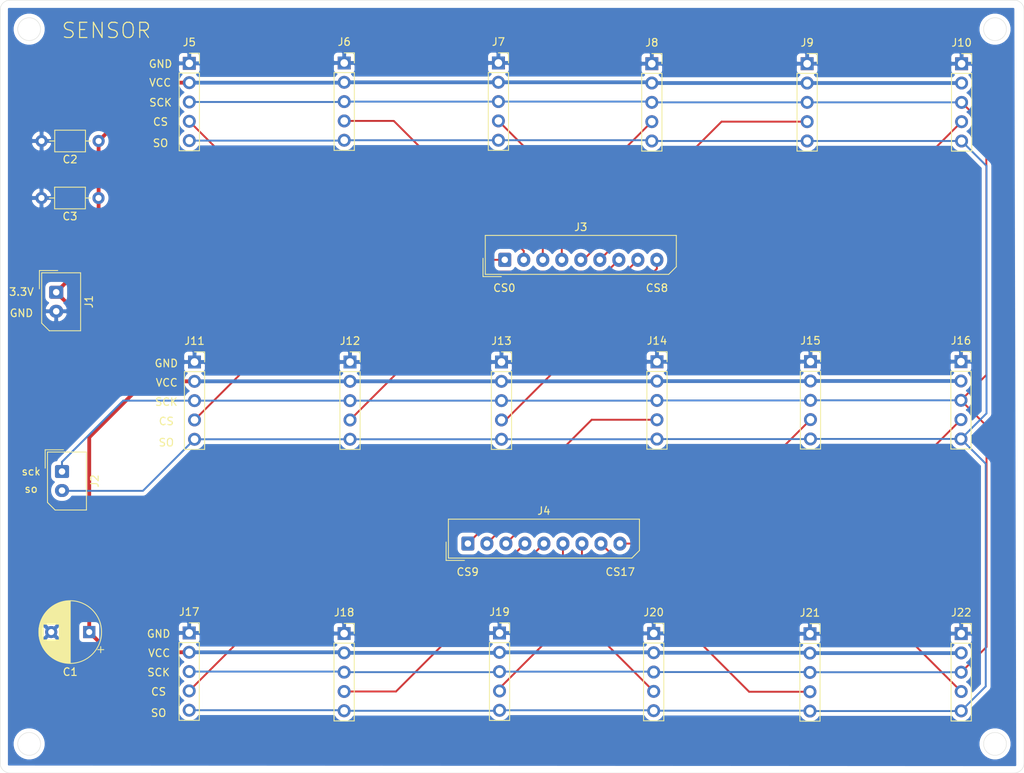
<source format=kicad_pcb>
(kicad_pcb (version 20171130) (host pcbnew "(5.1.8)-1")

  (general
    (thickness 1.6)
    (drawings 40)
    (tracks 163)
    (zones 0)
    (modules 25)
    (nets 23)
  )

  (page A4)
  (layers
    (0 F.Cu signal)
    (31 B.Cu signal)
    (32 B.Adhes user)
    (33 F.Adhes user)
    (34 B.Paste user)
    (35 F.Paste user)
    (36 B.SilkS user)
    (37 F.SilkS user)
    (38 B.Mask user)
    (39 F.Mask user)
    (40 Dwgs.User user hide)
    (41 Cmts.User user)
    (42 Eco1.User user)
    (43 Eco2.User user)
    (44 Edge.Cuts user)
    (45 Margin user)
    (46 B.CrtYd user)
    (47 F.CrtYd user)
    (48 B.Fab user)
    (49 F.Fab user)
  )

  (setup
    (last_trace_width 0.25)
    (trace_clearance 0.2)
    (zone_clearance 0.508)
    (zone_45_only no)
    (trace_min 0.2)
    (via_size 0.8)
    (via_drill 0.4)
    (via_min_size 0.4)
    (via_min_drill 0.3)
    (uvia_size 0.3)
    (uvia_drill 0.1)
    (uvias_allowed no)
    (uvia_min_size 0.2)
    (uvia_min_drill 0.1)
    (edge_width 0.05)
    (segment_width 0.2)
    (pcb_text_width 0.3)
    (pcb_text_size 1.5 1.5)
    (mod_edge_width 0.12)
    (mod_text_size 1 1)
    (mod_text_width 0.15)
    (pad_size 1.524 1.524)
    (pad_drill 0.762)
    (pad_to_mask_clearance 0)
    (aux_axis_origin 0 0)
    (visible_elements 7FFFFFFF)
    (pcbplotparams
      (layerselection 0x010fc_ffffffff)
      (usegerberextensions false)
      (usegerberattributes true)
      (usegerberadvancedattributes true)
      (creategerberjobfile true)
      (excludeedgelayer true)
      (linewidth 0.100000)
      (plotframeref false)
      (viasonmask false)
      (mode 1)
      (useauxorigin false)
      (hpglpennumber 1)
      (hpglpenspeed 20)
      (hpglpendiameter 15.000000)
      (psnegative false)
      (psa4output false)
      (plotreference true)
      (plotvalue true)
      (plotinvisibletext false)
      (padsonsilk false)
      (subtractmaskfromsilk false)
      (outputformat 1)
      (mirror false)
      (drillshape 0)
      (scaleselection 1)
      (outputdirectory "C:/Users/hjpark/Documents/kiCad/heating/final_edge/gerber_final/sensor/"))
  )

  (net 0 "")
  (net 1 GND)
  (net 2 +3V3)
  (net 3 /SO)
  (net 4 /SCK)
  (net 5 /CS8)
  (net 6 /CS7)
  (net 7 /CS6)
  (net 8 /CS5)
  (net 9 /CS4)
  (net 10 /CS3)
  (net 11 /CS2)
  (net 12 /CS1)
  (net 13 /CS0)
  (net 14 /CS17)
  (net 15 /CS16)
  (net 16 /CS15)
  (net 17 /CS14)
  (net 18 /CS13)
  (net 19 /CS12)
  (net 20 /CS11)
  (net 21 /CS10)
  (net 22 /CS9)

  (net_class Default "This is the default net class."
    (clearance 0.2)
    (trace_width 0.25)
    (via_dia 0.8)
    (via_drill 0.4)
    (uvia_dia 0.3)
    (uvia_drill 0.1)
  )

  (net_class power ""
    (clearance 0.5)
    (trace_width 0.5)
    (via_dia 0.8)
    (via_drill 0.4)
    (uvia_dia 0.3)
    (uvia_drill 0.1)
    (add_net +3V3)
    (add_net GND)
  )

  (net_class signal ""
    (clearance 0.5)
    (trace_width 0.25)
    (via_dia 0.8)
    (via_drill 0.4)
    (uvia_dia 0.3)
    (uvia_drill 0.1)
    (add_net /CS0)
    (add_net /CS1)
    (add_net /CS10)
    (add_net /CS11)
    (add_net /CS12)
    (add_net /CS13)
    (add_net /CS14)
    (add_net /CS15)
    (add_net /CS16)
    (add_net /CS17)
    (add_net /CS2)
    (add_net /CS3)
    (add_net /CS4)
    (add_net /CS5)
    (add_net /CS6)
    (add_net /CS7)
    (add_net /CS8)
    (add_net /CS9)
    (add_net /SCK)
    (add_net /SO)
  )

  (module Connector_PinSocket_2.54mm:PinSocket_1x05_P2.54mm_Vertical (layer F.Cu) (tedit 5A19A420) (tstamp 6091958C)
    (at 198.755 131.5466)
    (descr "Through hole straight socket strip, 1x05, 2.54mm pitch, single row (from Kicad 4.0.7), script generated")
    (tags "Through hole socket strip THT 1x05 2.54mm single row")
    (path /60A644E9)
    (fp_text reference J22 (at 0 -2.77) (layer F.SilkS)
      (effects (font (size 1 1) (thickness 0.15)))
    )
    (fp_text value Conn_01x05_Female (at -6.985 15.7734) (layer F.Fab)
      (effects (font (size 1 1) (thickness 0.15)))
    )
    (fp_line (start -1.27 -1.27) (end 0.635 -1.27) (layer F.Fab) (width 0.1))
    (fp_line (start 0.635 -1.27) (end 1.27 -0.635) (layer F.Fab) (width 0.1))
    (fp_line (start 1.27 -0.635) (end 1.27 11.43) (layer F.Fab) (width 0.1))
    (fp_line (start 1.27 11.43) (end -1.27 11.43) (layer F.Fab) (width 0.1))
    (fp_line (start -1.27 11.43) (end -1.27 -1.27) (layer F.Fab) (width 0.1))
    (fp_line (start -1.33 1.27) (end 1.33 1.27) (layer F.SilkS) (width 0.12))
    (fp_line (start -1.33 1.27) (end -1.33 11.49) (layer F.SilkS) (width 0.12))
    (fp_line (start -1.33 11.49) (end 1.33 11.49) (layer F.SilkS) (width 0.12))
    (fp_line (start 1.33 1.27) (end 1.33 11.49) (layer F.SilkS) (width 0.12))
    (fp_line (start 1.33 -1.33) (end 1.33 0) (layer F.SilkS) (width 0.12))
    (fp_line (start 0 -1.33) (end 1.33 -1.33) (layer F.SilkS) (width 0.12))
    (fp_line (start -1.8 -1.8) (end 1.75 -1.8) (layer F.CrtYd) (width 0.05))
    (fp_line (start 1.75 -1.8) (end 1.75 11.9) (layer F.CrtYd) (width 0.05))
    (fp_line (start 1.75 11.9) (end -1.8 11.9) (layer F.CrtYd) (width 0.05))
    (fp_line (start -1.8 11.9) (end -1.8 -1.8) (layer F.CrtYd) (width 0.05))
    (fp_text user %R (at 0 5.08 90) (layer F.Fab)
      (effects (font (size 1 1) (thickness 0.15)))
    )
    (pad 5 thru_hole oval (at 0 10.16) (size 1.7 1.7) (drill 1) (layers *.Cu *.Mask)
      (net 3 /SO))
    (pad 4 thru_hole oval (at 0 7.62) (size 1.7 1.7) (drill 1) (layers *.Cu *.Mask)
      (net 14 /CS17))
    (pad 3 thru_hole oval (at 0 5.08) (size 1.7 1.7) (drill 1) (layers *.Cu *.Mask)
      (net 4 /SCK))
    (pad 2 thru_hole oval (at 0 2.54) (size 1.7 1.7) (drill 1) (layers *.Cu *.Mask)
      (net 2 +3V3))
    (pad 1 thru_hole rect (at 0 0) (size 1.7 1.7) (drill 1) (layers *.Cu *.Mask)
      (net 1 GND))
    (model ${KISYS3DMOD}/Connector_PinSocket_2.54mm.3dshapes/PinSocket_1x05_P2.54mm_Vertical.wrl
      (at (xyz 0 0 0))
      (scale (xyz 1 1 1))
      (rotate (xyz 0 0 0))
    )
  )

  (module Connector_PinSocket_2.54mm:PinSocket_1x05_P2.54mm_Vertical (layer F.Cu) (tedit 5A19A420) (tstamp 60919573)
    (at 178.8668 131.572)
    (descr "Through hole straight socket strip, 1x05, 2.54mm pitch, single row (from Kicad 4.0.7), script generated")
    (tags "Through hole socket strip THT 1x05 2.54mm single row")
    (path /60A644D9)
    (fp_text reference J21 (at 0 -2.77) (layer F.SilkS)
      (effects (font (size 1 1) (thickness 0.15)))
    )
    (fp_text value Conn_01x05_Female (at 0 12.93) (layer F.Fab)
      (effects (font (size 1 1) (thickness 0.15)))
    )
    (fp_line (start -1.27 -1.27) (end 0.635 -1.27) (layer F.Fab) (width 0.1))
    (fp_line (start 0.635 -1.27) (end 1.27 -0.635) (layer F.Fab) (width 0.1))
    (fp_line (start 1.27 -0.635) (end 1.27 11.43) (layer F.Fab) (width 0.1))
    (fp_line (start 1.27 11.43) (end -1.27 11.43) (layer F.Fab) (width 0.1))
    (fp_line (start -1.27 11.43) (end -1.27 -1.27) (layer F.Fab) (width 0.1))
    (fp_line (start -1.33 1.27) (end 1.33 1.27) (layer F.SilkS) (width 0.12))
    (fp_line (start -1.33 1.27) (end -1.33 11.49) (layer F.SilkS) (width 0.12))
    (fp_line (start -1.33 11.49) (end 1.33 11.49) (layer F.SilkS) (width 0.12))
    (fp_line (start 1.33 1.27) (end 1.33 11.49) (layer F.SilkS) (width 0.12))
    (fp_line (start 1.33 -1.33) (end 1.33 0) (layer F.SilkS) (width 0.12))
    (fp_line (start 0 -1.33) (end 1.33 -1.33) (layer F.SilkS) (width 0.12))
    (fp_line (start -1.8 -1.8) (end 1.75 -1.8) (layer F.CrtYd) (width 0.05))
    (fp_line (start 1.75 -1.8) (end 1.75 11.9) (layer F.CrtYd) (width 0.05))
    (fp_line (start 1.75 11.9) (end -1.8 11.9) (layer F.CrtYd) (width 0.05))
    (fp_line (start -1.8 11.9) (end -1.8 -1.8) (layer F.CrtYd) (width 0.05))
    (fp_text user %R (at 0 5.08 90) (layer F.Fab)
      (effects (font (size 1 1) (thickness 0.15)))
    )
    (pad 5 thru_hole oval (at 0 10.16) (size 1.7 1.7) (drill 1) (layers *.Cu *.Mask)
      (net 3 /SO))
    (pad 4 thru_hole oval (at 0 7.62) (size 1.7 1.7) (drill 1) (layers *.Cu *.Mask)
      (net 15 /CS16))
    (pad 3 thru_hole oval (at 0 5.08) (size 1.7 1.7) (drill 1) (layers *.Cu *.Mask)
      (net 4 /SCK))
    (pad 2 thru_hole oval (at 0 2.54) (size 1.7 1.7) (drill 1) (layers *.Cu *.Mask)
      (net 2 +3V3))
    (pad 1 thru_hole rect (at 0 0) (size 1.7 1.7) (drill 1) (layers *.Cu *.Mask)
      (net 1 GND))
    (model ${KISYS3DMOD}/Connector_PinSocket_2.54mm.3dshapes/PinSocket_1x05_P2.54mm_Vertical.wrl
      (at (xyz 0 0 0))
      (scale (xyz 1 1 1))
      (rotate (xyz 0 0 0))
    )
  )

  (module Connector_PinSocket_2.54mm:PinSocket_1x05_P2.54mm_Vertical (layer F.Cu) (tedit 5A19A420) (tstamp 6091955A)
    (at 158.3182 131.5212)
    (descr "Through hole straight socket strip, 1x05, 2.54mm pitch, single row (from Kicad 4.0.7), script generated")
    (tags "Through hole socket strip THT 1x05 2.54mm single row")
    (path /60A644C9)
    (fp_text reference J20 (at 0 -2.77) (layer F.SilkS)
      (effects (font (size 1 1) (thickness 0.15)))
    )
    (fp_text value Conn_01x05_Female (at 0 12.93) (layer F.Fab)
      (effects (font (size 1 1) (thickness 0.15)))
    )
    (fp_line (start -1.27 -1.27) (end 0.635 -1.27) (layer F.Fab) (width 0.1))
    (fp_line (start 0.635 -1.27) (end 1.27 -0.635) (layer F.Fab) (width 0.1))
    (fp_line (start 1.27 -0.635) (end 1.27 11.43) (layer F.Fab) (width 0.1))
    (fp_line (start 1.27 11.43) (end -1.27 11.43) (layer F.Fab) (width 0.1))
    (fp_line (start -1.27 11.43) (end -1.27 -1.27) (layer F.Fab) (width 0.1))
    (fp_line (start -1.33 1.27) (end 1.33 1.27) (layer F.SilkS) (width 0.12))
    (fp_line (start -1.33 1.27) (end -1.33 11.49) (layer F.SilkS) (width 0.12))
    (fp_line (start -1.33 11.49) (end 1.33 11.49) (layer F.SilkS) (width 0.12))
    (fp_line (start 1.33 1.27) (end 1.33 11.49) (layer F.SilkS) (width 0.12))
    (fp_line (start 1.33 -1.33) (end 1.33 0) (layer F.SilkS) (width 0.12))
    (fp_line (start 0 -1.33) (end 1.33 -1.33) (layer F.SilkS) (width 0.12))
    (fp_line (start -1.8 -1.8) (end 1.75 -1.8) (layer F.CrtYd) (width 0.05))
    (fp_line (start 1.75 -1.8) (end 1.75 11.9) (layer F.CrtYd) (width 0.05))
    (fp_line (start 1.75 11.9) (end -1.8 11.9) (layer F.CrtYd) (width 0.05))
    (fp_line (start -1.8 11.9) (end -1.8 -1.8) (layer F.CrtYd) (width 0.05))
    (fp_text user %R (at 0 5.08 90) (layer F.Fab)
      (effects (font (size 1 1) (thickness 0.15)))
    )
    (pad 5 thru_hole oval (at 0 10.16) (size 1.7 1.7) (drill 1) (layers *.Cu *.Mask)
      (net 3 /SO))
    (pad 4 thru_hole oval (at 0 7.62) (size 1.7 1.7) (drill 1) (layers *.Cu *.Mask)
      (net 16 /CS15))
    (pad 3 thru_hole oval (at 0 5.08) (size 1.7 1.7) (drill 1) (layers *.Cu *.Mask)
      (net 4 /SCK))
    (pad 2 thru_hole oval (at 0 2.54) (size 1.7 1.7) (drill 1) (layers *.Cu *.Mask)
      (net 2 +3V3))
    (pad 1 thru_hole rect (at 0 0) (size 1.7 1.7) (drill 1) (layers *.Cu *.Mask)
      (net 1 GND))
    (model ${KISYS3DMOD}/Connector_PinSocket_2.54mm.3dshapes/PinSocket_1x05_P2.54mm_Vertical.wrl
      (at (xyz 0 0 0))
      (scale (xyz 1 1 1))
      (rotate (xyz 0 0 0))
    )
  )

  (module Connector_PinSocket_2.54mm:PinSocket_1x05_P2.54mm_Vertical (layer F.Cu) (tedit 5A19A420) (tstamp 60919541)
    (at 138.049 131.4704)
    (descr "Through hole straight socket strip, 1x05, 2.54mm pitch, single row (from Kicad 4.0.7), script generated")
    (tags "Through hole socket strip THT 1x05 2.54mm single row")
    (path /60A644B9)
    (fp_text reference J19 (at 0 -2.77) (layer F.SilkS)
      (effects (font (size 1 1) (thickness 0.15)))
    )
    (fp_text value Conn_01x05_Female (at 0 12.93) (layer F.Fab)
      (effects (font (size 1 1) (thickness 0.15)))
    )
    (fp_line (start -1.27 -1.27) (end 0.635 -1.27) (layer F.Fab) (width 0.1))
    (fp_line (start 0.635 -1.27) (end 1.27 -0.635) (layer F.Fab) (width 0.1))
    (fp_line (start 1.27 -0.635) (end 1.27 11.43) (layer F.Fab) (width 0.1))
    (fp_line (start 1.27 11.43) (end -1.27 11.43) (layer F.Fab) (width 0.1))
    (fp_line (start -1.27 11.43) (end -1.27 -1.27) (layer F.Fab) (width 0.1))
    (fp_line (start -1.33 1.27) (end 1.33 1.27) (layer F.SilkS) (width 0.12))
    (fp_line (start -1.33 1.27) (end -1.33 11.49) (layer F.SilkS) (width 0.12))
    (fp_line (start -1.33 11.49) (end 1.33 11.49) (layer F.SilkS) (width 0.12))
    (fp_line (start 1.33 1.27) (end 1.33 11.49) (layer F.SilkS) (width 0.12))
    (fp_line (start 1.33 -1.33) (end 1.33 0) (layer F.SilkS) (width 0.12))
    (fp_line (start 0 -1.33) (end 1.33 -1.33) (layer F.SilkS) (width 0.12))
    (fp_line (start -1.8 -1.8) (end 1.75 -1.8) (layer F.CrtYd) (width 0.05))
    (fp_line (start 1.75 -1.8) (end 1.75 11.9) (layer F.CrtYd) (width 0.05))
    (fp_line (start 1.75 11.9) (end -1.8 11.9) (layer F.CrtYd) (width 0.05))
    (fp_line (start -1.8 11.9) (end -1.8 -1.8) (layer F.CrtYd) (width 0.05))
    (fp_text user %R (at 0 5.08 90) (layer F.Fab)
      (effects (font (size 1 1) (thickness 0.15)))
    )
    (pad 5 thru_hole oval (at 0 10.16) (size 1.7 1.7) (drill 1) (layers *.Cu *.Mask)
      (net 3 /SO))
    (pad 4 thru_hole oval (at 0 7.62) (size 1.7 1.7) (drill 1) (layers *.Cu *.Mask)
      (net 17 /CS14))
    (pad 3 thru_hole oval (at 0 5.08) (size 1.7 1.7) (drill 1) (layers *.Cu *.Mask)
      (net 4 /SCK))
    (pad 2 thru_hole oval (at 0 2.54) (size 1.7 1.7) (drill 1) (layers *.Cu *.Mask)
      (net 2 +3V3))
    (pad 1 thru_hole rect (at 0 0) (size 1.7 1.7) (drill 1) (layers *.Cu *.Mask)
      (net 1 GND))
    (model ${KISYS3DMOD}/Connector_PinSocket_2.54mm.3dshapes/PinSocket_1x05_P2.54mm_Vertical.wrl
      (at (xyz 0 0 0))
      (scale (xyz 1 1 1))
      (rotate (xyz 0 0 0))
    )
  )

  (module Connector_PinSocket_2.54mm:PinSocket_1x05_P2.54mm_Vertical (layer F.Cu) (tedit 5A19A420) (tstamp 60919528)
    (at 117.615902 131.5362)
    (descr "Through hole straight socket strip, 1x05, 2.54mm pitch, single row (from Kicad 4.0.7), script generated")
    (tags "Through hole socket strip THT 1x05 2.54mm single row")
    (path /60A644A9)
    (fp_text reference J18 (at 0 -2.77) (layer F.SilkS)
      (effects (font (size 1 1) (thickness 0.15)))
    )
    (fp_text value Conn_01x05_Female (at 0 12.93) (layer F.Fab)
      (effects (font (size 1 1) (thickness 0.15)))
    )
    (fp_line (start -1.27 -1.27) (end 0.635 -1.27) (layer F.Fab) (width 0.1))
    (fp_line (start 0.635 -1.27) (end 1.27 -0.635) (layer F.Fab) (width 0.1))
    (fp_line (start 1.27 -0.635) (end 1.27 11.43) (layer F.Fab) (width 0.1))
    (fp_line (start 1.27 11.43) (end -1.27 11.43) (layer F.Fab) (width 0.1))
    (fp_line (start -1.27 11.43) (end -1.27 -1.27) (layer F.Fab) (width 0.1))
    (fp_line (start -1.33 1.27) (end 1.33 1.27) (layer F.SilkS) (width 0.12))
    (fp_line (start -1.33 1.27) (end -1.33 11.49) (layer F.SilkS) (width 0.12))
    (fp_line (start -1.33 11.49) (end 1.33 11.49) (layer F.SilkS) (width 0.12))
    (fp_line (start 1.33 1.27) (end 1.33 11.49) (layer F.SilkS) (width 0.12))
    (fp_line (start 1.33 -1.33) (end 1.33 0) (layer F.SilkS) (width 0.12))
    (fp_line (start 0 -1.33) (end 1.33 -1.33) (layer F.SilkS) (width 0.12))
    (fp_line (start -1.8 -1.8) (end 1.75 -1.8) (layer F.CrtYd) (width 0.05))
    (fp_line (start 1.75 -1.8) (end 1.75 11.9) (layer F.CrtYd) (width 0.05))
    (fp_line (start 1.75 11.9) (end -1.8 11.9) (layer F.CrtYd) (width 0.05))
    (fp_line (start -1.8 11.9) (end -1.8 -1.8) (layer F.CrtYd) (width 0.05))
    (fp_text user %R (at 0 5.08 90) (layer F.Fab)
      (effects (font (size 1 1) (thickness 0.15)))
    )
    (pad 5 thru_hole oval (at 0 10.16) (size 1.7 1.7) (drill 1) (layers *.Cu *.Mask)
      (net 3 /SO))
    (pad 4 thru_hole oval (at 0 7.62) (size 1.7 1.7) (drill 1) (layers *.Cu *.Mask)
      (net 18 /CS13))
    (pad 3 thru_hole oval (at 0 5.08) (size 1.7 1.7) (drill 1) (layers *.Cu *.Mask)
      (net 4 /SCK))
    (pad 2 thru_hole oval (at 0 2.54) (size 1.7 1.7) (drill 1) (layers *.Cu *.Mask)
      (net 2 +3V3))
    (pad 1 thru_hole rect (at 0 0) (size 1.7 1.7) (drill 1) (layers *.Cu *.Mask)
      (net 1 GND))
    (model ${KISYS3DMOD}/Connector_PinSocket_2.54mm.3dshapes/PinSocket_1x05_P2.54mm_Vertical.wrl
      (at (xyz 0 0 0))
      (scale (xyz 1 1 1))
      (rotate (xyz 0 0 0))
    )
  )

  (module Connector_PinSocket_2.54mm:PinSocket_1x05_P2.54mm_Vertical (layer F.Cu) (tedit 5A19A420) (tstamp 6091950F)
    (at 97.242502 131.46)
    (descr "Through hole straight socket strip, 1x05, 2.54mm pitch, single row (from Kicad 4.0.7), script generated")
    (tags "Through hole socket strip THT 1x05 2.54mm single row")
    (path /60A64499)
    (fp_text reference J17 (at 0 -2.77) (layer F.SilkS)
      (effects (font (size 1 1) (thickness 0.15)))
    )
    (fp_text value Conn_01x05_Female (at 0 12.93) (layer F.Fab)
      (effects (font (size 1 1) (thickness 0.15)))
    )
    (fp_line (start -1.27 -1.27) (end 0.635 -1.27) (layer F.Fab) (width 0.1))
    (fp_line (start 0.635 -1.27) (end 1.27 -0.635) (layer F.Fab) (width 0.1))
    (fp_line (start 1.27 -0.635) (end 1.27 11.43) (layer F.Fab) (width 0.1))
    (fp_line (start 1.27 11.43) (end -1.27 11.43) (layer F.Fab) (width 0.1))
    (fp_line (start -1.27 11.43) (end -1.27 -1.27) (layer F.Fab) (width 0.1))
    (fp_line (start -1.33 1.27) (end 1.33 1.27) (layer F.SilkS) (width 0.12))
    (fp_line (start -1.33 1.27) (end -1.33 11.49) (layer F.SilkS) (width 0.12))
    (fp_line (start -1.33 11.49) (end 1.33 11.49) (layer F.SilkS) (width 0.12))
    (fp_line (start 1.33 1.27) (end 1.33 11.49) (layer F.SilkS) (width 0.12))
    (fp_line (start 1.33 -1.33) (end 1.33 0) (layer F.SilkS) (width 0.12))
    (fp_line (start 0 -1.33) (end 1.33 -1.33) (layer F.SilkS) (width 0.12))
    (fp_line (start -1.8 -1.8) (end 1.75 -1.8) (layer F.CrtYd) (width 0.05))
    (fp_line (start 1.75 -1.8) (end 1.75 11.9) (layer F.CrtYd) (width 0.05))
    (fp_line (start 1.75 11.9) (end -1.8 11.9) (layer F.CrtYd) (width 0.05))
    (fp_line (start -1.8 11.9) (end -1.8 -1.8) (layer F.CrtYd) (width 0.05))
    (fp_text user %R (at 0 5.08 90) (layer F.Fab)
      (effects (font (size 1 1) (thickness 0.15)))
    )
    (pad 5 thru_hole oval (at 0 10.16) (size 1.7 1.7) (drill 1) (layers *.Cu *.Mask)
      (net 3 /SO))
    (pad 4 thru_hole oval (at 0 7.62) (size 1.7 1.7) (drill 1) (layers *.Cu *.Mask)
      (net 19 /CS12))
    (pad 3 thru_hole oval (at 0 5.08) (size 1.7 1.7) (drill 1) (layers *.Cu *.Mask)
      (net 4 /SCK))
    (pad 2 thru_hole oval (at 0 2.54) (size 1.7 1.7) (drill 1) (layers *.Cu *.Mask)
      (net 2 +3V3))
    (pad 1 thru_hole rect (at 0 0) (size 1.7 1.7) (drill 1) (layers *.Cu *.Mask)
      (net 1 GND))
    (model ${KISYS3DMOD}/Connector_PinSocket_2.54mm.3dshapes/PinSocket_1x05_P2.54mm_Vertical.wrl
      (at (xyz 0 0 0))
      (scale (xyz 1 1 1))
      (rotate (xyz 0 0 0))
    )
  )

  (module Connector_PinSocket_2.54mm:PinSocket_1x05_P2.54mm_Vertical (layer F.Cu) (tedit 5A19A420) (tstamp 609194F6)
    (at 198.722702 95.791)
    (descr "Through hole straight socket strip, 1x05, 2.54mm pitch, single row (from Kicad 4.0.7), script generated")
    (tags "Through hole socket strip THT 1x05 2.54mm single row")
    (path /60A64489)
    (fp_text reference J16 (at 0 -2.77) (layer F.SilkS)
      (effects (font (size 1 1) (thickness 0.15)))
    )
    (fp_text value Conn_01x05_Female (at 0 12.93) (layer F.Fab)
      (effects (font (size 1 1) (thickness 0.15)))
    )
    (fp_line (start -1.27 -1.27) (end 0.635 -1.27) (layer F.Fab) (width 0.1))
    (fp_line (start 0.635 -1.27) (end 1.27 -0.635) (layer F.Fab) (width 0.1))
    (fp_line (start 1.27 -0.635) (end 1.27 11.43) (layer F.Fab) (width 0.1))
    (fp_line (start 1.27 11.43) (end -1.27 11.43) (layer F.Fab) (width 0.1))
    (fp_line (start -1.27 11.43) (end -1.27 -1.27) (layer F.Fab) (width 0.1))
    (fp_line (start -1.33 1.27) (end 1.33 1.27) (layer F.SilkS) (width 0.12))
    (fp_line (start -1.33 1.27) (end -1.33 11.49) (layer F.SilkS) (width 0.12))
    (fp_line (start -1.33 11.49) (end 1.33 11.49) (layer F.SilkS) (width 0.12))
    (fp_line (start 1.33 1.27) (end 1.33 11.49) (layer F.SilkS) (width 0.12))
    (fp_line (start 1.33 -1.33) (end 1.33 0) (layer F.SilkS) (width 0.12))
    (fp_line (start 0 -1.33) (end 1.33 -1.33) (layer F.SilkS) (width 0.12))
    (fp_line (start -1.8 -1.8) (end 1.75 -1.8) (layer F.CrtYd) (width 0.05))
    (fp_line (start 1.75 -1.8) (end 1.75 11.9) (layer F.CrtYd) (width 0.05))
    (fp_line (start 1.75 11.9) (end -1.8 11.9) (layer F.CrtYd) (width 0.05))
    (fp_line (start -1.8 11.9) (end -1.8 -1.8) (layer F.CrtYd) (width 0.05))
    (fp_text user %R (at 0 5.08 90) (layer F.Fab)
      (effects (font (size 1 1) (thickness 0.15)))
    )
    (pad 5 thru_hole oval (at 0 10.16) (size 1.7 1.7) (drill 1) (layers *.Cu *.Mask)
      (net 3 /SO))
    (pad 4 thru_hole oval (at 0 7.62) (size 1.7 1.7) (drill 1) (layers *.Cu *.Mask)
      (net 20 /CS11))
    (pad 3 thru_hole oval (at 0 5.08) (size 1.7 1.7) (drill 1) (layers *.Cu *.Mask)
      (net 4 /SCK))
    (pad 2 thru_hole oval (at 0 2.54) (size 1.7 1.7) (drill 1) (layers *.Cu *.Mask)
      (net 2 +3V3))
    (pad 1 thru_hole rect (at 0 0) (size 1.7 1.7) (drill 1) (layers *.Cu *.Mask)
      (net 1 GND))
    (model ${KISYS3DMOD}/Connector_PinSocket_2.54mm.3dshapes/PinSocket_1x05_P2.54mm_Vertical.wrl
      (at (xyz 0 0 0))
      (scale (xyz 1 1 1))
      (rotate (xyz 0 0 0))
    )
  )

  (module Connector_PinSocket_2.54mm:PinSocket_1x05_P2.54mm_Vertical (layer F.Cu) (tedit 5A19A420) (tstamp 609194DD)
    (at 178.933502 95.791)
    (descr "Through hole straight socket strip, 1x05, 2.54mm pitch, single row (from Kicad 4.0.7), script generated")
    (tags "Through hole socket strip THT 1x05 2.54mm single row")
    (path /60A64479)
    (fp_text reference J15 (at 0 -2.77) (layer F.SilkS)
      (effects (font (size 1 1) (thickness 0.15)))
    )
    (fp_text value Conn_01x05_Female (at 0 12.93) (layer F.Fab)
      (effects (font (size 1 1) (thickness 0.15)))
    )
    (fp_line (start -1.27 -1.27) (end 0.635 -1.27) (layer F.Fab) (width 0.1))
    (fp_line (start 0.635 -1.27) (end 1.27 -0.635) (layer F.Fab) (width 0.1))
    (fp_line (start 1.27 -0.635) (end 1.27 11.43) (layer F.Fab) (width 0.1))
    (fp_line (start 1.27 11.43) (end -1.27 11.43) (layer F.Fab) (width 0.1))
    (fp_line (start -1.27 11.43) (end -1.27 -1.27) (layer F.Fab) (width 0.1))
    (fp_line (start -1.33 1.27) (end 1.33 1.27) (layer F.SilkS) (width 0.12))
    (fp_line (start -1.33 1.27) (end -1.33 11.49) (layer F.SilkS) (width 0.12))
    (fp_line (start -1.33 11.49) (end 1.33 11.49) (layer F.SilkS) (width 0.12))
    (fp_line (start 1.33 1.27) (end 1.33 11.49) (layer F.SilkS) (width 0.12))
    (fp_line (start 1.33 -1.33) (end 1.33 0) (layer F.SilkS) (width 0.12))
    (fp_line (start 0 -1.33) (end 1.33 -1.33) (layer F.SilkS) (width 0.12))
    (fp_line (start -1.8 -1.8) (end 1.75 -1.8) (layer F.CrtYd) (width 0.05))
    (fp_line (start 1.75 -1.8) (end 1.75 11.9) (layer F.CrtYd) (width 0.05))
    (fp_line (start 1.75 11.9) (end -1.8 11.9) (layer F.CrtYd) (width 0.05))
    (fp_line (start -1.8 11.9) (end -1.8 -1.8) (layer F.CrtYd) (width 0.05))
    (fp_text user %R (at 0 5.08 90) (layer F.Fab)
      (effects (font (size 1 1) (thickness 0.15)))
    )
    (pad 5 thru_hole oval (at 0 10.16) (size 1.7 1.7) (drill 1) (layers *.Cu *.Mask)
      (net 3 /SO))
    (pad 4 thru_hole oval (at 0 7.62) (size 1.7 1.7) (drill 1) (layers *.Cu *.Mask)
      (net 21 /CS10))
    (pad 3 thru_hole oval (at 0 5.08) (size 1.7 1.7) (drill 1) (layers *.Cu *.Mask)
      (net 4 /SCK))
    (pad 2 thru_hole oval (at 0 2.54) (size 1.7 1.7) (drill 1) (layers *.Cu *.Mask)
      (net 2 +3V3))
    (pad 1 thru_hole rect (at 0 0) (size 1.7 1.7) (drill 1) (layers *.Cu *.Mask)
      (net 1 GND))
    (model ${KISYS3DMOD}/Connector_PinSocket_2.54mm.3dshapes/PinSocket_1x05_P2.54mm_Vertical.wrl
      (at (xyz 0 0 0))
      (scale (xyz 1 1 1))
      (rotate (xyz 0 0 0))
    )
  )

  (module Connector_PinSocket_2.54mm:PinSocket_1x05_P2.54mm_Vertical (layer F.Cu) (tedit 5A19A420) (tstamp 609194C4)
    (at 158.75 95.8088)
    (descr "Through hole straight socket strip, 1x05, 2.54mm pitch, single row (from Kicad 4.0.7), script generated")
    (tags "Through hole socket strip THT 1x05 2.54mm single row")
    (path /60A64469)
    (fp_text reference J14 (at 0 -2.77) (layer F.SilkS)
      (effects (font (size 1 1) (thickness 0.15)))
    )
    (fp_text value Conn_01x05_Female (at 0 12.93) (layer F.Fab)
      (effects (font (size 1 1) (thickness 0.15)))
    )
    (fp_line (start -1.27 -1.27) (end 0.635 -1.27) (layer F.Fab) (width 0.1))
    (fp_line (start 0.635 -1.27) (end 1.27 -0.635) (layer F.Fab) (width 0.1))
    (fp_line (start 1.27 -0.635) (end 1.27 11.43) (layer F.Fab) (width 0.1))
    (fp_line (start 1.27 11.43) (end -1.27 11.43) (layer F.Fab) (width 0.1))
    (fp_line (start -1.27 11.43) (end -1.27 -1.27) (layer F.Fab) (width 0.1))
    (fp_line (start -1.33 1.27) (end 1.33 1.27) (layer F.SilkS) (width 0.12))
    (fp_line (start -1.33 1.27) (end -1.33 11.49) (layer F.SilkS) (width 0.12))
    (fp_line (start -1.33 11.49) (end 1.33 11.49) (layer F.SilkS) (width 0.12))
    (fp_line (start 1.33 1.27) (end 1.33 11.49) (layer F.SilkS) (width 0.12))
    (fp_line (start 1.33 -1.33) (end 1.33 0) (layer F.SilkS) (width 0.12))
    (fp_line (start 0 -1.33) (end 1.33 -1.33) (layer F.SilkS) (width 0.12))
    (fp_line (start -1.8 -1.8) (end 1.75 -1.8) (layer F.CrtYd) (width 0.05))
    (fp_line (start 1.75 -1.8) (end 1.75 11.9) (layer F.CrtYd) (width 0.05))
    (fp_line (start 1.75 11.9) (end -1.8 11.9) (layer F.CrtYd) (width 0.05))
    (fp_line (start -1.8 11.9) (end -1.8 -1.8) (layer F.CrtYd) (width 0.05))
    (fp_text user %R (at 0 5.08 90) (layer F.Fab)
      (effects (font (size 1 1) (thickness 0.15)))
    )
    (pad 5 thru_hole oval (at 0 10.16) (size 1.7 1.7) (drill 1) (layers *.Cu *.Mask)
      (net 3 /SO))
    (pad 4 thru_hole oval (at 0 7.62) (size 1.7 1.7) (drill 1) (layers *.Cu *.Mask)
      (net 22 /CS9))
    (pad 3 thru_hole oval (at 0 5.08) (size 1.7 1.7) (drill 1) (layers *.Cu *.Mask)
      (net 4 /SCK))
    (pad 2 thru_hole oval (at 0 2.54) (size 1.7 1.7) (drill 1) (layers *.Cu *.Mask)
      (net 2 +3V3))
    (pad 1 thru_hole rect (at 0 0) (size 1.7 1.7) (drill 1) (layers *.Cu *.Mask)
      (net 1 GND))
    (model ${KISYS3DMOD}/Connector_PinSocket_2.54mm.3dshapes/PinSocket_1x05_P2.54mm_Vertical.wrl
      (at (xyz 0 0 0))
      (scale (xyz 1 1 1))
      (rotate (xyz 0 0 0))
    )
  )

  (module Connector_PinSocket_2.54mm:PinSocket_1x05_P2.54mm_Vertical (layer F.Cu) (tedit 5A19A420) (tstamp 609194AB)
    (at 138.303 95.8342)
    (descr "Through hole straight socket strip, 1x05, 2.54mm pitch, single row (from Kicad 4.0.7), script generated")
    (tags "Through hole socket strip THT 1x05 2.54mm single row")
    (path /60921FAB)
    (fp_text reference J13 (at 0 -2.77) (layer F.SilkS)
      (effects (font (size 1 1) (thickness 0.15)))
    )
    (fp_text value Conn_01x05_Female (at 0 12.93) (layer F.Fab)
      (effects (font (size 1 1) (thickness 0.15)))
    )
    (fp_line (start -1.27 -1.27) (end 0.635 -1.27) (layer F.Fab) (width 0.1))
    (fp_line (start 0.635 -1.27) (end 1.27 -0.635) (layer F.Fab) (width 0.1))
    (fp_line (start 1.27 -0.635) (end 1.27 11.43) (layer F.Fab) (width 0.1))
    (fp_line (start 1.27 11.43) (end -1.27 11.43) (layer F.Fab) (width 0.1))
    (fp_line (start -1.27 11.43) (end -1.27 -1.27) (layer F.Fab) (width 0.1))
    (fp_line (start -1.33 1.27) (end 1.33 1.27) (layer F.SilkS) (width 0.12))
    (fp_line (start -1.33 1.27) (end -1.33 11.49) (layer F.SilkS) (width 0.12))
    (fp_line (start -1.33 11.49) (end 1.33 11.49) (layer F.SilkS) (width 0.12))
    (fp_line (start 1.33 1.27) (end 1.33 11.49) (layer F.SilkS) (width 0.12))
    (fp_line (start 1.33 -1.33) (end 1.33 0) (layer F.SilkS) (width 0.12))
    (fp_line (start 0 -1.33) (end 1.33 -1.33) (layer F.SilkS) (width 0.12))
    (fp_line (start -1.8 -1.8) (end 1.75 -1.8) (layer F.CrtYd) (width 0.05))
    (fp_line (start 1.75 -1.8) (end 1.75 11.9) (layer F.CrtYd) (width 0.05))
    (fp_line (start 1.75 11.9) (end -1.8 11.9) (layer F.CrtYd) (width 0.05))
    (fp_line (start -1.8 11.9) (end -1.8 -1.8) (layer F.CrtYd) (width 0.05))
    (fp_text user %R (at 0 5.08 90) (layer F.Fab)
      (effects (font (size 1 1) (thickness 0.15)))
    )
    (pad 5 thru_hole oval (at 0 10.16) (size 1.7 1.7) (drill 1) (layers *.Cu *.Mask)
      (net 3 /SO))
    (pad 4 thru_hole oval (at 0 7.62) (size 1.7 1.7) (drill 1) (layers *.Cu *.Mask)
      (net 5 /CS8))
    (pad 3 thru_hole oval (at 0 5.08) (size 1.7 1.7) (drill 1) (layers *.Cu *.Mask)
      (net 4 /SCK))
    (pad 2 thru_hole oval (at 0 2.54) (size 1.7 1.7) (drill 1) (layers *.Cu *.Mask)
      (net 2 +3V3))
    (pad 1 thru_hole rect (at 0 0) (size 1.7 1.7) (drill 1) (layers *.Cu *.Mask)
      (net 1 GND))
    (model ${KISYS3DMOD}/Connector_PinSocket_2.54mm.3dshapes/PinSocket_1x05_P2.54mm_Vertical.wrl
      (at (xyz 0 0 0))
      (scale (xyz 1 1 1))
      (rotate (xyz 0 0 0))
    )
  )

  (module Connector_PinSocket_2.54mm:PinSocket_1x05_P2.54mm_Vertical (layer F.Cu) (tedit 5A19A420) (tstamp 60919492)
    (at 118.3894 95.8342)
    (descr "Through hole straight socket strip, 1x05, 2.54mm pitch, single row (from Kicad 4.0.7), script generated")
    (tags "Through hole socket strip THT 1x05 2.54mm single row")
    (path /6092099C)
    (fp_text reference J12 (at 0 -2.77) (layer F.SilkS)
      (effects (font (size 1 1) (thickness 0.15)))
    )
    (fp_text value Conn_01x05_Female (at 0 12.93) (layer F.Fab)
      (effects (font (size 1 1) (thickness 0.15)))
    )
    (fp_line (start -1.27 -1.27) (end 0.635 -1.27) (layer F.Fab) (width 0.1))
    (fp_line (start 0.635 -1.27) (end 1.27 -0.635) (layer F.Fab) (width 0.1))
    (fp_line (start 1.27 -0.635) (end 1.27 11.43) (layer F.Fab) (width 0.1))
    (fp_line (start 1.27 11.43) (end -1.27 11.43) (layer F.Fab) (width 0.1))
    (fp_line (start -1.27 11.43) (end -1.27 -1.27) (layer F.Fab) (width 0.1))
    (fp_line (start -1.33 1.27) (end 1.33 1.27) (layer F.SilkS) (width 0.12))
    (fp_line (start -1.33 1.27) (end -1.33 11.49) (layer F.SilkS) (width 0.12))
    (fp_line (start -1.33 11.49) (end 1.33 11.49) (layer F.SilkS) (width 0.12))
    (fp_line (start 1.33 1.27) (end 1.33 11.49) (layer F.SilkS) (width 0.12))
    (fp_line (start 1.33 -1.33) (end 1.33 0) (layer F.SilkS) (width 0.12))
    (fp_line (start 0 -1.33) (end 1.33 -1.33) (layer F.SilkS) (width 0.12))
    (fp_line (start -1.8 -1.8) (end 1.75 -1.8) (layer F.CrtYd) (width 0.05))
    (fp_line (start 1.75 -1.8) (end 1.75 11.9) (layer F.CrtYd) (width 0.05))
    (fp_line (start 1.75 11.9) (end -1.8 11.9) (layer F.CrtYd) (width 0.05))
    (fp_line (start -1.8 11.9) (end -1.8 -1.8) (layer F.CrtYd) (width 0.05))
    (fp_text user %R (at 0 5.08 90) (layer F.Fab)
      (effects (font (size 1 1) (thickness 0.15)))
    )
    (pad 5 thru_hole oval (at 0 10.16) (size 1.7 1.7) (drill 1) (layers *.Cu *.Mask)
      (net 3 /SO))
    (pad 4 thru_hole oval (at 0 7.62) (size 1.7 1.7) (drill 1) (layers *.Cu *.Mask)
      (net 6 /CS7))
    (pad 3 thru_hole oval (at 0 5.08) (size 1.7 1.7) (drill 1) (layers *.Cu *.Mask)
      (net 4 /SCK))
    (pad 2 thru_hole oval (at 0 2.54) (size 1.7 1.7) (drill 1) (layers *.Cu *.Mask)
      (net 2 +3V3))
    (pad 1 thru_hole rect (at 0 0) (size 1.7 1.7) (drill 1) (layers *.Cu *.Mask)
      (net 1 GND))
    (model ${KISYS3DMOD}/Connector_PinSocket_2.54mm.3dshapes/PinSocket_1x05_P2.54mm_Vertical.wrl
      (at (xyz 0 0 0))
      (scale (xyz 1 1 1))
      (rotate (xyz 0 0 0))
    )
  )

  (module Connector_PinSocket_2.54mm:PinSocket_1x05_P2.54mm_Vertical (layer F.Cu) (tedit 5A19A420) (tstamp 60919479)
    (at 97.9424 95.8342)
    (descr "Through hole straight socket strip, 1x05, 2.54mm pitch, single row (from Kicad 4.0.7), script generated")
    (tags "Through hole socket strip THT 1x05 2.54mm single row")
    (path /60919517)
    (fp_text reference J11 (at 0 -2.77) (layer F.SilkS)
      (effects (font (size 1 1) (thickness 0.15)))
    )
    (fp_text value Conn_01x05_Female (at 0 12.93) (layer F.Fab)
      (effects (font (size 1 1) (thickness 0.15)))
    )
    (fp_line (start -1.27 -1.27) (end 0.635 -1.27) (layer F.Fab) (width 0.1))
    (fp_line (start 0.635 -1.27) (end 1.27 -0.635) (layer F.Fab) (width 0.1))
    (fp_line (start 1.27 -0.635) (end 1.27 11.43) (layer F.Fab) (width 0.1))
    (fp_line (start 1.27 11.43) (end -1.27 11.43) (layer F.Fab) (width 0.1))
    (fp_line (start -1.27 11.43) (end -1.27 -1.27) (layer F.Fab) (width 0.1))
    (fp_line (start -1.33 1.27) (end 1.33 1.27) (layer F.SilkS) (width 0.12))
    (fp_line (start -1.33 1.27) (end -1.33 11.49) (layer F.SilkS) (width 0.12))
    (fp_line (start -1.33 11.49) (end 1.33 11.49) (layer F.SilkS) (width 0.12))
    (fp_line (start 1.33 1.27) (end 1.33 11.49) (layer F.SilkS) (width 0.12))
    (fp_line (start 1.33 -1.33) (end 1.33 0) (layer F.SilkS) (width 0.12))
    (fp_line (start 0 -1.33) (end 1.33 -1.33) (layer F.SilkS) (width 0.12))
    (fp_line (start -1.8 -1.8) (end 1.75 -1.8) (layer F.CrtYd) (width 0.05))
    (fp_line (start 1.75 -1.8) (end 1.75 11.9) (layer F.CrtYd) (width 0.05))
    (fp_line (start 1.75 11.9) (end -1.8 11.9) (layer F.CrtYd) (width 0.05))
    (fp_line (start -1.8 11.9) (end -1.8 -1.8) (layer F.CrtYd) (width 0.05))
    (fp_text user %R (at 0 5.08 90) (layer F.Fab)
      (effects (font (size 1 1) (thickness 0.15)))
    )
    (pad 5 thru_hole oval (at 0 10.16) (size 1.7 1.7) (drill 1) (layers *.Cu *.Mask)
      (net 3 /SO))
    (pad 4 thru_hole oval (at 0 7.62) (size 1.7 1.7) (drill 1) (layers *.Cu *.Mask)
      (net 7 /CS6))
    (pad 3 thru_hole oval (at 0 5.08) (size 1.7 1.7) (drill 1) (layers *.Cu *.Mask)
      (net 4 /SCK))
    (pad 2 thru_hole oval (at 0 2.54) (size 1.7 1.7) (drill 1) (layers *.Cu *.Mask)
      (net 2 +3V3))
    (pad 1 thru_hole rect (at 0 0) (size 1.7 1.7) (drill 1) (layers *.Cu *.Mask)
      (net 1 GND))
    (model ${KISYS3DMOD}/Connector_PinSocket_2.54mm.3dshapes/PinSocket_1x05_P2.54mm_Vertical.wrl
      (at (xyz 0 0 0))
      (scale (xyz 1 1 1))
      (rotate (xyz 0 0 0))
    )
  )

  (module Connector_PinSocket_2.54mm:PinSocket_1x05_P2.54mm_Vertical (layer F.Cu) (tedit 5A19A420) (tstamp 60919460)
    (at 198.8058 56.6166)
    (descr "Through hole straight socket strip, 1x05, 2.54mm pitch, single row (from Kicad 4.0.7), script generated")
    (tags "Through hole socket strip THT 1x05 2.54mm single row")
    (path /609186E2)
    (fp_text reference J10 (at 0 -2.77) (layer F.SilkS)
      (effects (font (size 1 1) (thickness 0.15)))
    )
    (fp_text value Conn_01x05_Female (at 0 12.93) (layer F.Fab)
      (effects (font (size 1 1) (thickness 0.15)))
    )
    (fp_line (start -1.27 -1.27) (end 0.635 -1.27) (layer F.Fab) (width 0.1))
    (fp_line (start 0.635 -1.27) (end 1.27 -0.635) (layer F.Fab) (width 0.1))
    (fp_line (start 1.27 -0.635) (end 1.27 11.43) (layer F.Fab) (width 0.1))
    (fp_line (start 1.27 11.43) (end -1.27 11.43) (layer F.Fab) (width 0.1))
    (fp_line (start -1.27 11.43) (end -1.27 -1.27) (layer F.Fab) (width 0.1))
    (fp_line (start -1.33 1.27) (end 1.33 1.27) (layer F.SilkS) (width 0.12))
    (fp_line (start -1.33 1.27) (end -1.33 11.49) (layer F.SilkS) (width 0.12))
    (fp_line (start -1.33 11.49) (end 1.33 11.49) (layer F.SilkS) (width 0.12))
    (fp_line (start 1.33 1.27) (end 1.33 11.49) (layer F.SilkS) (width 0.12))
    (fp_line (start 1.33 -1.33) (end 1.33 0) (layer F.SilkS) (width 0.12))
    (fp_line (start 0 -1.33) (end 1.33 -1.33) (layer F.SilkS) (width 0.12))
    (fp_line (start -1.8 -1.8) (end 1.75 -1.8) (layer F.CrtYd) (width 0.05))
    (fp_line (start 1.75 -1.8) (end 1.75 11.9) (layer F.CrtYd) (width 0.05))
    (fp_line (start 1.75 11.9) (end -1.8 11.9) (layer F.CrtYd) (width 0.05))
    (fp_line (start -1.8 11.9) (end -1.8 -1.8) (layer F.CrtYd) (width 0.05))
    (fp_text user %R (at 0 5.08 90) (layer F.Fab)
      (effects (font (size 1 1) (thickness 0.15)))
    )
    (pad 5 thru_hole oval (at 0 10.16) (size 1.7 1.7) (drill 1) (layers *.Cu *.Mask)
      (net 3 /SO))
    (pad 4 thru_hole oval (at 0 7.62) (size 1.7 1.7) (drill 1) (layers *.Cu *.Mask)
      (net 8 /CS5))
    (pad 3 thru_hole oval (at 0 5.08) (size 1.7 1.7) (drill 1) (layers *.Cu *.Mask)
      (net 4 /SCK))
    (pad 2 thru_hole oval (at 0 2.54) (size 1.7 1.7) (drill 1) (layers *.Cu *.Mask)
      (net 2 +3V3))
    (pad 1 thru_hole rect (at 0 0) (size 1.7 1.7) (drill 1) (layers *.Cu *.Mask)
      (net 1 GND))
    (model ${KISYS3DMOD}/Connector_PinSocket_2.54mm.3dshapes/PinSocket_1x05_P2.54mm_Vertical.wrl
      (at (xyz 0 0 0))
      (scale (xyz 1 1 1))
      (rotate (xyz 0 0 0))
    )
  )

  (module Connector_PinSocket_2.54mm:PinSocket_1x05_P2.54mm_Vertical (layer F.Cu) (tedit 5A19A420) (tstamp 60919447)
    (at 178.496502 56.6124)
    (descr "Through hole straight socket strip, 1x05, 2.54mm pitch, single row (from Kicad 4.0.7), script generated")
    (tags "Through hole socket strip THT 1x05 2.54mm single row")
    (path /60917C18)
    (fp_text reference J9 (at 0 -2.77) (layer F.SilkS)
      (effects (font (size 1 1) (thickness 0.15)))
    )
    (fp_text value Conn_01x05_Female (at 0 12.93) (layer F.Fab)
      (effects (font (size 1 1) (thickness 0.15)))
    )
    (fp_line (start -1.27 -1.27) (end 0.635 -1.27) (layer F.Fab) (width 0.1))
    (fp_line (start 0.635 -1.27) (end 1.27 -0.635) (layer F.Fab) (width 0.1))
    (fp_line (start 1.27 -0.635) (end 1.27 11.43) (layer F.Fab) (width 0.1))
    (fp_line (start 1.27 11.43) (end -1.27 11.43) (layer F.Fab) (width 0.1))
    (fp_line (start -1.27 11.43) (end -1.27 -1.27) (layer F.Fab) (width 0.1))
    (fp_line (start -1.33 1.27) (end 1.33 1.27) (layer F.SilkS) (width 0.12))
    (fp_line (start -1.33 1.27) (end -1.33 11.49) (layer F.SilkS) (width 0.12))
    (fp_line (start -1.33 11.49) (end 1.33 11.49) (layer F.SilkS) (width 0.12))
    (fp_line (start 1.33 1.27) (end 1.33 11.49) (layer F.SilkS) (width 0.12))
    (fp_line (start 1.33 -1.33) (end 1.33 0) (layer F.SilkS) (width 0.12))
    (fp_line (start 0 -1.33) (end 1.33 -1.33) (layer F.SilkS) (width 0.12))
    (fp_line (start -1.8 -1.8) (end 1.75 -1.8) (layer F.CrtYd) (width 0.05))
    (fp_line (start 1.75 -1.8) (end 1.75 11.9) (layer F.CrtYd) (width 0.05))
    (fp_line (start 1.75 11.9) (end -1.8 11.9) (layer F.CrtYd) (width 0.05))
    (fp_line (start -1.8 11.9) (end -1.8 -1.8) (layer F.CrtYd) (width 0.05))
    (fp_text user %R (at 0 5.08 90) (layer F.Fab)
      (effects (font (size 1 1) (thickness 0.15)))
    )
    (pad 5 thru_hole oval (at 0 10.16) (size 1.7 1.7) (drill 1) (layers *.Cu *.Mask)
      (net 3 /SO))
    (pad 4 thru_hole oval (at 0 7.62) (size 1.7 1.7) (drill 1) (layers *.Cu *.Mask)
      (net 9 /CS4))
    (pad 3 thru_hole oval (at 0 5.08) (size 1.7 1.7) (drill 1) (layers *.Cu *.Mask)
      (net 4 /SCK))
    (pad 2 thru_hole oval (at 0 2.54) (size 1.7 1.7) (drill 1) (layers *.Cu *.Mask)
      (net 2 +3V3))
    (pad 1 thru_hole rect (at 0 0) (size 1.7 1.7) (drill 1) (layers *.Cu *.Mask)
      (net 1 GND))
    (model ${KISYS3DMOD}/Connector_PinSocket_2.54mm.3dshapes/PinSocket_1x05_P2.54mm_Vertical.wrl
      (at (xyz 0 0 0))
      (scale (xyz 1 1 1))
      (rotate (xyz 0 0 0))
    )
  )

  (module Connector_PinSocket_2.54mm:PinSocket_1x05_P2.54mm_Vertical (layer F.Cu) (tedit 5A19A420) (tstamp 6091942E)
    (at 158.072302 56.6124)
    (descr "Through hole straight socket strip, 1x05, 2.54mm pitch, single row (from Kicad 4.0.7), script generated")
    (tags "Through hole socket strip THT 1x05 2.54mm single row")
    (path /60916FC8)
    (fp_text reference J8 (at 0 -2.77) (layer F.SilkS)
      (effects (font (size 1 1) (thickness 0.15)))
    )
    (fp_text value Conn_01x05_Female (at 0 12.93) (layer F.Fab)
      (effects (font (size 1 1) (thickness 0.15)))
    )
    (fp_line (start -1.27 -1.27) (end 0.635 -1.27) (layer F.Fab) (width 0.1))
    (fp_line (start 0.635 -1.27) (end 1.27 -0.635) (layer F.Fab) (width 0.1))
    (fp_line (start 1.27 -0.635) (end 1.27 11.43) (layer F.Fab) (width 0.1))
    (fp_line (start 1.27 11.43) (end -1.27 11.43) (layer F.Fab) (width 0.1))
    (fp_line (start -1.27 11.43) (end -1.27 -1.27) (layer F.Fab) (width 0.1))
    (fp_line (start -1.33 1.27) (end 1.33 1.27) (layer F.SilkS) (width 0.12))
    (fp_line (start -1.33 1.27) (end -1.33 11.49) (layer F.SilkS) (width 0.12))
    (fp_line (start -1.33 11.49) (end 1.33 11.49) (layer F.SilkS) (width 0.12))
    (fp_line (start 1.33 1.27) (end 1.33 11.49) (layer F.SilkS) (width 0.12))
    (fp_line (start 1.33 -1.33) (end 1.33 0) (layer F.SilkS) (width 0.12))
    (fp_line (start 0 -1.33) (end 1.33 -1.33) (layer F.SilkS) (width 0.12))
    (fp_line (start -1.8 -1.8) (end 1.75 -1.8) (layer F.CrtYd) (width 0.05))
    (fp_line (start 1.75 -1.8) (end 1.75 11.9) (layer F.CrtYd) (width 0.05))
    (fp_line (start 1.75 11.9) (end -1.8 11.9) (layer F.CrtYd) (width 0.05))
    (fp_line (start -1.8 11.9) (end -1.8 -1.8) (layer F.CrtYd) (width 0.05))
    (fp_text user %R (at 0 5.08 90) (layer F.Fab)
      (effects (font (size 1 1) (thickness 0.15)))
    )
    (pad 5 thru_hole oval (at 0 10.16) (size 1.7 1.7) (drill 1) (layers *.Cu *.Mask)
      (net 3 /SO))
    (pad 4 thru_hole oval (at 0 7.62) (size 1.7 1.7) (drill 1) (layers *.Cu *.Mask)
      (net 10 /CS3))
    (pad 3 thru_hole oval (at 0 5.08) (size 1.7 1.7) (drill 1) (layers *.Cu *.Mask)
      (net 4 /SCK))
    (pad 2 thru_hole oval (at 0 2.54) (size 1.7 1.7) (drill 1) (layers *.Cu *.Mask)
      (net 2 +3V3))
    (pad 1 thru_hole rect (at 0 0) (size 1.7 1.7) (drill 1) (layers *.Cu *.Mask)
      (net 1 GND))
    (model ${KISYS3DMOD}/Connector_PinSocket_2.54mm.3dshapes/PinSocket_1x05_P2.54mm_Vertical.wrl
      (at (xyz 0 0 0))
      (scale (xyz 1 1 1))
      (rotate (xyz 0 0 0))
    )
  )

  (module Connector_PinSocket_2.54mm:PinSocket_1x05_P2.54mm_Vertical (layer F.Cu) (tedit 5A19A420) (tstamp 60919415)
    (at 137.902102 56.5108)
    (descr "Through hole straight socket strip, 1x05, 2.54mm pitch, single row (from Kicad 4.0.7), script generated")
    (tags "Through hole socket strip THT 1x05 2.54mm single row")
    (path /609166B1)
    (fp_text reference J7 (at 0 -2.77) (layer F.SilkS)
      (effects (font (size 1 1) (thickness 0.15)))
    )
    (fp_text value Conn_01x05_Female (at 0 12.93) (layer F.Fab)
      (effects (font (size 1 1) (thickness 0.15)))
    )
    (fp_line (start -1.27 -1.27) (end 0.635 -1.27) (layer F.Fab) (width 0.1))
    (fp_line (start 0.635 -1.27) (end 1.27 -0.635) (layer F.Fab) (width 0.1))
    (fp_line (start 1.27 -0.635) (end 1.27 11.43) (layer F.Fab) (width 0.1))
    (fp_line (start 1.27 11.43) (end -1.27 11.43) (layer F.Fab) (width 0.1))
    (fp_line (start -1.27 11.43) (end -1.27 -1.27) (layer F.Fab) (width 0.1))
    (fp_line (start -1.33 1.27) (end 1.33 1.27) (layer F.SilkS) (width 0.12))
    (fp_line (start -1.33 1.27) (end -1.33 11.49) (layer F.SilkS) (width 0.12))
    (fp_line (start -1.33 11.49) (end 1.33 11.49) (layer F.SilkS) (width 0.12))
    (fp_line (start 1.33 1.27) (end 1.33 11.49) (layer F.SilkS) (width 0.12))
    (fp_line (start 1.33 -1.33) (end 1.33 0) (layer F.SilkS) (width 0.12))
    (fp_line (start 0 -1.33) (end 1.33 -1.33) (layer F.SilkS) (width 0.12))
    (fp_line (start -1.8 -1.8) (end 1.75 -1.8) (layer F.CrtYd) (width 0.05))
    (fp_line (start 1.75 -1.8) (end 1.75 11.9) (layer F.CrtYd) (width 0.05))
    (fp_line (start 1.75 11.9) (end -1.8 11.9) (layer F.CrtYd) (width 0.05))
    (fp_line (start -1.8 11.9) (end -1.8 -1.8) (layer F.CrtYd) (width 0.05))
    (fp_text user %R (at 0 5.08 90) (layer F.Fab)
      (effects (font (size 1 1) (thickness 0.15)))
    )
    (pad 5 thru_hole oval (at 0 10.16) (size 1.7 1.7) (drill 1) (layers *.Cu *.Mask)
      (net 3 /SO))
    (pad 4 thru_hole oval (at 0 7.62) (size 1.7 1.7) (drill 1) (layers *.Cu *.Mask)
      (net 11 /CS2))
    (pad 3 thru_hole oval (at 0 5.08) (size 1.7 1.7) (drill 1) (layers *.Cu *.Mask)
      (net 4 /SCK))
    (pad 2 thru_hole oval (at 0 2.54) (size 1.7 1.7) (drill 1) (layers *.Cu *.Mask)
      (net 2 +3V3))
    (pad 1 thru_hole rect (at 0 0) (size 1.7 1.7) (drill 1) (layers *.Cu *.Mask)
      (net 1 GND))
    (model ${KISYS3DMOD}/Connector_PinSocket_2.54mm.3dshapes/PinSocket_1x05_P2.54mm_Vertical.wrl
      (at (xyz 0 0 0))
      (scale (xyz 1 1 1))
      (rotate (xyz 0 0 0))
    )
  )

  (module Connector_PinSocket_2.54mm:PinSocket_1x05_P2.54mm_Vertical (layer F.Cu) (tedit 5A19A420) (tstamp 609193FC)
    (at 117.6274 56.515)
    (descr "Through hole straight socket strip, 1x05, 2.54mm pitch, single row (from Kicad 4.0.7), script generated")
    (tags "Through hole socket strip THT 1x05 2.54mm single row")
    (path /60915B60)
    (fp_text reference J6 (at 0 -2.77) (layer F.SilkS)
      (effects (font (size 1 1) (thickness 0.15)))
    )
    (fp_text value Conn_01x05_Female (at 0 12.93) (layer F.Fab)
      (effects (font (size 1 1) (thickness 0.15)))
    )
    (fp_line (start -1.27 -1.27) (end 0.635 -1.27) (layer F.Fab) (width 0.1))
    (fp_line (start 0.635 -1.27) (end 1.27 -0.635) (layer F.Fab) (width 0.1))
    (fp_line (start 1.27 -0.635) (end 1.27 11.43) (layer F.Fab) (width 0.1))
    (fp_line (start 1.27 11.43) (end -1.27 11.43) (layer F.Fab) (width 0.1))
    (fp_line (start -1.27 11.43) (end -1.27 -1.27) (layer F.Fab) (width 0.1))
    (fp_line (start -1.33 1.27) (end 1.33 1.27) (layer F.SilkS) (width 0.12))
    (fp_line (start -1.33 1.27) (end -1.33 11.49) (layer F.SilkS) (width 0.12))
    (fp_line (start -1.33 11.49) (end 1.33 11.49) (layer F.SilkS) (width 0.12))
    (fp_line (start 1.33 1.27) (end 1.33 11.49) (layer F.SilkS) (width 0.12))
    (fp_line (start 1.33 -1.33) (end 1.33 0) (layer F.SilkS) (width 0.12))
    (fp_line (start 0 -1.33) (end 1.33 -1.33) (layer F.SilkS) (width 0.12))
    (fp_line (start -1.8 -1.8) (end 1.75 -1.8) (layer F.CrtYd) (width 0.05))
    (fp_line (start 1.75 -1.8) (end 1.75 11.9) (layer F.CrtYd) (width 0.05))
    (fp_line (start 1.75 11.9) (end -1.8 11.9) (layer F.CrtYd) (width 0.05))
    (fp_line (start -1.8 11.9) (end -1.8 -1.8) (layer F.CrtYd) (width 0.05))
    (fp_text user %R (at 0 5.08 90) (layer F.Fab)
      (effects (font (size 1 1) (thickness 0.15)))
    )
    (pad 5 thru_hole oval (at 0 10.16) (size 1.7 1.7) (drill 1) (layers *.Cu *.Mask)
      (net 3 /SO))
    (pad 4 thru_hole oval (at 0 7.62) (size 1.7 1.7) (drill 1) (layers *.Cu *.Mask)
      (net 12 /CS1))
    (pad 3 thru_hole oval (at 0 5.08) (size 1.7 1.7) (drill 1) (layers *.Cu *.Mask)
      (net 4 /SCK))
    (pad 2 thru_hole oval (at 0 2.54) (size 1.7 1.7) (drill 1) (layers *.Cu *.Mask)
      (net 2 +3V3))
    (pad 1 thru_hole rect (at 0 0) (size 1.7 1.7) (drill 1) (layers *.Cu *.Mask)
      (net 1 GND))
    (model ${KISYS3DMOD}/Connector_PinSocket_2.54mm.3dshapes/PinSocket_1x05_P2.54mm_Vertical.wrl
      (at (xyz 0 0 0))
      (scale (xyz 1 1 1))
      (rotate (xyz 0 0 0))
    )
  )

  (module Connector_PinSocket_2.54mm:PinSocket_1x05_P2.54mm_Vertical (layer F.Cu) (tedit 5A19A420) (tstamp 609193E3)
    (at 97.2566 56.5658)
    (descr "Through hole straight socket strip, 1x05, 2.54mm pitch, single row (from Kicad 4.0.7), script generated")
    (tags "Through hole socket strip THT 1x05 2.54mm single row")
    (path /60912020)
    (fp_text reference J5 (at 0 -2.77) (layer F.SilkS)
      (effects (font (size 1 1) (thickness 0.15)))
    )
    (fp_text value Conn_01x05_Female (at 0 12.93) (layer F.Fab)
      (effects (font (size 1 1) (thickness 0.15)))
    )
    (fp_line (start -1.27 -1.27) (end 0.635 -1.27) (layer F.Fab) (width 0.1))
    (fp_line (start 0.635 -1.27) (end 1.27 -0.635) (layer F.Fab) (width 0.1))
    (fp_line (start 1.27 -0.635) (end 1.27 11.43) (layer F.Fab) (width 0.1))
    (fp_line (start 1.27 11.43) (end -1.27 11.43) (layer F.Fab) (width 0.1))
    (fp_line (start -1.27 11.43) (end -1.27 -1.27) (layer F.Fab) (width 0.1))
    (fp_line (start -1.33 1.27) (end 1.33 1.27) (layer F.SilkS) (width 0.12))
    (fp_line (start -1.33 1.27) (end -1.33 11.49) (layer F.SilkS) (width 0.12))
    (fp_line (start -1.33 11.49) (end 1.33 11.49) (layer F.SilkS) (width 0.12))
    (fp_line (start 1.33 1.27) (end 1.33 11.49) (layer F.SilkS) (width 0.12))
    (fp_line (start 1.33 -1.33) (end 1.33 0) (layer F.SilkS) (width 0.12))
    (fp_line (start 0 -1.33) (end 1.33 -1.33) (layer F.SilkS) (width 0.12))
    (fp_line (start -1.8 -1.8) (end 1.75 -1.8) (layer F.CrtYd) (width 0.05))
    (fp_line (start 1.75 -1.8) (end 1.75 11.9) (layer F.CrtYd) (width 0.05))
    (fp_line (start 1.75 11.9) (end -1.8 11.9) (layer F.CrtYd) (width 0.05))
    (fp_line (start -1.8 11.9) (end -1.8 -1.8) (layer F.CrtYd) (width 0.05))
    (fp_text user %R (at 0 5.08 90) (layer F.Fab)
      (effects (font (size 1 1) (thickness 0.15)))
    )
    (pad 5 thru_hole oval (at 0 10.16) (size 1.7 1.7) (drill 1) (layers *.Cu *.Mask)
      (net 3 /SO))
    (pad 4 thru_hole oval (at 0 7.62) (size 1.7 1.7) (drill 1) (layers *.Cu *.Mask)
      (net 13 /CS0))
    (pad 3 thru_hole oval (at 0 5.08) (size 1.7 1.7) (drill 1) (layers *.Cu *.Mask)
      (net 4 /SCK))
    (pad 2 thru_hole oval (at 0 2.54) (size 1.7 1.7) (drill 1) (layers *.Cu *.Mask)
      (net 2 +3V3))
    (pad 1 thru_hole rect (at 0 0) (size 1.7 1.7) (drill 1) (layers *.Cu *.Mask)
      (net 1 GND))
    (model ${KISYS3DMOD}/Connector_PinSocket_2.54mm.3dshapes/PinSocket_1x05_P2.54mm_Vertical.wrl
      (at (xyz 0 0 0))
      (scale (xyz 1 1 1))
      (rotate (xyz 0 0 0))
    )
  )

  (module Connector_Molex:Molex_SPOX_5267-09A_1x09_P2.50mm_Vertical (layer F.Cu) (tedit 5B7833F7) (tstamp 609193CA)
    (at 133.8834 119.7102)
    (descr "Molex SPOX Connector System, 5267-09A, 9 Pins per row (http://www.molex.com/pdm_docs/sd/022035035_sd.pdf), generated with kicad-footprint-generator")
    (tags "connector Molex SPOX side entry")
    (path /60983D88)
    (fp_text reference J4 (at 10 -4.3) (layer F.SilkS)
      (effects (font (size 1 1) (thickness 0.15)))
    )
    (fp_text value Conn_01x09_Male (at 10 3) (layer F.Fab)
      (effects (font (size 1 1) (thickness 0.15)))
    )
    (fp_line (start -2.45 -3.1) (end -2.45 1.8) (layer F.Fab) (width 0.1))
    (fp_line (start -2.45 1.8) (end 21.45 1.8) (layer F.Fab) (width 0.1))
    (fp_line (start 21.45 1.8) (end 22.45 0.8) (layer F.Fab) (width 0.1))
    (fp_line (start 22.45 0.8) (end 22.45 -3.1) (layer F.Fab) (width 0.1))
    (fp_line (start 22.45 -3.1) (end -2.45 -3.1) (layer F.Fab) (width 0.1))
    (fp_line (start -2.56 -3.21) (end -2.56 1.91) (layer F.SilkS) (width 0.12))
    (fp_line (start -2.56 1.91) (end 21.56 1.91) (layer F.SilkS) (width 0.12))
    (fp_line (start 21.56 1.91) (end 22.56 0.91) (layer F.SilkS) (width 0.12))
    (fp_line (start 22.56 0.91) (end 22.56 -3.21) (layer F.SilkS) (width 0.12))
    (fp_line (start 22.56 -3.21) (end -2.56 -3.21) (layer F.SilkS) (width 0.12))
    (fp_line (start -2.86 -0.2) (end -2.86 2.21) (layer F.SilkS) (width 0.12))
    (fp_line (start -2.86 2.21) (end -0.45 2.21) (layer F.SilkS) (width 0.12))
    (fp_line (start -0.5 1.8) (end 0 1.092893) (layer F.Fab) (width 0.1))
    (fp_line (start 0 1.092893) (end 0.5 1.8) (layer F.Fab) (width 0.1))
    (fp_line (start -2.95 -3.6) (end -2.95 2.3) (layer F.CrtYd) (width 0.05))
    (fp_line (start -2.95 2.3) (end 21.95 2.3) (layer F.CrtYd) (width 0.05))
    (fp_line (start 21.95 2.3) (end 22.95 1.3) (layer F.CrtYd) (width 0.05))
    (fp_line (start 22.95 1.3) (end 22.95 -3.6) (layer F.CrtYd) (width 0.05))
    (fp_line (start 22.95 -3.6) (end -2.95 -3.6) (layer F.CrtYd) (width 0.05))
    (fp_text user %R (at 10 -2.4) (layer F.Fab)
      (effects (font (size 1 1) (thickness 0.15)))
    )
    (pad 9 thru_hole oval (at 20 0) (size 1.7 1.85) (drill 0.85) (layers *.Cu *.Mask)
      (net 14 /CS17))
    (pad 8 thru_hole oval (at 17.5 0) (size 1.7 1.85) (drill 0.85) (layers *.Cu *.Mask)
      (net 15 /CS16))
    (pad 7 thru_hole oval (at 15 0) (size 1.7 1.85) (drill 0.85) (layers *.Cu *.Mask)
      (net 16 /CS15))
    (pad 6 thru_hole oval (at 12.5 0) (size 1.7 1.85) (drill 0.85) (layers *.Cu *.Mask)
      (net 17 /CS14))
    (pad 5 thru_hole oval (at 10 0) (size 1.7 1.85) (drill 0.85) (layers *.Cu *.Mask)
      (net 18 /CS13))
    (pad 4 thru_hole oval (at 7.5 0) (size 1.7 1.85) (drill 0.85) (layers *.Cu *.Mask)
      (net 19 /CS12))
    (pad 3 thru_hole oval (at 5 0) (size 1.7 1.85) (drill 0.85) (layers *.Cu *.Mask)
      (net 20 /CS11))
    (pad 2 thru_hole oval (at 2.5 0) (size 1.7 1.85) (drill 0.85) (layers *.Cu *.Mask)
      (net 21 /CS10))
    (pad 1 thru_hole roundrect (at 0 0) (size 1.7 1.85) (drill 0.85) (layers *.Cu *.Mask) (roundrect_rratio 0.1470588235294118)
      (net 22 /CS9))
    (model ${KISYS3DMOD}/Connector_Molex.3dshapes/Molex_SPOX_5267-09A_1x09_P2.50mm_Vertical.wrl
      (at (xyz 0 0 0))
      (scale (xyz 1 1 1))
      (rotate (xyz 0 0 0))
    )
  )

  (module Connector_Molex:Molex_SPOX_5267-09A_1x09_P2.50mm_Vertical (layer F.Cu) (tedit 5B7833F7) (tstamp 609193A9)
    (at 138.7348 82.3976)
    (descr "Molex SPOX Connector System, 5267-09A, 9 Pins per row (http://www.molex.com/pdm_docs/sd/022035035_sd.pdf), generated with kicad-footprint-generator")
    (tags "connector Molex SPOX side entry")
    (path /6096F6C6)
    (fp_text reference J3 (at 10 -4.3) (layer F.SilkS)
      (effects (font (size 1 1) (thickness 0.15)))
    )
    (fp_text value Conn_01x09_Male (at 10 3) (layer F.Fab)
      (effects (font (size 1 1) (thickness 0.15)))
    )
    (fp_line (start -2.45 -3.1) (end -2.45 1.8) (layer F.Fab) (width 0.1))
    (fp_line (start -2.45 1.8) (end 21.45 1.8) (layer F.Fab) (width 0.1))
    (fp_line (start 21.45 1.8) (end 22.45 0.8) (layer F.Fab) (width 0.1))
    (fp_line (start 22.45 0.8) (end 22.45 -3.1) (layer F.Fab) (width 0.1))
    (fp_line (start 22.45 -3.1) (end -2.45 -3.1) (layer F.Fab) (width 0.1))
    (fp_line (start -2.56 -3.21) (end -2.56 1.91) (layer F.SilkS) (width 0.12))
    (fp_line (start -2.56 1.91) (end 21.56 1.91) (layer F.SilkS) (width 0.12))
    (fp_line (start 21.56 1.91) (end 22.56 0.91) (layer F.SilkS) (width 0.12))
    (fp_line (start 22.56 0.91) (end 22.56 -3.21) (layer F.SilkS) (width 0.12))
    (fp_line (start 22.56 -3.21) (end -2.56 -3.21) (layer F.SilkS) (width 0.12))
    (fp_line (start -2.86 -0.2) (end -2.86 2.21) (layer F.SilkS) (width 0.12))
    (fp_line (start -2.86 2.21) (end -0.45 2.21) (layer F.SilkS) (width 0.12))
    (fp_line (start -0.5 1.8) (end 0 1.092893) (layer F.Fab) (width 0.1))
    (fp_line (start 0 1.092893) (end 0.5 1.8) (layer F.Fab) (width 0.1))
    (fp_line (start -2.95 -3.6) (end -2.95 2.3) (layer F.CrtYd) (width 0.05))
    (fp_line (start -2.95 2.3) (end 21.95 2.3) (layer F.CrtYd) (width 0.05))
    (fp_line (start 21.95 2.3) (end 22.95 1.3) (layer F.CrtYd) (width 0.05))
    (fp_line (start 22.95 1.3) (end 22.95 -3.6) (layer F.CrtYd) (width 0.05))
    (fp_line (start 22.95 -3.6) (end -2.95 -3.6) (layer F.CrtYd) (width 0.05))
    (fp_text user %R (at 10 -2.4) (layer F.Fab)
      (effects (font (size 1 1) (thickness 0.15)))
    )
    (pad 9 thru_hole oval (at 20 0) (size 1.7 1.85) (drill 0.85) (layers *.Cu *.Mask)
      (net 5 /CS8))
    (pad 8 thru_hole oval (at 17.5 0) (size 1.7 1.85) (drill 0.85) (layers *.Cu *.Mask)
      (net 6 /CS7))
    (pad 7 thru_hole oval (at 15 0) (size 1.7 1.85) (drill 0.85) (layers *.Cu *.Mask)
      (net 7 /CS6))
    (pad 6 thru_hole oval (at 12.5 0) (size 1.7 1.85) (drill 0.85) (layers *.Cu *.Mask)
      (net 8 /CS5))
    (pad 5 thru_hole oval (at 10 0) (size 1.7 1.85) (drill 0.85) (layers *.Cu *.Mask)
      (net 9 /CS4))
    (pad 4 thru_hole oval (at 7.5 0) (size 1.7 1.85) (drill 0.85) (layers *.Cu *.Mask)
      (net 10 /CS3))
    (pad 3 thru_hole oval (at 5 0) (size 1.7 1.85) (drill 0.85) (layers *.Cu *.Mask)
      (net 11 /CS2))
    (pad 2 thru_hole oval (at 2.5 0) (size 1.7 1.85) (drill 0.85) (layers *.Cu *.Mask)
      (net 12 /CS1))
    (pad 1 thru_hole roundrect (at 0 0) (size 1.7 1.85) (drill 0.85) (layers *.Cu *.Mask) (roundrect_rratio 0.1470588235294118)
      (net 13 /CS0))
    (model ${KISYS3DMOD}/Connector_Molex.3dshapes/Molex_SPOX_5267-09A_1x09_P2.50mm_Vertical.wrl
      (at (xyz 0 0 0))
      (scale (xyz 1 1 1))
      (rotate (xyz 0 0 0))
    )
  )

  (module Connector_Molex:Molex_SPOX_5267-02A_1x02_P2.50mm_Vertical (layer F.Cu) (tedit 5B7833F7) (tstamp 60919388)
    (at 80.518 110.236 270)
    (descr "Molex SPOX Connector System, 5267-02A, 2 Pins per row (http://www.molex.com/pdm_docs/sd/022035035_sd.pdf), generated with kicad-footprint-generator")
    (tags "connector Molex SPOX side entry")
    (path /60934F88)
    (fp_text reference J2 (at 1.25 -4.3 90) (layer F.SilkS)
      (effects (font (size 1 1) (thickness 0.15)))
    )
    (fp_text value Conn_01x02_Male (at 1.25 3 90) (layer F.Fab)
      (effects (font (size 1 1) (thickness 0.15)))
    )
    (fp_line (start -2.45 -3.1) (end -2.45 1.8) (layer F.Fab) (width 0.1))
    (fp_line (start -2.45 1.8) (end 3.95 1.8) (layer F.Fab) (width 0.1))
    (fp_line (start 3.95 1.8) (end 4.95 0.8) (layer F.Fab) (width 0.1))
    (fp_line (start 4.95 0.8) (end 4.95 -3.1) (layer F.Fab) (width 0.1))
    (fp_line (start 4.95 -3.1) (end -2.45 -3.1) (layer F.Fab) (width 0.1))
    (fp_line (start -2.56 -3.21) (end -2.56 1.91) (layer F.SilkS) (width 0.12))
    (fp_line (start -2.56 1.91) (end 4.06 1.91) (layer F.SilkS) (width 0.12))
    (fp_line (start 4.06 1.91) (end 5.06 0.91) (layer F.SilkS) (width 0.12))
    (fp_line (start 5.06 0.91) (end 5.06 -3.21) (layer F.SilkS) (width 0.12))
    (fp_line (start 5.06 -3.21) (end -2.56 -3.21) (layer F.SilkS) (width 0.12))
    (fp_line (start -2.86 -0.2) (end -2.86 2.21) (layer F.SilkS) (width 0.12))
    (fp_line (start -2.86 2.21) (end -0.45 2.21) (layer F.SilkS) (width 0.12))
    (fp_line (start -0.5 1.8) (end 0 1.092893) (layer F.Fab) (width 0.1))
    (fp_line (start 0 1.092893) (end 0.5 1.8) (layer F.Fab) (width 0.1))
    (fp_line (start -2.95 -3.6) (end -2.95 2.3) (layer F.CrtYd) (width 0.05))
    (fp_line (start -2.95 2.3) (end 4.45 2.3) (layer F.CrtYd) (width 0.05))
    (fp_line (start 4.45 2.3) (end 5.45 1.3) (layer F.CrtYd) (width 0.05))
    (fp_line (start 5.45 1.3) (end 5.45 -3.6) (layer F.CrtYd) (width 0.05))
    (fp_line (start 5.45 -3.6) (end -2.95 -3.6) (layer F.CrtYd) (width 0.05))
    (fp_text user %R (at 1.25 -2.4 90) (layer F.Fab)
      (effects (font (size 1 1) (thickness 0.15)))
    )
    (pad 2 thru_hole oval (at 2.5 0 270) (size 1.7 1.85) (drill 0.85) (layers *.Cu *.Mask)
      (net 3 /SO))
    (pad 1 thru_hole roundrect (at 0 0 270) (size 1.7 1.85) (drill 0.85) (layers *.Cu *.Mask) (roundrect_rratio 0.1470588235294118)
      (net 4 /SCK))
    (model ${KISYS3DMOD}/Connector_Molex.3dshapes/Molex_SPOX_5267-02A_1x02_P2.50mm_Vertical.wrl
      (at (xyz 0 0 0))
      (scale (xyz 1 1 1))
      (rotate (xyz 0 0 0))
    )
  )

  (module Connector_Molex:Molex_SPOX_5267-02A_1x02_P2.50mm_Vertical (layer F.Cu) (tedit 5B7833F7) (tstamp 6091936E)
    (at 79.756 86.6648 270)
    (descr "Molex SPOX Connector System, 5267-02A, 2 Pins per row (http://www.molex.com/pdm_docs/sd/022035035_sd.pdf), generated with kicad-footprint-generator")
    (tags "connector Molex SPOX side entry")
    (path /60933E25)
    (fp_text reference J1 (at 1.25 -4.3 90) (layer F.SilkS)
      (effects (font (size 1 1) (thickness 0.15)))
    )
    (fp_text value Conn_01x02_Male (at 1.25 3 90) (layer F.Fab)
      (effects (font (size 1 1) (thickness 0.15)))
    )
    (fp_line (start -2.45 -3.1) (end -2.45 1.8) (layer F.Fab) (width 0.1))
    (fp_line (start -2.45 1.8) (end 3.95 1.8) (layer F.Fab) (width 0.1))
    (fp_line (start 3.95 1.8) (end 4.95 0.8) (layer F.Fab) (width 0.1))
    (fp_line (start 4.95 0.8) (end 4.95 -3.1) (layer F.Fab) (width 0.1))
    (fp_line (start 4.95 -3.1) (end -2.45 -3.1) (layer F.Fab) (width 0.1))
    (fp_line (start -2.56 -3.21) (end -2.56 1.91) (layer F.SilkS) (width 0.12))
    (fp_line (start -2.56 1.91) (end 4.06 1.91) (layer F.SilkS) (width 0.12))
    (fp_line (start 4.06 1.91) (end 5.06 0.91) (layer F.SilkS) (width 0.12))
    (fp_line (start 5.06 0.91) (end 5.06 -3.21) (layer F.SilkS) (width 0.12))
    (fp_line (start 5.06 -3.21) (end -2.56 -3.21) (layer F.SilkS) (width 0.12))
    (fp_line (start -2.86 -0.2) (end -2.86 2.21) (layer F.SilkS) (width 0.12))
    (fp_line (start -2.86 2.21) (end -0.45 2.21) (layer F.SilkS) (width 0.12))
    (fp_line (start -0.5 1.8) (end 0 1.092893) (layer F.Fab) (width 0.1))
    (fp_line (start 0 1.092893) (end 0.5 1.8) (layer F.Fab) (width 0.1))
    (fp_line (start -2.95 -3.6) (end -2.95 2.3) (layer F.CrtYd) (width 0.05))
    (fp_line (start -2.95 2.3) (end 4.45 2.3) (layer F.CrtYd) (width 0.05))
    (fp_line (start 4.45 2.3) (end 5.45 1.3) (layer F.CrtYd) (width 0.05))
    (fp_line (start 5.45 1.3) (end 5.45 -3.6) (layer F.CrtYd) (width 0.05))
    (fp_line (start 5.45 -3.6) (end -2.95 -3.6) (layer F.CrtYd) (width 0.05))
    (fp_text user %R (at 1.25 -2.4 90) (layer F.Fab)
      (effects (font (size 1 1) (thickness 0.15)))
    )
    (pad 2 thru_hole oval (at 2.5 0 270) (size 1.7 1.85) (drill 0.85) (layers *.Cu *.Mask)
      (net 1 GND))
    (pad 1 thru_hole roundrect (at 0 0 270) (size 1.7 1.85) (drill 0.85) (layers *.Cu *.Mask) (roundrect_rratio 0.1470588235294118)
      (net 2 +3V3))
    (model ${KISYS3DMOD}/Connector_Molex.3dshapes/Molex_SPOX_5267-02A_1x02_P2.50mm_Vertical.wrl
      (at (xyz 0 0 0))
      (scale (xyz 1 1 1))
      (rotate (xyz 0 0 0))
    )
  )

  (module Capacitor_THT:C_Axial_L3.8mm_D2.6mm_P7.50mm_Horizontal (layer F.Cu) (tedit 5AE50EF0) (tstamp 60919354)
    (at 85.3186 74.2696 180)
    (descr "C, Axial series, Axial, Horizontal, pin pitch=7.5mm, , length*diameter=3.8*2.6mm^2, http://www.vishay.com/docs/45231/arseries.pdf")
    (tags "C Axial series Axial Horizontal pin pitch 7.5mm  length 3.8mm diameter 2.6mm")
    (path /60A738DA)
    (fp_text reference C3 (at 3.75 -2.42) (layer F.SilkS)
      (effects (font (size 1 1) (thickness 0.15)))
    )
    (fp_text value C (at 3.75 2.42) (layer F.Fab)
      (effects (font (size 1 1) (thickness 0.15)))
    )
    (fp_line (start 1.85 -1.3) (end 1.85 1.3) (layer F.Fab) (width 0.1))
    (fp_line (start 1.85 1.3) (end 5.65 1.3) (layer F.Fab) (width 0.1))
    (fp_line (start 5.65 1.3) (end 5.65 -1.3) (layer F.Fab) (width 0.1))
    (fp_line (start 5.65 -1.3) (end 1.85 -1.3) (layer F.Fab) (width 0.1))
    (fp_line (start 0 0) (end 1.85 0) (layer F.Fab) (width 0.1))
    (fp_line (start 7.5 0) (end 5.65 0) (layer F.Fab) (width 0.1))
    (fp_line (start 1.73 -1.42) (end 1.73 1.42) (layer F.SilkS) (width 0.12))
    (fp_line (start 1.73 1.42) (end 5.77 1.42) (layer F.SilkS) (width 0.12))
    (fp_line (start 5.77 1.42) (end 5.77 -1.42) (layer F.SilkS) (width 0.12))
    (fp_line (start 5.77 -1.42) (end 1.73 -1.42) (layer F.SilkS) (width 0.12))
    (fp_line (start 1.04 0) (end 1.73 0) (layer F.SilkS) (width 0.12))
    (fp_line (start 6.46 0) (end 5.77 0) (layer F.SilkS) (width 0.12))
    (fp_line (start -1.05 -1.55) (end -1.05 1.55) (layer F.CrtYd) (width 0.05))
    (fp_line (start -1.05 1.55) (end 8.55 1.55) (layer F.CrtYd) (width 0.05))
    (fp_line (start 8.55 1.55) (end 8.55 -1.55) (layer F.CrtYd) (width 0.05))
    (fp_line (start 8.55 -1.55) (end -1.05 -1.55) (layer F.CrtYd) (width 0.05))
    (fp_text user %R (at 3.75 0) (layer F.Fab)
      (effects (font (size 0.76 0.76) (thickness 0.114)))
    )
    (pad 2 thru_hole oval (at 7.5 0 180) (size 1.6 1.6) (drill 0.8) (layers *.Cu *.Mask)
      (net 1 GND))
    (pad 1 thru_hole circle (at 0 0 180) (size 1.6 1.6) (drill 0.8) (layers *.Cu *.Mask)
      (net 2 +3V3))
    (model ${KISYS3DMOD}/Capacitor_THT.3dshapes/C_Axial_L3.8mm_D2.6mm_P7.50mm_Horizontal.wrl
      (at (xyz 0 0 0))
      (scale (xyz 1 1 1))
      (rotate (xyz 0 0 0))
    )
  )

  (module Capacitor_THT:C_Axial_L3.8mm_D2.6mm_P7.50mm_Horizontal (layer F.Cu) (tedit 5AE50EF0) (tstamp 6091933D)
    (at 85.331698 66.7744 180)
    (descr "C, Axial series, Axial, Horizontal, pin pitch=7.5mm, , length*diameter=3.8*2.6mm^2, http://www.vishay.com/docs/45231/arseries.pdf")
    (tags "C Axial series Axial Horizontal pin pitch 7.5mm  length 3.8mm diameter 2.6mm")
    (path /609330DB)
    (fp_text reference C2 (at 3.75 -2.42) (layer F.SilkS)
      (effects (font (size 1 1) (thickness 0.15)))
    )
    (fp_text value C (at 3.75 2.42) (layer F.Fab)
      (effects (font (size 1 1) (thickness 0.15)))
    )
    (fp_line (start 1.85 -1.3) (end 1.85 1.3) (layer F.Fab) (width 0.1))
    (fp_line (start 1.85 1.3) (end 5.65 1.3) (layer F.Fab) (width 0.1))
    (fp_line (start 5.65 1.3) (end 5.65 -1.3) (layer F.Fab) (width 0.1))
    (fp_line (start 5.65 -1.3) (end 1.85 -1.3) (layer F.Fab) (width 0.1))
    (fp_line (start 0 0) (end 1.85 0) (layer F.Fab) (width 0.1))
    (fp_line (start 7.5 0) (end 5.65 0) (layer F.Fab) (width 0.1))
    (fp_line (start 1.73 -1.42) (end 1.73 1.42) (layer F.SilkS) (width 0.12))
    (fp_line (start 1.73 1.42) (end 5.77 1.42) (layer F.SilkS) (width 0.12))
    (fp_line (start 5.77 1.42) (end 5.77 -1.42) (layer F.SilkS) (width 0.12))
    (fp_line (start 5.77 -1.42) (end 1.73 -1.42) (layer F.SilkS) (width 0.12))
    (fp_line (start 1.04 0) (end 1.73 0) (layer F.SilkS) (width 0.12))
    (fp_line (start 6.46 0) (end 5.77 0) (layer F.SilkS) (width 0.12))
    (fp_line (start -1.05 -1.55) (end -1.05 1.55) (layer F.CrtYd) (width 0.05))
    (fp_line (start -1.05 1.55) (end 8.55 1.55) (layer F.CrtYd) (width 0.05))
    (fp_line (start 8.55 1.55) (end 8.55 -1.55) (layer F.CrtYd) (width 0.05))
    (fp_line (start 8.55 -1.55) (end -1.05 -1.55) (layer F.CrtYd) (width 0.05))
    (fp_text user %R (at 3.75 0) (layer F.Fab)
      (effects (font (size 0.76 0.76) (thickness 0.114)))
    )
    (pad 2 thru_hole oval (at 7.5 0 180) (size 1.6 1.6) (drill 0.8) (layers *.Cu *.Mask)
      (net 1 GND))
    (pad 1 thru_hole circle (at 0 0 180) (size 1.6 1.6) (drill 0.8) (layers *.Cu *.Mask)
      (net 2 +3V3))
    (model ${KISYS3DMOD}/Capacitor_THT.3dshapes/C_Axial_L3.8mm_D2.6mm_P7.50mm_Horizontal.wrl
      (at (xyz 0 0 0))
      (scale (xyz 1 1 1))
      (rotate (xyz 0 0 0))
    )
  )

  (module Capacitor_THT:CP_Radial_D8.0mm_P5.00mm (layer F.Cu) (tedit 5AE50EF0) (tstamp 60919326)
    (at 84.0994 131.3434 180)
    (descr "CP, Radial series, Radial, pin pitch=5.00mm, , diameter=8mm, Electrolytic Capacitor")
    (tags "CP Radial series Radial pin pitch 5.00mm  diameter 8mm Electrolytic Capacitor")
    (path /60932414)
    (fp_text reference C1 (at 2.5 -5.25) (layer F.SilkS)
      (effects (font (size 1 1) (thickness 0.15)))
    )
    (fp_text value CP1 (at 2.5 5.25) (layer F.Fab)
      (effects (font (size 1 1) (thickness 0.15)))
    )
    (fp_circle (center 2.5 0) (end 6.5 0) (layer F.Fab) (width 0.1))
    (fp_circle (center 2.5 0) (end 6.62 0) (layer F.SilkS) (width 0.12))
    (fp_circle (center 2.5 0) (end 6.75 0) (layer F.CrtYd) (width 0.05))
    (fp_line (start -0.926759 -1.7475) (end -0.126759 -1.7475) (layer F.Fab) (width 0.1))
    (fp_line (start -0.526759 -2.1475) (end -0.526759 -1.3475) (layer F.Fab) (width 0.1))
    (fp_line (start 2.5 -4.08) (end 2.5 4.08) (layer F.SilkS) (width 0.12))
    (fp_line (start 2.54 -4.08) (end 2.54 4.08) (layer F.SilkS) (width 0.12))
    (fp_line (start 2.58 -4.08) (end 2.58 4.08) (layer F.SilkS) (width 0.12))
    (fp_line (start 2.62 -4.079) (end 2.62 4.079) (layer F.SilkS) (width 0.12))
    (fp_line (start 2.66 -4.077) (end 2.66 4.077) (layer F.SilkS) (width 0.12))
    (fp_line (start 2.7 -4.076) (end 2.7 4.076) (layer F.SilkS) (width 0.12))
    (fp_line (start 2.74 -4.074) (end 2.74 4.074) (layer F.SilkS) (width 0.12))
    (fp_line (start 2.78 -4.071) (end 2.78 4.071) (layer F.SilkS) (width 0.12))
    (fp_line (start 2.82 -4.068) (end 2.82 4.068) (layer F.SilkS) (width 0.12))
    (fp_line (start 2.86 -4.065) (end 2.86 4.065) (layer F.SilkS) (width 0.12))
    (fp_line (start 2.9 -4.061) (end 2.9 4.061) (layer F.SilkS) (width 0.12))
    (fp_line (start 2.94 -4.057) (end 2.94 4.057) (layer F.SilkS) (width 0.12))
    (fp_line (start 2.98 -4.052) (end 2.98 4.052) (layer F.SilkS) (width 0.12))
    (fp_line (start 3.02 -4.048) (end 3.02 4.048) (layer F.SilkS) (width 0.12))
    (fp_line (start 3.06 -4.042) (end 3.06 4.042) (layer F.SilkS) (width 0.12))
    (fp_line (start 3.1 -4.037) (end 3.1 4.037) (layer F.SilkS) (width 0.12))
    (fp_line (start 3.14 -4.03) (end 3.14 4.03) (layer F.SilkS) (width 0.12))
    (fp_line (start 3.18 -4.024) (end 3.18 4.024) (layer F.SilkS) (width 0.12))
    (fp_line (start 3.221 -4.017) (end 3.221 4.017) (layer F.SilkS) (width 0.12))
    (fp_line (start 3.261 -4.01) (end 3.261 4.01) (layer F.SilkS) (width 0.12))
    (fp_line (start 3.301 -4.002) (end 3.301 4.002) (layer F.SilkS) (width 0.12))
    (fp_line (start 3.341 -3.994) (end 3.341 3.994) (layer F.SilkS) (width 0.12))
    (fp_line (start 3.381 -3.985) (end 3.381 3.985) (layer F.SilkS) (width 0.12))
    (fp_line (start 3.421 -3.976) (end 3.421 3.976) (layer F.SilkS) (width 0.12))
    (fp_line (start 3.461 -3.967) (end 3.461 3.967) (layer F.SilkS) (width 0.12))
    (fp_line (start 3.501 -3.957) (end 3.501 3.957) (layer F.SilkS) (width 0.12))
    (fp_line (start 3.541 -3.947) (end 3.541 3.947) (layer F.SilkS) (width 0.12))
    (fp_line (start 3.581 -3.936) (end 3.581 3.936) (layer F.SilkS) (width 0.12))
    (fp_line (start 3.621 -3.925) (end 3.621 3.925) (layer F.SilkS) (width 0.12))
    (fp_line (start 3.661 -3.914) (end 3.661 3.914) (layer F.SilkS) (width 0.12))
    (fp_line (start 3.701 -3.902) (end 3.701 3.902) (layer F.SilkS) (width 0.12))
    (fp_line (start 3.741 -3.889) (end 3.741 3.889) (layer F.SilkS) (width 0.12))
    (fp_line (start 3.781 -3.877) (end 3.781 3.877) (layer F.SilkS) (width 0.12))
    (fp_line (start 3.821 -3.863) (end 3.821 3.863) (layer F.SilkS) (width 0.12))
    (fp_line (start 3.861 -3.85) (end 3.861 3.85) (layer F.SilkS) (width 0.12))
    (fp_line (start 3.901 -3.835) (end 3.901 3.835) (layer F.SilkS) (width 0.12))
    (fp_line (start 3.941 -3.821) (end 3.941 3.821) (layer F.SilkS) (width 0.12))
    (fp_line (start 3.981 -3.805) (end 3.981 -1.04) (layer F.SilkS) (width 0.12))
    (fp_line (start 3.981 1.04) (end 3.981 3.805) (layer F.SilkS) (width 0.12))
    (fp_line (start 4.021 -3.79) (end 4.021 -1.04) (layer F.SilkS) (width 0.12))
    (fp_line (start 4.021 1.04) (end 4.021 3.79) (layer F.SilkS) (width 0.12))
    (fp_line (start 4.061 -3.774) (end 4.061 -1.04) (layer F.SilkS) (width 0.12))
    (fp_line (start 4.061 1.04) (end 4.061 3.774) (layer F.SilkS) (width 0.12))
    (fp_line (start 4.101 -3.757) (end 4.101 -1.04) (layer F.SilkS) (width 0.12))
    (fp_line (start 4.101 1.04) (end 4.101 3.757) (layer F.SilkS) (width 0.12))
    (fp_line (start 4.141 -3.74) (end 4.141 -1.04) (layer F.SilkS) (width 0.12))
    (fp_line (start 4.141 1.04) (end 4.141 3.74) (layer F.SilkS) (width 0.12))
    (fp_line (start 4.181 -3.722) (end 4.181 -1.04) (layer F.SilkS) (width 0.12))
    (fp_line (start 4.181 1.04) (end 4.181 3.722) (layer F.SilkS) (width 0.12))
    (fp_line (start 4.221 -3.704) (end 4.221 -1.04) (layer F.SilkS) (width 0.12))
    (fp_line (start 4.221 1.04) (end 4.221 3.704) (layer F.SilkS) (width 0.12))
    (fp_line (start 4.261 -3.686) (end 4.261 -1.04) (layer F.SilkS) (width 0.12))
    (fp_line (start 4.261 1.04) (end 4.261 3.686) (layer F.SilkS) (width 0.12))
    (fp_line (start 4.301 -3.666) (end 4.301 -1.04) (layer F.SilkS) (width 0.12))
    (fp_line (start 4.301 1.04) (end 4.301 3.666) (layer F.SilkS) (width 0.12))
    (fp_line (start 4.341 -3.647) (end 4.341 -1.04) (layer F.SilkS) (width 0.12))
    (fp_line (start 4.341 1.04) (end 4.341 3.647) (layer F.SilkS) (width 0.12))
    (fp_line (start 4.381 -3.627) (end 4.381 -1.04) (layer F.SilkS) (width 0.12))
    (fp_line (start 4.381 1.04) (end 4.381 3.627) (layer F.SilkS) (width 0.12))
    (fp_line (start 4.421 -3.606) (end 4.421 -1.04) (layer F.SilkS) (width 0.12))
    (fp_line (start 4.421 1.04) (end 4.421 3.606) (layer F.SilkS) (width 0.12))
    (fp_line (start 4.461 -3.584) (end 4.461 -1.04) (layer F.SilkS) (width 0.12))
    (fp_line (start 4.461 1.04) (end 4.461 3.584) (layer F.SilkS) (width 0.12))
    (fp_line (start 4.501 -3.562) (end 4.501 -1.04) (layer F.SilkS) (width 0.12))
    (fp_line (start 4.501 1.04) (end 4.501 3.562) (layer F.SilkS) (width 0.12))
    (fp_line (start 4.541 -3.54) (end 4.541 -1.04) (layer F.SilkS) (width 0.12))
    (fp_line (start 4.541 1.04) (end 4.541 3.54) (layer F.SilkS) (width 0.12))
    (fp_line (start 4.581 -3.517) (end 4.581 -1.04) (layer F.SilkS) (width 0.12))
    (fp_line (start 4.581 1.04) (end 4.581 3.517) (layer F.SilkS) (width 0.12))
    (fp_line (start 4.621 -3.493) (end 4.621 -1.04) (layer F.SilkS) (width 0.12))
    (fp_line (start 4.621 1.04) (end 4.621 3.493) (layer F.SilkS) (width 0.12))
    (fp_line (start 4.661 -3.469) (end 4.661 -1.04) (layer F.SilkS) (width 0.12))
    (fp_line (start 4.661 1.04) (end 4.661 3.469) (layer F.SilkS) (width 0.12))
    (fp_line (start 4.701 -3.444) (end 4.701 -1.04) (layer F.SilkS) (width 0.12))
    (fp_line (start 4.701 1.04) (end 4.701 3.444) (layer F.SilkS) (width 0.12))
    (fp_line (start 4.741 -3.418) (end 4.741 -1.04) (layer F.SilkS) (width 0.12))
    (fp_line (start 4.741 1.04) (end 4.741 3.418) (layer F.SilkS) (width 0.12))
    (fp_line (start 4.781 -3.392) (end 4.781 -1.04) (layer F.SilkS) (width 0.12))
    (fp_line (start 4.781 1.04) (end 4.781 3.392) (layer F.SilkS) (width 0.12))
    (fp_line (start 4.821 -3.365) (end 4.821 -1.04) (layer F.SilkS) (width 0.12))
    (fp_line (start 4.821 1.04) (end 4.821 3.365) (layer F.SilkS) (width 0.12))
    (fp_line (start 4.861 -3.338) (end 4.861 -1.04) (layer F.SilkS) (width 0.12))
    (fp_line (start 4.861 1.04) (end 4.861 3.338) (layer F.SilkS) (width 0.12))
    (fp_line (start 4.901 -3.309) (end 4.901 -1.04) (layer F.SilkS) (width 0.12))
    (fp_line (start 4.901 1.04) (end 4.901 3.309) (layer F.SilkS) (width 0.12))
    (fp_line (start 4.941 -3.28) (end 4.941 -1.04) (layer F.SilkS) (width 0.12))
    (fp_line (start 4.941 1.04) (end 4.941 3.28) (layer F.SilkS) (width 0.12))
    (fp_line (start 4.981 -3.25) (end 4.981 -1.04) (layer F.SilkS) (width 0.12))
    (fp_line (start 4.981 1.04) (end 4.981 3.25) (layer F.SilkS) (width 0.12))
    (fp_line (start 5.021 -3.22) (end 5.021 -1.04) (layer F.SilkS) (width 0.12))
    (fp_line (start 5.021 1.04) (end 5.021 3.22) (layer F.SilkS) (width 0.12))
    (fp_line (start 5.061 -3.189) (end 5.061 -1.04) (layer F.SilkS) (width 0.12))
    (fp_line (start 5.061 1.04) (end 5.061 3.189) (layer F.SilkS) (width 0.12))
    (fp_line (start 5.101 -3.156) (end 5.101 -1.04) (layer F.SilkS) (width 0.12))
    (fp_line (start 5.101 1.04) (end 5.101 3.156) (layer F.SilkS) (width 0.12))
    (fp_line (start 5.141 -3.124) (end 5.141 -1.04) (layer F.SilkS) (width 0.12))
    (fp_line (start 5.141 1.04) (end 5.141 3.124) (layer F.SilkS) (width 0.12))
    (fp_line (start 5.181 -3.09) (end 5.181 -1.04) (layer F.SilkS) (width 0.12))
    (fp_line (start 5.181 1.04) (end 5.181 3.09) (layer F.SilkS) (width 0.12))
    (fp_line (start 5.221 -3.055) (end 5.221 -1.04) (layer F.SilkS) (width 0.12))
    (fp_line (start 5.221 1.04) (end 5.221 3.055) (layer F.SilkS) (width 0.12))
    (fp_line (start 5.261 -3.019) (end 5.261 -1.04) (layer F.SilkS) (width 0.12))
    (fp_line (start 5.261 1.04) (end 5.261 3.019) (layer F.SilkS) (width 0.12))
    (fp_line (start 5.301 -2.983) (end 5.301 -1.04) (layer F.SilkS) (width 0.12))
    (fp_line (start 5.301 1.04) (end 5.301 2.983) (layer F.SilkS) (width 0.12))
    (fp_line (start 5.341 -2.945) (end 5.341 -1.04) (layer F.SilkS) (width 0.12))
    (fp_line (start 5.341 1.04) (end 5.341 2.945) (layer F.SilkS) (width 0.12))
    (fp_line (start 5.381 -2.907) (end 5.381 -1.04) (layer F.SilkS) (width 0.12))
    (fp_line (start 5.381 1.04) (end 5.381 2.907) (layer F.SilkS) (width 0.12))
    (fp_line (start 5.421 -2.867) (end 5.421 -1.04) (layer F.SilkS) (width 0.12))
    (fp_line (start 5.421 1.04) (end 5.421 2.867) (layer F.SilkS) (width 0.12))
    (fp_line (start 5.461 -2.826) (end 5.461 -1.04) (layer F.SilkS) (width 0.12))
    (fp_line (start 5.461 1.04) (end 5.461 2.826) (layer F.SilkS) (width 0.12))
    (fp_line (start 5.501 -2.784) (end 5.501 -1.04) (layer F.SilkS) (width 0.12))
    (fp_line (start 5.501 1.04) (end 5.501 2.784) (layer F.SilkS) (width 0.12))
    (fp_line (start 5.541 -2.741) (end 5.541 -1.04) (layer F.SilkS) (width 0.12))
    (fp_line (start 5.541 1.04) (end 5.541 2.741) (layer F.SilkS) (width 0.12))
    (fp_line (start 5.581 -2.697) (end 5.581 -1.04) (layer F.SilkS) (width 0.12))
    (fp_line (start 5.581 1.04) (end 5.581 2.697) (layer F.SilkS) (width 0.12))
    (fp_line (start 5.621 -2.651) (end 5.621 -1.04) (layer F.SilkS) (width 0.12))
    (fp_line (start 5.621 1.04) (end 5.621 2.651) (layer F.SilkS) (width 0.12))
    (fp_line (start 5.661 -2.604) (end 5.661 -1.04) (layer F.SilkS) (width 0.12))
    (fp_line (start 5.661 1.04) (end 5.661 2.604) (layer F.SilkS) (width 0.12))
    (fp_line (start 5.701 -2.556) (end 5.701 -1.04) (layer F.SilkS) (width 0.12))
    (fp_line (start 5.701 1.04) (end 5.701 2.556) (layer F.SilkS) (width 0.12))
    (fp_line (start 5.741 -2.505) (end 5.741 -1.04) (layer F.SilkS) (width 0.12))
    (fp_line (start 5.741 1.04) (end 5.741 2.505) (layer F.SilkS) (width 0.12))
    (fp_line (start 5.781 -2.454) (end 5.781 -1.04) (layer F.SilkS) (width 0.12))
    (fp_line (start 5.781 1.04) (end 5.781 2.454) (layer F.SilkS) (width 0.12))
    (fp_line (start 5.821 -2.4) (end 5.821 -1.04) (layer F.SilkS) (width 0.12))
    (fp_line (start 5.821 1.04) (end 5.821 2.4) (layer F.SilkS) (width 0.12))
    (fp_line (start 5.861 -2.345) (end 5.861 -1.04) (layer F.SilkS) (width 0.12))
    (fp_line (start 5.861 1.04) (end 5.861 2.345) (layer F.SilkS) (width 0.12))
    (fp_line (start 5.901 -2.287) (end 5.901 -1.04) (layer F.SilkS) (width 0.12))
    (fp_line (start 5.901 1.04) (end 5.901 2.287) (layer F.SilkS) (width 0.12))
    (fp_line (start 5.941 -2.228) (end 5.941 -1.04) (layer F.SilkS) (width 0.12))
    (fp_line (start 5.941 1.04) (end 5.941 2.228) (layer F.SilkS) (width 0.12))
    (fp_line (start 5.981 -2.166) (end 5.981 -1.04) (layer F.SilkS) (width 0.12))
    (fp_line (start 5.981 1.04) (end 5.981 2.166) (layer F.SilkS) (width 0.12))
    (fp_line (start 6.021 -2.102) (end 6.021 -1.04) (layer F.SilkS) (width 0.12))
    (fp_line (start 6.021 1.04) (end 6.021 2.102) (layer F.SilkS) (width 0.12))
    (fp_line (start 6.061 -2.034) (end 6.061 2.034) (layer F.SilkS) (width 0.12))
    (fp_line (start 6.101 -1.964) (end 6.101 1.964) (layer F.SilkS) (width 0.12))
    (fp_line (start 6.141 -1.89) (end 6.141 1.89) (layer F.SilkS) (width 0.12))
    (fp_line (start 6.181 -1.813) (end 6.181 1.813) (layer F.SilkS) (width 0.12))
    (fp_line (start 6.221 -1.731) (end 6.221 1.731) (layer F.SilkS) (width 0.12))
    (fp_line (start 6.261 -1.645) (end 6.261 1.645) (layer F.SilkS) (width 0.12))
    (fp_line (start 6.301 -1.552) (end 6.301 1.552) (layer F.SilkS) (width 0.12))
    (fp_line (start 6.341 -1.453) (end 6.341 1.453) (layer F.SilkS) (width 0.12))
    (fp_line (start 6.381 -1.346) (end 6.381 1.346) (layer F.SilkS) (width 0.12))
    (fp_line (start 6.421 -1.229) (end 6.421 1.229) (layer F.SilkS) (width 0.12))
    (fp_line (start 6.461 -1.098) (end 6.461 1.098) (layer F.SilkS) (width 0.12))
    (fp_line (start 6.501 -0.948) (end 6.501 0.948) (layer F.SilkS) (width 0.12))
    (fp_line (start 6.541 -0.768) (end 6.541 0.768) (layer F.SilkS) (width 0.12))
    (fp_line (start 6.581 -0.533) (end 6.581 0.533) (layer F.SilkS) (width 0.12))
    (fp_line (start -1.909698 -2.315) (end -1.109698 -2.315) (layer F.SilkS) (width 0.12))
    (fp_line (start -1.509698 -2.715) (end -1.509698 -1.915) (layer F.SilkS) (width 0.12))
    (fp_text user %R (at 2.5 0) (layer F.Fab)
      (effects (font (size 1 1) (thickness 0.15)))
    )
    (pad 2 thru_hole circle (at 5 0 180) (size 1.6 1.6) (drill 0.8) (layers *.Cu *.Mask)
      (net 1 GND))
    (pad 1 thru_hole rect (at 0 0 180) (size 1.6 1.6) (drill 0.8) (layers *.Cu *.Mask)
      (net 2 +3V3))
    (model ${KISYS3DMOD}/Capacitor_THT.3dshapes/CP_Radial_D8.0mm_P5.00mm.wrl
      (at (xyz 0 0 0))
      (scale (xyz 1 1 1))
      (rotate (xyz 0 0 0))
    )
  )

  (gr_text SENSOR (at 86.36 52.2478) (layer F.SilkS)
    (effects (font (size 2 2) (thickness 0.15)))
  )
  (gr_text VCC (at 93.2942 134.112) (layer F.SilkS) (tstamp 60A664D5)
    (effects (font (size 1 1) (thickness 0.15)))
  )
  (gr_text VCC (at 94.2848 98.552) (layer F.SilkS) (tstamp 60A664D5)
    (effects (font (size 1 1) (thickness 0.15)))
  )
  (gr_text VCC (at 93.4212 59.1058) (layer F.SilkS)
    (effects (font (size 1 1) (thickness 0.15)))
  )
  (gr_circle (center 76.2 146.05) (end 77.7 146.05) (layer Edge.Cuts) (width 0.05) (tstamp 60A5B12C))
  (gr_circle (center 76.2 52.07) (end 77.7 52.07) (layer Edge.Cuts) (width 0.05) (tstamp 60A5B12C))
  (gr_circle (center 203.2 52.07) (end 204.7 52.07) (layer Edge.Cuts) (width 0.05) (tstamp 60A5B12C))
  (gr_circle (center 203.2 146.05) (end 204.7 146.05) (layer Edge.Cuts) (width 0.05))
  (gr_arc (start 73.66 148.59) (end 72.39 148.59) (angle -90) (layer Edge.Cuts) (width 0.05))
  (gr_arc (start 73.66 49.53) (end 73.66 48.26) (angle -90) (layer Edge.Cuts) (width 0.05))
  (gr_arc (start 205.74 49.53) (end 207.01 49.53) (angle -90) (layer Edge.Cuts) (width 0.05))
  (gr_arc (start 205.74 148.59) (end 205.74 149.86) (angle -90) (layer Edge.Cuts) (width 0.05))
  (gr_line (start 72.39 49.53) (end 72.39 148.59) (layer Edge.Cuts) (width 0.05))
  (gr_line (start 205.74 48.26) (end 73.66 48.26) (layer Edge.Cuts) (width 0.05))
  (gr_line (start 207.01 148.59) (end 207.01 49.53) (layer Edge.Cuts) (width 0.05))
  (gr_line (start 73.66 149.86) (end 205.74 149.86) (layer Edge.Cuts) (width 0.05))
  (gr_text CS17 (at 153.924 123.444) (layer F.SilkS)
    (effects (font (size 1 1) (thickness 0.15)))
  )
  (gr_text CS9 (at 133.858 123.444) (layer F.SilkS)
    (effects (font (size 1 1) (thickness 0.15)))
  )
  (gr_text CS8 (at 158.75 86.106) (layer F.SilkS)
    (effects (font (size 1 1) (thickness 0.15)))
  )
  (gr_text CS0 (at 138.684 86.106) (layer F.SilkS)
    (effects (font (size 1 1) (thickness 0.15)))
  )
  (gr_text CS (at 93.218 139.192) (layer F.SilkS) (tstamp 60A42390)
    (effects (font (size 1 1) (thickness 0.15)))
  )
  (gr_text GND (at 93.218 131.572) (layer F.SilkS) (tstamp 60A4238F)
    (effects (font (size 1 1) (thickness 0.15)))
  )
  (gr_text SCK (at 93.218 136.652) (layer F.SilkS) (tstamp 60A4238E)
    (effects (font (size 1 1) (thickness 0.15)))
  )
  (gr_text SO (at 93.218 141.986) (layer F.SilkS) (tstamp 60A4238D)
    (effects (font (size 1 1) (thickness 0.15)))
  )
  (gr_text SCK (at 94.234 101.092) (layer F.SilkS) (tstamp 60A4236B)
    (effects (font (size 1 1) (thickness 0.15)))
  )
  (gr_text CS (at 94.234 103.632) (layer F.SilkS) (tstamp 60A4236C)
    (effects (font (size 1 1) (thickness 0.15)))
  )
  (gr_text GND (at 94.234 96.012) (layer F.SilkS) (tstamp 60A4236A)
    (effects (font (size 1 1) (thickness 0.15)))
  )
  (gr_text SO (at 94.234 106.426) (layer F.SilkS) (tstamp 60A42369)
    (effects (font (size 1 1) (thickness 0.15)))
  )
  (gr_text GND (at 93.472 56.642) (layer F.SilkS)
    (effects (font (size 1 1) (thickness 0.15)))
  )
  (gr_text SCK (at 93.472 61.722) (layer F.SilkS)
    (effects (font (size 1 1) (thickness 0.15)))
  )
  (gr_text CS (at 93.472 64.262) (layer F.SilkS)
    (effects (font (size 1 1) (thickness 0.15)))
  )
  (gr_text SO (at 93.472 67.056) (layer F.SilkS)
    (effects (font (size 1 1) (thickness 0.15)))
  )
  (gr_text GND (at 75.184 89.408) (layer F.SilkS)
    (effects (font (size 1 1) (thickness 0.15)))
  )
  (gr_text 3.3V (at 75.184 86.614) (layer F.SilkS)
    (effects (font (size 1 1) (thickness 0.15)))
  )
  (gr_text so (at 76.454 112.522) (layer F.SilkS)
    (effects (font (size 1 1) (thickness 0.15)))
  )
  (gr_text sck (at 76.454 110.236) (layer F.SilkS)
    (effects (font (size 1 1) (thickness 0.15)))
  )
  (gr_line (start 208.3054 48.26) (end 68.6054 48.2854) (layer Dwgs.User) (width 0.15) (tstamp 60926716))
  (gr_line (start 208.28 149.9108) (end 208.3054 48.26) (layer Dwgs.User) (width 0.15))
  (gr_line (start 68.58 149.86) (end 208.28 149.9108) (layer Dwgs.User) (width 0.15))
  (gr_line (start 68.6054 48.2854) (end 68.58 149.86) (layer Dwgs.User) (width 0.15))

  (segment (start 117.539702 131.46) (end 117.615902 131.5362) (width 0.5) (layer F.Cu) (net 1))
  (segment (start 137.9832 131.5362) (end 138.049 131.4704) (width 0.5) (layer F.Cu) (net 1))
  (segment (start 158.2674 131.4704) (end 158.3182 131.5212) (width 0.5) (layer F.Cu) (net 1))
  (segment (start 178.816 131.5212) (end 178.8668 131.572) (width 0.5) (layer F.Cu) (net 1))
  (segment (start 198.7296 131.572) (end 198.755 131.5466) (width 0.5) (layer F.Cu) (net 1))
  (segment (start 158.7246 95.8342) (end 158.75 95.8088) (width 0.5) (layer F.Cu) (net 1))
  (segment (start 178.915702 95.8088) (end 178.933502 95.791) (width 0.5) (layer F.Cu) (net 1))
  (segment (start 117.5766 56.5658) (end 117.6274 56.515) (width 0.5) (layer F.Cu) (net 1))
  (segment (start 117.6316 56.5108) (end 117.6274 56.515) (width 0.5) (layer F.Cu) (net 1))
  (segment (start 138.003702 56.6124) (end 137.902102 56.5108) (width 0.5) (layer F.Cu) (net 1))
  (segment (start 178.500702 56.6166) (end 178.496502 56.6124) (width 0.5) (layer F.Cu) (net 1))
  (segment (start 79.756 86.6648) (end 91.4654 98.3742) (width 0.5) (layer F.Cu) (net 2))
  (segment (start 84.0994 105.7402) (end 91.4654 98.3742) (width 0.5) (layer F.Cu) (net 2))
  (segment (start 84.0994 131.3434) (end 84.0994 105.7402) (width 0.5) (layer F.Cu) (net 2))
  (segment (start 86.756 134) (end 97.242502 134) (width 0.5) (layer F.Cu) (net 2))
  (segment (start 84.0994 131.3434) (end 86.756 134) (width 0.5) (layer F.Cu) (net 2))
  (segment (start 85.331698 81.089102) (end 79.756 86.6648) (width 0.5) (layer F.Cu) (net 2))
  (segment (start 85.331698 70.9244) (end 85.331698 81.089102) (width 0.5) (layer F.Cu) (net 2))
  (segment (start 85.331698 66.7744) (end 85.331698 70.9244) (width 0.5) (layer F.Cu) (net 2))
  (segment (start 93.000298 59.1058) (end 85.331698 66.7744) (width 0.5) (layer F.Cu) (net 2))
  (segment (start 97.2566 59.1058) (end 93.000298 59.1058) (width 0.5) (layer F.Cu) (net 2))
  (segment (start 117.5766 59.1058) (end 117.6274 59.055) (width 0.5) (layer F.Cu) (net 2))
  (segment (start 97.2566 59.1058) (end 117.5766 59.1058) (width 0.5) (layer B.Cu) (net 2))
  (segment (start 137.897902 59.055) (end 137.902102 59.0508) (width 0.5) (layer F.Cu) (net 2))
  (segment (start 117.6274 59.055) (end 137.897902 59.055) (width 0.5) (layer B.Cu) (net 2))
  (segment (start 157.970702 59.0508) (end 158.072302 59.1524) (width 0.5) (layer F.Cu) (net 2))
  (segment (start 137.902102 59.0508) (end 157.970702 59.0508) (width 0.5) (layer B.Cu) (net 2))
  (segment (start 158.072302 59.1524) (end 178.496502 59.1524) (width 0.5) (layer B.Cu) (net 2))
  (segment (start 198.8016 59.1524) (end 198.8058 59.1566) (width 0.5) (layer F.Cu) (net 2))
  (segment (start 178.496502 59.1524) (end 198.8016 59.1524) (width 0.5) (layer B.Cu) (net 2))
  (segment (start 97.9424 98.3742) (end 118.3894 98.3742) (width 0.5) (layer B.Cu) (net 2))
  (segment (start 118.3894 98.3742) (end 138.303 98.3742) (width 0.5) (layer B.Cu) (net 2))
  (segment (start 158.7246 98.3742) (end 158.75 98.3488) (width 0.5) (layer F.Cu) (net 2))
  (segment (start 138.303 98.3742) (end 158.7246 98.3742) (width 0.5) (layer B.Cu) (net 2))
  (segment (start 178.915702 98.3488) (end 178.933502 98.331) (width 0.5) (layer F.Cu) (net 2))
  (segment (start 158.75 98.3488) (end 178.915702 98.3488) (width 0.5) (layer B.Cu) (net 2))
  (segment (start 178.933502 98.331) (end 198.722702 98.331) (width 0.5) (layer B.Cu) (net 2))
  (segment (start 117.539702 134) (end 117.615902 134.0762) (width 0.5) (layer F.Cu) (net 2))
  (segment (start 97.242502 134) (end 117.539702 134) (width 0.5) (layer B.Cu) (net 2))
  (segment (start 137.9832 134.0762) (end 138.049 134.0104) (width 0.5) (layer F.Cu) (net 2))
  (segment (start 117.615902 134.0762) (end 137.9832 134.0762) (width 0.5) (layer B.Cu) (net 2))
  (segment (start 158.2674 134.0104) (end 158.3182 134.0612) (width 0.5) (layer F.Cu) (net 2))
  (segment (start 138.049 134.0104) (end 158.2674 134.0104) (width 0.5) (layer B.Cu) (net 2))
  (segment (start 178.816 134.0612) (end 178.8668 134.112) (width 0.5) (layer F.Cu) (net 2))
  (segment (start 198.7296 134.112) (end 198.755 134.0866) (width 0.5) (layer F.Cu) (net 2))
  (segment (start 178.8668 134.112) (end 198.7296 134.112) (width 0.5) (layer B.Cu) (net 2))
  (segment (start 97.9424 98.3742) (end 91.4654 98.3742) (width 0.5) (layer F.Cu) (net 2))
  (segment (start 158.3182 134.0612) (end 178.816 134.0612) (width 0.5) (layer B.Cu) (net 2))
  (segment (start 198.722702 105.951) (end 202.0824 102.591302) (width 0.25) (layer B.Cu) (net 3))
  (segment (start 202.0824 70.0532) (end 198.8058 66.7766) (width 0.25) (layer B.Cu) (net 3))
  (segment (start 202.0824 102.591302) (end 202.0824 70.0532) (width 0.25) (layer B.Cu) (net 3))
  (segment (start 198.722702 105.951) (end 201.9808 109.209098) (width 0.25) (layer B.Cu) (net 3))
  (segment (start 201.9808 138.4808) (end 198.755 141.7066) (width 0.25) (layer B.Cu) (net 3))
  (segment (start 201.9808 109.209098) (end 201.9808 138.4808) (width 0.25) (layer B.Cu) (net 3))
  (segment (start 97.9424 105.9942) (end 91.2006 112.736) (width 0.25) (layer B.Cu) (net 3))
  (segment (start 117.539702 141.62) (end 117.615902 141.6962) (width 0.25) (layer F.Cu) (net 3))
  (segment (start 97.242502 141.62) (end 117.539702 141.62) (width 0.25) (layer B.Cu) (net 3))
  (segment (start 137.9832 141.6962) (end 138.049 141.6304) (width 0.25) (layer F.Cu) (net 3))
  (segment (start 117.615902 141.6962) (end 137.9832 141.6962) (width 0.25) (layer B.Cu) (net 3))
  (segment (start 158.2674 141.6304) (end 158.3182 141.6812) (width 0.25) (layer F.Cu) (net 3))
  (segment (start 138.049 141.6304) (end 158.2674 141.6304) (width 0.25) (layer B.Cu) (net 3))
  (segment (start 178.816 141.6812) (end 178.8668 141.732) (width 0.25) (layer F.Cu) (net 3))
  (segment (start 198.7296 141.732) (end 198.755 141.7066) (width 0.25) (layer F.Cu) (net 3))
  (segment (start 178.8668 141.732) (end 198.7296 141.732) (width 0.25) (layer B.Cu) (net 3))
  (segment (start 97.9424 105.9942) (end 118.3894 105.9942) (width 0.25) (layer B.Cu) (net 3))
  (segment (start 118.3894 105.9942) (end 138.303 105.9942) (width 0.25) (layer B.Cu) (net 3))
  (segment (start 158.7246 105.9942) (end 158.75 105.9688) (width 0.25) (layer F.Cu) (net 3))
  (segment (start 138.303 105.9942) (end 158.7246 105.9942) (width 0.25) (layer B.Cu) (net 3))
  (segment (start 178.915702 105.9688) (end 178.933502 105.951) (width 0.25) (layer F.Cu) (net 3))
  (segment (start 158.75 105.9688) (end 178.915702 105.9688) (width 0.25) (layer B.Cu) (net 3))
  (segment (start 178.933502 105.951) (end 198.722702 105.951) (width 0.25) (layer B.Cu) (net 3))
  (segment (start 117.5766 66.7258) (end 117.6274 66.675) (width 0.25) (layer F.Cu) (net 3))
  (segment (start 97.2566 66.7258) (end 117.5766 66.7258) (width 0.25) (layer B.Cu) (net 3))
  (segment (start 137.897902 66.675) (end 137.902102 66.6708) (width 0.25) (layer F.Cu) (net 3))
  (segment (start 117.6274 66.675) (end 137.897902 66.675) (width 0.25) (layer B.Cu) (net 3))
  (segment (start 157.970702 66.6708) (end 158.072302 66.7724) (width 0.25) (layer F.Cu) (net 3))
  (segment (start 137.902102 66.6708) (end 157.970702 66.6708) (width 0.25) (layer B.Cu) (net 3))
  (segment (start 158.072302 66.7724) (end 178.496502 66.7724) (width 0.25) (layer B.Cu) (net 3))
  (segment (start 198.8016 66.7724) (end 198.8058 66.7766) (width 0.25) (layer F.Cu) (net 3))
  (segment (start 178.496502 66.7724) (end 198.8016 66.7724) (width 0.25) (layer B.Cu) (net 3))
  (segment (start 80.518 112.776) (end 91.1606 112.776) (width 0.25) (layer B.Cu) (net 3))
  (segment (start 158.3182 141.6812) (end 178.816 141.6812) (width 0.25) (layer B.Cu) (net 3))
  (segment (start 198.722702 100.871) (end 202.057 97.536702) (width 0.25) (layer F.Cu) (net 4))
  (segment (start 202.057 64.9478) (end 198.8058 61.6966) (width 0.25) (layer F.Cu) (net 4))
  (segment (start 202.057 97.536702) (end 202.057 64.9478) (width 0.25) (layer F.Cu) (net 4))
  (segment (start 198.722702 100.871) (end 202.0824 104.230698) (width 0.25) (layer F.Cu) (net 4))
  (segment (start 202.0824 133.2992) (end 198.755 136.6266) (width 0.25) (layer F.Cu) (net 4))
  (segment (start 202.0824 104.230698) (end 202.0824 133.2992) (width 0.25) (layer F.Cu) (net 4))
  (segment (start 117.539702 136.54) (end 117.615902 136.6162) (width 0.25) (layer F.Cu) (net 4))
  (segment (start 97.242502 136.54) (end 117.539702 136.54) (width 0.25) (layer B.Cu) (net 4))
  (segment (start 137.9832 136.6162) (end 138.049 136.5504) (width 0.25) (layer F.Cu) (net 4))
  (segment (start 117.615902 136.6162) (end 137.9832 136.6162) (width 0.25) (layer B.Cu) (net 4))
  (segment (start 158.2674 136.5504) (end 158.3182 136.6012) (width 0.25) (layer F.Cu) (net 4))
  (segment (start 138.049 136.5504) (end 158.2674 136.5504) (width 0.25) (layer B.Cu) (net 4))
  (segment (start 178.816 136.6012) (end 178.8668 136.652) (width 0.25) (layer F.Cu) (net 4))
  (segment (start 97.9424 100.9142) (end 118.3894 100.9142) (width 0.25) (layer B.Cu) (net 4))
  (segment (start 118.3894 100.9142) (end 138.303 100.9142) (width 0.25) (layer B.Cu) (net 4))
  (segment (start 158.7246 100.9142) (end 158.75 100.8888) (width 0.25) (layer F.Cu) (net 4))
  (segment (start 138.303 100.9142) (end 158.7246 100.9142) (width 0.25) (layer B.Cu) (net 4))
  (segment (start 178.915702 100.8888) (end 178.933502 100.871) (width 0.25) (layer F.Cu) (net 4))
  (segment (start 158.75 100.8888) (end 178.915702 100.8888) (width 0.25) (layer B.Cu) (net 4))
  (segment (start 178.933502 100.871) (end 198.722702 100.871) (width 0.25) (layer B.Cu) (net 4))
  (segment (start 178.8922 136.6266) (end 178.8668 136.652) (width 0.25) (layer F.Cu) (net 4))
  (segment (start 198.755 136.6266) (end 178.8922 136.6266) (width 0.25) (layer B.Cu) (net 4))
  (segment (start 117.5766 61.6458) (end 117.6274 61.595) (width 0.25) (layer F.Cu) (net 4))
  (segment (start 97.2566 61.6458) (end 117.5766 61.6458) (width 0.25) (layer B.Cu) (net 4))
  (segment (start 137.897902 61.595) (end 137.902102 61.5908) (width 0.25) (layer F.Cu) (net 4))
  (segment (start 117.6274 61.595) (end 137.897902 61.595) (width 0.25) (layer B.Cu) (net 4))
  (segment (start 157.970702 61.5908) (end 158.072302 61.6924) (width 0.25) (layer F.Cu) (net 4))
  (segment (start 137.902102 61.5908) (end 157.970702 61.5908) (width 0.25) (layer B.Cu) (net 4))
  (segment (start 158.072302 61.6924) (end 178.496502 61.6924) (width 0.25) (layer B.Cu) (net 4))
  (segment (start 198.8016 61.6924) (end 198.8058 61.6966) (width 0.25) (layer F.Cu) (net 4))
  (segment (start 178.496502 61.6924) (end 198.8016 61.6924) (width 0.25) (layer B.Cu) (net 4))
  (segment (start 80.518 108.966) (end 80.518 110.236) (width 0.25) (layer B.Cu) (net 4))
  (segment (start 88.5698 100.9142) (end 80.518 108.966) (width 0.25) (layer B.Cu) (net 4))
  (segment (start 97.9424 100.9142) (end 88.5698 100.9142) (width 0.25) (layer B.Cu) (net 4))
  (segment (start 158.3182 136.6012) (end 178.816 136.6012) (width 0.25) (layer B.Cu) (net 4))
  (segment (start 138.8532 103.4542) (end 138.303 103.4542) (width 0.25) (layer B.Cu) (net 5))
  (segment (start 158.7348 83.5726) (end 138.8532 103.4542) (width 0.25) (layer F.Cu) (net 5))
  (segment (start 158.7348 82.3976) (end 158.7348 83.5726) (width 0.25) (layer F.Cu) (net 5))
  (segment (start 137.14598 84.69762) (end 118.3894 103.4542) (width 0.25) (layer F.Cu) (net 6))
  (segment (start 153.93478 84.69762) (end 137.14598 84.69762) (width 0.25) (layer F.Cu) (net 6))
  (segment (start 156.2348 82.3976) (end 153.93478 84.69762) (width 0.25) (layer F.Cu) (net 6))
  (segment (start 117.44899 83.94761) (end 97.9424 103.4542) (width 0.25) (layer F.Cu) (net 7))
  (segment (start 152.18479 83.94761) (end 117.44899 83.94761) (width 0.25) (layer F.Cu) (net 7))
  (segment (start 153.7348 82.3976) (end 152.18479 83.94761) (width 0.25) (layer F.Cu) (net 7))
  (segment (start 158.1674 75.465) (end 151.2348 82.3976) (width 0.25) (layer F.Cu) (net 8))
  (segment (start 187.5774 75.465) (end 158.1674 75.465) (width 0.25) (layer F.Cu) (net 8))
  (segment (start 198.8058 64.2366) (end 187.5774 75.465) (width 0.25) (layer F.Cu) (net 8))
  (segment (start 167.239021 64.2324) (end 178.496502 64.2324) (width 0.25) (layer F.Cu) (net 9))
  (segment (start 149.073821 82.3976) (end 167.239021 64.2324) (width 0.25) (layer F.Cu) (net 9))
  (segment (start 148.7348 82.3976) (end 149.073821 82.3976) (width 0.25) (layer B.Cu) (net 9))
  (segment (start 146.2348 76.069902) (end 158.072302 64.2324) (width 0.25) (layer F.Cu) (net 10))
  (segment (start 146.2348 82.3976) (end 146.2348 76.069902) (width 0.25) (layer F.Cu) (net 10))
  (segment (start 143.7348 69.963498) (end 137.902102 64.1308) (width 0.25) (layer F.Cu) (net 11))
  (segment (start 143.7348 82.3976) (end 143.7348 69.963498) (width 0.25) (layer F.Cu) (net 11))
  (segment (start 124.1472 64.135) (end 117.6274 64.135) (width 0.25) (layer F.Cu) (net 12))
  (segment (start 141.2348 81.2226) (end 124.1472 64.135) (width 0.25) (layer F.Cu) (net 12))
  (segment (start 141.2348 82.3976) (end 141.2348 81.2226) (width 0.25) (layer F.Cu) (net 12))
  (segment (start 115.4684 82.3976) (end 97.2566 64.1858) (width 0.25) (layer F.Cu) (net 13))
  (segment (start 138.7348 82.3976) (end 115.4684 82.3976) (width 0.25) (layer F.Cu) (net 13))
  (segment (start 179.2986 119.7102) (end 198.755 139.1666) (width 0.25) (layer F.Cu) (net 14))
  (segment (start 153.8834 119.7102) (end 179.2986 119.7102) (width 0.25) (layer F.Cu) (net 14))
  (segment (start 151.3834 119.7102) (end 170.8652 139.192) (width 0.25) (layer F.Cu) (net 15))
  (segment (start 170.8652 139.192) (end 178.8668 139.192) (width 0.25) (layer F.Cu) (net 15))
  (segment (start 148.8834 129.7064) (end 158.3182 139.1412) (width 0.25) (layer F.Cu) (net 16))
  (segment (start 148.8834 119.7102) (end 148.8834 129.7064) (width 0.25) (layer F.Cu) (net 16))
  (segment (start 138.049 138.733402) (end 138.049 139.0904) (width 0.25) (layer B.Cu) (net 17))
  (segment (start 146.3834 130.399002) (end 138.049 138.733402) (width 0.25) (layer F.Cu) (net 17))
  (segment (start 146.3834 119.7102) (end 146.3834 130.399002) (width 0.25) (layer F.Cu) (net 17))
  (segment (start 124.4374 139.1562) (end 117.615902 139.1562) (width 0.25) (layer F.Cu) (net 18))
  (segment (start 143.8834 119.7102) (end 124.4374 139.1562) (width 0.25) (layer F.Cu) (net 18))
  (segment (start 115.062292 121.26021) (end 97.242502 139.08) (width 0.25) (layer F.Cu) (net 19))
  (segment (start 139.83339 121.26021) (end 115.062292 121.26021) (width 0.25) (layer F.Cu) (net 19))
  (segment (start 141.3834 119.7102) (end 139.83339 121.26021) (width 0.25) (layer F.Cu) (net 19))
  (segment (start 138.8834 119.7102) (end 145.2588 113.3348) (width 0.25) (layer F.Cu) (net 20))
  (segment (start 188.798902 113.3348) (end 198.722702 103.411) (width 0.25) (layer F.Cu) (net 20))
  (segment (start 145.2588 113.3348) (end 188.798902 113.3348) (width 0.25) (layer F.Cu) (net 20))
  (segment (start 136.3834 119.7102) (end 146.0354 110.0582) (width 0.25) (layer F.Cu) (net 21))
  (segment (start 172.286302 110.0582) (end 178.933502 103.411) (width 0.25) (layer F.Cu) (net 21))
  (segment (start 146.0354 110.0582) (end 172.286302 110.0582) (width 0.25) (layer F.Cu) (net 21))
  (segment (start 150.1648 103.4288) (end 133.8834 119.7102) (width 0.25) (layer F.Cu) (net 22))
  (segment (start 158.75 103.4288) (end 150.1648 103.4288) (width 0.25) (layer F.Cu) (net 22))

  (zone (net 1) (net_name GND) (layer B.Cu) (tstamp 60DC6408) (hatch edge 0.508)
    (connect_pads (clearance 0.508))
    (min_thickness 0.254)
    (fill yes (arc_segments 32) (thermal_gap 0.508) (thermal_bridge_width 0.508))
    (polygon
      (pts
        (xy 205.994 148.971) (xy 73.406 148.8948) (xy 73.406 49.276) (xy 205.74 49.276)
      )
    )
    (filled_polygon
      (pts
        (xy 205.866675 148.843927) (xy 73.533 148.767873) (xy 73.533 145.836323) (xy 74.030497 145.836323) (xy 74.030497 146.263677)
        (xy 74.11387 146.682821) (xy 74.277412 147.077645) (xy 74.514837 147.432977) (xy 74.817023 147.735163) (xy 75.172355 147.972588)
        (xy 75.567179 148.13613) (xy 75.986323 148.219503) (xy 76.413677 148.219503) (xy 76.832821 148.13613) (xy 77.227645 147.972588)
        (xy 77.582977 147.735163) (xy 77.885163 147.432977) (xy 78.122588 147.077645) (xy 78.28613 146.682821) (xy 78.369503 146.263677)
        (xy 78.369503 145.836323) (xy 201.030497 145.836323) (xy 201.030497 146.263677) (xy 201.11387 146.682821) (xy 201.277412 147.077645)
        (xy 201.514837 147.432977) (xy 201.817023 147.735163) (xy 202.172355 147.972588) (xy 202.567179 148.13613) (xy 202.986323 148.219503)
        (xy 203.413677 148.219503) (xy 203.832821 148.13613) (xy 204.227645 147.972588) (xy 204.582977 147.735163) (xy 204.885163 147.432977)
        (xy 205.122588 147.077645) (xy 205.28613 146.682821) (xy 205.369503 146.263677) (xy 205.369503 145.836323) (xy 205.28613 145.417179)
        (xy 205.122588 145.022355) (xy 204.885163 144.667023) (xy 204.582977 144.364837) (xy 204.227645 144.127412) (xy 203.832821 143.96387)
        (xy 203.413677 143.880497) (xy 202.986323 143.880497) (xy 202.567179 143.96387) (xy 202.172355 144.127412) (xy 201.817023 144.364837)
        (xy 201.514837 144.667023) (xy 201.277412 145.022355) (xy 201.11387 145.417179) (xy 201.030497 145.836323) (xy 78.369503 145.836323)
        (xy 78.28613 145.417179) (xy 78.122588 145.022355) (xy 77.885163 144.667023) (xy 77.582977 144.364837) (xy 77.227645 144.127412)
        (xy 76.832821 143.96387) (xy 76.413677 143.880497) (xy 75.986323 143.880497) (xy 75.567179 143.96387) (xy 75.172355 144.127412)
        (xy 74.817023 144.364837) (xy 74.514837 144.667023) (xy 74.277412 145.022355) (xy 74.11387 145.417179) (xy 74.030497 145.836323)
        (xy 73.533 145.836323) (xy 73.533 132.336102) (xy 78.286303 132.336102) (xy 78.357886 132.580071) (xy 78.613396 132.700971)
        (xy 78.887584 132.7697) (xy 79.169912 132.783617) (xy 79.44953 132.742187) (xy 79.715692 132.647003) (xy 79.840914 132.580071)
        (xy 79.912497 132.336102) (xy 79.0994 131.523005) (xy 78.286303 132.336102) (xy 73.533 132.336102) (xy 73.533 131.413912)
        (xy 77.659183 131.413912) (xy 77.700613 131.69353) (xy 77.795797 131.959692) (xy 77.862729 132.084914) (xy 78.106698 132.156497)
        (xy 78.919795 131.3434) (xy 79.279005 131.3434) (xy 80.092102 132.156497) (xy 80.336071 132.084914) (xy 80.456971 131.829404)
        (xy 80.5257 131.555216) (xy 80.539617 131.272888) (xy 80.498187 130.99327) (xy 80.403003 130.727108) (xy 80.336071 130.601886)
        (xy 80.13674 130.5434) (xy 82.661328 130.5434) (xy 82.661328 132.1434) (xy 82.673588 132.267882) (xy 82.709898 132.38758)
        (xy 82.768863 132.497894) (xy 82.848215 132.594585) (xy 82.944906 132.673937) (xy 83.05522 132.732902) (xy 83.174918 132.769212)
        (xy 83.2994 132.781472) (xy 84.8994 132.781472) (xy 85.023882 132.769212) (xy 85.14358 132.732902) (xy 85.253894 132.673937)
        (xy 85.350585 132.594585) (xy 85.429937 132.497894) (xy 85.488902 132.38758) (xy 85.525212 132.267882) (xy 85.537472 132.1434)
        (xy 85.537472 130.61) (xy 95.75443 130.61) (xy 95.757502 131.17425) (xy 95.916252 131.333) (xy 97.115502 131.333)
        (xy 97.115502 130.13375) (xy 97.369502 130.13375) (xy 97.369502 131.333) (xy 98.568752 131.333) (xy 98.727502 131.17425)
        (xy 98.730159 130.6862) (xy 116.12783 130.6862) (xy 116.130902 131.25045) (xy 116.289652 131.4092) (xy 117.488902 131.4092)
        (xy 117.488902 130.20995) (xy 117.742902 130.20995) (xy 117.742902 131.4092) (xy 118.942152 131.4092) (xy 119.100902 131.25045)
        (xy 119.103974 130.6862) (xy 119.097494 130.6204) (xy 136.560928 130.6204) (xy 136.564 131.18465) (xy 136.72275 131.3434)
        (xy 137.922 131.3434) (xy 137.922 130.14415) (xy 138.176 130.14415) (xy 138.176 131.3434) (xy 139.37525 131.3434)
        (xy 139.534 131.18465) (xy 139.536795 130.6712) (xy 156.830128 130.6712) (xy 156.8332 131.23545) (xy 156.99195 131.3942)
        (xy 158.1912 131.3942) (xy 158.1912 130.19495) (xy 158.4452 130.19495) (xy 158.4452 131.3942) (xy 159.64445 131.3942)
        (xy 159.8032 131.23545) (xy 159.805995 130.722) (xy 177.378728 130.722) (xy 177.3818 131.28625) (xy 177.54055 131.445)
        (xy 178.7398 131.445) (xy 178.7398 130.24575) (xy 178.9938 130.24575) (xy 178.9938 131.445) (xy 180.19305 131.445)
        (xy 180.3518 131.28625) (xy 180.354872 130.722) (xy 180.352371 130.6966) (xy 197.266928 130.6966) (xy 197.27 131.26085)
        (xy 197.42875 131.4196) (xy 198.628 131.4196) (xy 198.628 130.22035) (xy 198.882 130.22035) (xy 198.882 131.4196)
        (xy 200.08125 131.4196) (xy 200.24 131.26085) (xy 200.243072 130.6966) (xy 200.230812 130.572118) (xy 200.194502 130.45242)
        (xy 200.135537 130.342106) (xy 200.056185 130.245415) (xy 199.959494 130.166063) (xy 199.84918 130.107098) (xy 199.729482 130.070788)
        (xy 199.605 130.058528) (xy 199.04075 130.0616) (xy 198.882 130.22035) (xy 198.628 130.22035) (xy 198.46925 130.0616)
        (xy 197.905 130.058528) (xy 197.780518 130.070788) (xy 197.66082 130.107098) (xy 197.550506 130.166063) (xy 197.453815 130.245415)
        (xy 197.374463 130.342106) (xy 197.315498 130.45242) (xy 197.279188 130.572118) (xy 197.266928 130.6966) (xy 180.352371 130.6966)
        (xy 180.342612 130.597518) (xy 180.306302 130.47782) (xy 180.247337 130.367506) (xy 180.167985 130.270815) (xy 180.071294 130.191463)
        (xy 179.96098 130.132498) (xy 179.841282 130.096188) (xy 179.7168 130.083928) (xy 179.15255 130.087) (xy 178.9938 130.24575)
        (xy 178.7398 130.24575) (xy 178.58105 130.087) (xy 178.0168 130.083928) (xy 177.892318 130.096188) (xy 177.77262 130.132498)
        (xy 177.662306 130.191463) (xy 177.565615 130.270815) (xy 177.486263 130.367506) (xy 177.427298 130.47782) (xy 177.390988 130.597518)
        (xy 177.378728 130.722) (xy 159.805995 130.722) (xy 159.806272 130.6712) (xy 159.794012 130.546718) (xy 159.757702 130.42702)
        (xy 159.698737 130.316706) (xy 159.619385 130.220015) (xy 159.522694 130.140663) (xy 159.41238 130.081698) (xy 159.292682 130.045388)
        (xy 159.1682 130.033128) (xy 158.60395 130.0362) (xy 158.4452 130.19495) (xy 158.1912 130.19495) (xy 158.03245 130.0362)
        (xy 157.4682 130.033128) (xy 157.343718 130.045388) (xy 157.22402 130.081698) (xy 157.113706 130.140663) (xy 157.017015 130.220015)
        (xy 156.937663 130.316706) (xy 156.878698 130.42702) (xy 156.842388 130.546718) (xy 156.830128 130.6712) (xy 139.536795 130.6712)
        (xy 139.537072 130.6204) (xy 139.524812 130.495918) (xy 139.488502 130.37622) (xy 139.429537 130.265906) (xy 139.350185 130.169215)
        (xy 139.253494 130.089863) (xy 139.14318 130.030898) (xy 139.023482 129.994588) (xy 138.899 129.982328) (xy 138.33475 129.9854)
        (xy 138.176 130.14415) (xy 137.922 130.14415) (xy 137.76325 129.9854) (xy 137.199 129.982328) (xy 137.074518 129.994588)
        (xy 136.95482 130.030898) (xy 136.844506 130.089863) (xy 136.747815 130.169215) (xy 136.668463 130.265906) (xy 136.609498 130.37622)
        (xy 136.573188 130.495918) (xy 136.560928 130.6204) (xy 119.097494 130.6204) (xy 119.091714 130.561718) (xy 119.055404 130.44202)
        (xy 118.996439 130.331706) (xy 118.917087 130.235015) (xy 118.820396 130.155663) (xy 118.710082 130.096698) (xy 118.590384 130.060388)
        (xy 118.465902 130.048128) (xy 117.901652 130.0512) (xy 117.742902 130.20995) (xy 117.488902 130.20995) (xy 117.330152 130.0512)
        (xy 116.765902 130.048128) (xy 116.64142 130.060388) (xy 116.521722 130.096698) (xy 116.411408 130.155663) (xy 116.314717 130.235015)
        (xy 116.235365 130.331706) (xy 116.1764 130.44202) (xy 116.14009 130.561718) (xy 116.12783 130.6862) (xy 98.730159 130.6862)
        (xy 98.730574 130.61) (xy 98.718314 130.485518) (xy 98.682004 130.36582) (xy 98.623039 130.255506) (xy 98.543687 130.158815)
        (xy 98.446996 130.079463) (xy 98.336682 130.020498) (xy 98.216984 129.984188) (xy 98.092502 129.971928) (xy 97.528252 129.975)
        (xy 97.369502 130.13375) (xy 97.115502 130.13375) (xy 96.956752 129.975) (xy 96.392502 129.971928) (xy 96.26802 129.984188)
        (xy 96.148322 130.020498) (xy 96.038008 130.079463) (xy 95.941317 130.158815) (xy 95.861965 130.255506) (xy 95.803 130.36582)
        (xy 95.76669 130.485518) (xy 95.75443 130.61) (xy 85.537472 130.61) (xy 85.537472 130.5434) (xy 85.525212 130.418918)
        (xy 85.488902 130.29922) (xy 85.429937 130.188906) (xy 85.350585 130.092215) (xy 85.253894 130.012863) (xy 85.14358 129.953898)
        (xy 85.023882 129.917588) (xy 84.8994 129.905328) (xy 83.2994 129.905328) (xy 83.174918 129.917588) (xy 83.05522 129.953898)
        (xy 82.944906 130.012863) (xy 82.848215 130.092215) (xy 82.768863 130.188906) (xy 82.709898 130.29922) (xy 82.673588 130.418918)
        (xy 82.661328 130.5434) (xy 80.13674 130.5434) (xy 80.092102 130.530303) (xy 79.279005 131.3434) (xy 78.919795 131.3434)
        (xy 78.106698 130.530303) (xy 77.862729 130.601886) (xy 77.741829 130.857396) (xy 77.6731 131.131584) (xy 77.659183 131.413912)
        (xy 73.533 131.413912) (xy 73.533 130.350698) (xy 78.286303 130.350698) (xy 79.0994 131.163795) (xy 79.912497 130.350698)
        (xy 79.840914 130.106729) (xy 79.585404 129.985829) (xy 79.311216 129.9171) (xy 79.028888 129.903183) (xy 78.74927 129.944613)
        (xy 78.483108 130.039797) (xy 78.357886 130.106729) (xy 78.286303 130.350698) (xy 73.533 130.350698) (xy 73.533 119.0352)
        (xy 132.395328 119.0352) (xy 132.395328 120.3852) (xy 132.412392 120.558454) (xy 132.462928 120.72505) (xy 132.544995 120.878586)
        (xy 132.655438 121.013162) (xy 132.790014 121.123605) (xy 132.94355 121.205672) (xy 133.110146 121.256208) (xy 133.2834 121.273272)
        (xy 134.4834 121.273272) (xy 134.656654 121.256208) (xy 134.82325 121.205672) (xy 134.976786 121.123605) (xy 135.111362 121.013162)
        (xy 135.221805 120.878586) (xy 135.276177 120.776863) (xy 135.328266 120.840334) (xy 135.554387 121.025906) (xy 135.812367 121.163799)
        (xy 136.09229 121.248713) (xy 136.3834 121.277385) (xy 136.674511 121.248713) (xy 136.954434 121.163799) (xy 137.212414 121.025906)
        (xy 137.438534 120.840334) (xy 137.624106 120.614213) (xy 137.6334 120.596826) (xy 137.642694 120.614214) (xy 137.828266 120.840334)
        (xy 138.054387 121.025906) (xy 138.312367 121.163799) (xy 138.59229 121.248713) (xy 138.8834 121.277385) (xy 139.174511 121.248713)
        (xy 139.454434 121.163799) (xy 139.712414 121.025906) (xy 139.938534 120.840334) (xy 140.124106 120.614213) (xy 140.1334 120.596826)
        (xy 140.142694 120.614214) (xy 140.328266 120.840334) (xy 140.554387 121.025906) (xy 140.812367 121.163799) (xy 141.09229 121.248713)
        (xy 141.3834 121.277385) (xy 141.674511 121.248713) (xy 141.954434 121.163799) (xy 142.212414 121.025906) (xy 142.438534 120.840334)
        (xy 142.624106 120.614213) (xy 142.6334 120.596826) (xy 142.642694 120.614214) (xy 142.828266 120.840334) (xy 143.054387 121.025906)
        (xy 143.312367 121.163799) (xy 143.59229 121.248713) (xy 143.8834 121.277385) (xy 144.174511 121.248713) (xy 144.454434 121.163799)
        (xy 144.712414 121.025906) (xy 144.938534 120.840334) (xy 145.124106 120.614213) (xy 145.1334 120.596826) (xy 145.142694 120.614214)
        (xy 145.328266 120.840334) (xy 145.554387 121.025906) (xy 145.812367 121.163799) (xy 146.09229 121.248713) (xy 146.3834 121.277385)
        (xy 146.674511 121.248713) (xy 146.954434 121.163799) (xy 147.212414 121.025906) (xy 147.438534 120.840334) (xy 147.624106 120.614213)
        (xy 147.6334 120.596826) (xy 147.642694 120.614214) (xy 147.828266 120.840334) (xy 148.054387 121.025906) (xy 148.312367 121.163799)
        (xy 148.59229 121.248713) (xy 148.8834 121.277385) (xy 149.174511 121.248713) (xy 149.454434 121.163799) (xy 149.712414 121.025906)
        (xy 149.938534 120.840334) (xy 150.124106 120.614213) (xy 150.1334 120.596826) (xy 150.142694 120.614214) (xy 150.328266 120.840334)
        (xy 150.554387 121.025906) (xy 150.812367 121.163799) (xy 151.09229 121.248713) (xy 151.3834 121.277385) (xy 151.674511 121.248713)
        (xy 151.954434 121.163799) (xy 152.212414 121.025906) (xy 152.438534 120.840334) (xy 152.624106 120.614213) (xy 152.6334 120.596826)
        (xy 152.642694 120.614214) (xy 152.828266 120.840334) (xy 153.054387 121.025906) (xy 153.312367 121.163799) (xy 153.59229 121.248713)
        (xy 153.8834 121.277385) (xy 154.174511 121.248713) (xy 154.454434 121.163799) (xy 154.712414 121.025906) (xy 154.938534 120.840334)
        (xy 155.124106 120.614213) (xy 155.261999 120.356233) (xy 155.346913 120.07631) (xy 155.3684 119.858149) (xy 155.3684 119.56225)
        (xy 155.346913 119.344089) (xy 155.261999 119.064166) (xy 155.124106 118.806186) (xy 154.938534 118.580066) (xy 154.712413 118.394494)
        (xy 154.454433 118.256601) (xy 154.17451 118.171687) (xy 153.8834 118.143015) (xy 153.592289 118.171687) (xy 153.312366 118.256601)
        (xy 153.054386 118.394494) (xy 152.828266 118.580066) (xy 152.642694 118.806187) (xy 152.6334 118.823574) (xy 152.624106 118.806186)
        (xy 152.438534 118.580066) (xy 152.212413 118.394494) (xy 151.954433 118.256601) (xy 151.67451 118.171687) (xy 151.3834 118.143015)
        (xy 151.092289 118.171687) (xy 150.812366 118.256601) (xy 150.554386 118.394494) (xy 150.328266 118.580066) (xy 150.142694 118.806187)
        (xy 150.1334 118.823574) (xy 150.124106 118.806186) (xy 149.938534 118.580066) (xy 149.712413 118.394494) (xy 149.454433 118.256601)
        (xy 149.17451 118.171687) (xy 148.8834 118.143015) (xy 148.592289 118.171687) (xy 148.312366 118.256601) (xy 148.054386 118.394494)
        (xy 147.828266 118.580066) (xy 147.642694 118.806187) (xy 147.6334 118.823574) (xy 147.624106 118.806186) (xy 147.438534 118.580066)
        (xy 147.212413 118.394494) (xy 146.954433 118.256601) (xy 146.67451 118.171687) (xy 146.3834 118.143015) (xy 146.092289 118.171687)
        (xy 145.812366 118.256601) (xy 145.554386 118.394494) (xy 145.328266 118.580066) (xy 145.142694 118.806187) (xy 145.1334 118.823574)
        (xy 145.124106 118.806186) (xy 144.938534 118.580066) (xy 144.712413 118.394494) (xy 144.454433 118.256601) (xy 144.17451 118.171687)
        (xy 143.8834 118.143015) (xy 143.592289 118.171687) (xy 143.312366 118.256601) (xy 143.054386 118.394494) (xy 142.828266 118.580066)
        (xy 142.642694 118.806187) (xy 142.6334 118.823574) (xy 142.624106 118.806186) (xy 142.438534 118.580066) (xy 142.212413 118.394494)
        (xy 141.954433 118.256601) (xy 141.67451 118.171687) (xy 141.3834 118.143015) (xy 141.092289 118.171687) (xy 140.812366 118.256601)
        (xy 140.554386 118.394494) (xy 140.328266 118.580066) (xy 140.142694 118.806187) (xy 140.1334 118.823574) (xy 140.124106 118.806186)
        (xy 139.938534 118.580066) (xy 139.712413 118.394494) (xy 139.454433 118.256601) (xy 139.17451 118.171687) (xy 138.8834 118.143015)
        (xy 138.592289 118.171687) (xy 138.312366 118.256601) (xy 138.054386 118.394494) (xy 137.828266 118.580066) (xy 137.642694 118.806187)
        (xy 137.6334 118.823574) (xy 137.624106 118.806186) (xy 137.438534 118.580066) (xy 137.212413 118.394494) (xy 136.954433 118.256601)
        (xy 136.67451 118.171687) (xy 136.3834 118.143015) (xy 136.092289 118.171687) (xy 135.812366 118.256601) (xy 135.554386 118.394494)
        (xy 135.328266 118.580066) (xy 135.276177 118.643537) (xy 135.221805 118.541814) (xy 135.111362 118.407238) (xy 134.976786 118.296795)
        (xy 134.82325 118.214728) (xy 134.656654 118.164192) (xy 134.4834 118.147128) (xy 133.2834 118.147128) (xy 133.110146 118.164192)
        (xy 132.94355 118.214728) (xy 132.790014 118.296795) (xy 132.655438 118.407238) (xy 132.544995 118.541814) (xy 132.462928 118.69535)
        (xy 132.412392 118.861946) (xy 132.395328 119.0352) (xy 73.533 119.0352) (xy 73.533 112.736) (xy 78.950815 112.736)
        (xy 78.979487 113.027111) (xy 79.064401 113.307034) (xy 79.202294 113.565014) (xy 79.387866 113.791134) (xy 79.613986 113.976706)
        (xy 79.871966 114.114599) (xy 80.151889 114.199513) (xy 80.37005 114.221) (xy 80.66595 114.221) (xy 80.884111 114.199513)
        (xy 81.164034 114.114599) (xy 81.422014 113.976706) (xy 81.648134 113.791134) (xy 81.833706 113.565014) (xy 81.849214 113.536)
        (xy 91.197933 113.536) (xy 91.309586 113.525003) (xy 91.452847 113.481546) (xy 91.584876 113.410974) (xy 91.700601 113.316001)
        (xy 91.724404 113.286997) (xy 97.575992 107.43541) (xy 97.79614 107.4792) (xy 98.08866 107.4792) (xy 98.375558 107.422132)
        (xy 98.645811 107.31019) (xy 98.889032 107.147675) (xy 99.095875 106.940832) (xy 99.220578 106.7542) (xy 117.111222 106.7542)
        (xy 117.235925 106.940832) (xy 117.442768 107.147675) (xy 117.685989 107.31019) (xy 117.956242 107.422132) (xy 118.24314 107.4792)
        (xy 118.53566 107.4792) (xy 118.822558 107.422132) (xy 119.092811 107.31019) (xy 119.336032 107.147675) (xy 119.542875 106.940832)
        (xy 119.667578 106.7542) (xy 137.024822 106.7542) (xy 137.149525 106.940832) (xy 137.356368 107.147675) (xy 137.599589 107.31019)
        (xy 137.869842 107.422132) (xy 138.15674 107.4792) (xy 138.44926 107.4792) (xy 138.736158 107.422132) (xy 139.006411 107.31019)
        (xy 139.249632 107.147675) (xy 139.456475 106.940832) (xy 139.581178 106.7542) (xy 157.488793 106.7542) (xy 157.596525 106.915432)
        (xy 157.803368 107.122275) (xy 158.046589 107.28479) (xy 158.316842 107.396732) (xy 158.60374 107.4538) (xy 158.89626 107.4538)
        (xy 159.183158 107.396732) (xy 159.453411 107.28479) (xy 159.696632 107.122275) (xy 159.903475 106.915432) (xy 160.028178 106.7288)
        (xy 177.667217 106.7288) (xy 177.780027 106.897632) (xy 177.98687 107.104475) (xy 178.230091 107.26699) (xy 178.500344 107.378932)
        (xy 178.787242 107.436) (xy 179.079762 107.436) (xy 179.36666 107.378932) (xy 179.636913 107.26699) (xy 179.880134 107.104475)
        (xy 180.086977 106.897632) (xy 180.21168 106.711) (xy 197.444524 106.711) (xy 197.569227 106.897632) (xy 197.77607 107.104475)
        (xy 198.019291 107.26699) (xy 198.289544 107.378932) (xy 198.576442 107.436) (xy 198.868962 107.436) (xy 199.08911 107.39221)
        (xy 201.2208 109.523901) (xy 201.220801 138.165997) (xy 200.24 139.146798) (xy 200.24 139.02034) (xy 200.182932 138.733442)
        (xy 200.07099 138.463189) (xy 199.908475 138.219968) (xy 199.701632 138.013125) (xy 199.52724 137.8966) (xy 199.701632 137.780075)
        (xy 199.908475 137.573232) (xy 200.07099 137.330011) (xy 200.182932 137.059758) (xy 200.24 136.77286) (xy 200.24 136.48034)
        (xy 200.182932 136.193442) (xy 200.07099 135.923189) (xy 199.908475 135.679968) (xy 199.701632 135.473125) (xy 199.52724 135.3566)
        (xy 199.701632 135.240075) (xy 199.908475 135.033232) (xy 200.07099 134.790011) (xy 200.182932 134.519758) (xy 200.24 134.23286)
        (xy 200.24 133.94034) (xy 200.182932 133.653442) (xy 200.07099 133.383189) (xy 199.908475 133.139968) (xy 199.77662 133.008113)
        (xy 199.84918 132.986102) (xy 199.959494 132.927137) (xy 200.056185 132.847785) (xy 200.135537 132.751094) (xy 200.194502 132.64078)
        (xy 200.230812 132.521082) (xy 200.243072 132.3966) (xy 200.24 131.83235) (xy 200.08125 131.6736) (xy 198.882 131.6736)
        (xy 198.882 131.6936) (xy 198.628 131.6936) (xy 198.628 131.6736) (xy 197.42875 131.6736) (xy 197.27 131.83235)
        (xy 197.266928 132.3966) (xy 197.279188 132.521082) (xy 197.315498 132.64078) (xy 197.374463 132.751094) (xy 197.453815 132.847785)
        (xy 197.550506 132.927137) (xy 197.66082 132.986102) (xy 197.73338 133.008113) (xy 197.601525 133.139968) (xy 197.543372 133.227)
        (xy 180.061456 133.227) (xy 180.020275 133.165368) (xy 179.88842 133.033513) (xy 179.96098 133.011502) (xy 180.071294 132.952537)
        (xy 180.167985 132.873185) (xy 180.247337 132.776494) (xy 180.306302 132.66618) (xy 180.342612 132.546482) (xy 180.354872 132.422)
        (xy 180.3518 131.85775) (xy 180.19305 131.699) (xy 178.9938 131.699) (xy 178.9938 131.719) (xy 178.7398 131.719)
        (xy 178.7398 131.699) (xy 177.54055 131.699) (xy 177.3818 131.85775) (xy 177.378728 132.422) (xy 177.390988 132.546482)
        (xy 177.427298 132.66618) (xy 177.486263 132.776494) (xy 177.565615 132.873185) (xy 177.662306 132.952537) (xy 177.77262 133.011502)
        (xy 177.84518 133.033513) (xy 177.713325 133.165368) (xy 177.706087 133.1762) (xy 159.512856 133.1762) (xy 159.471675 133.114568)
        (xy 159.33982 132.982713) (xy 159.41238 132.960702) (xy 159.522694 132.901737) (xy 159.619385 132.822385) (xy 159.698737 132.725694)
        (xy 159.757702 132.61538) (xy 159.794012 132.495682) (xy 159.806272 132.3712) (xy 159.8032 131.80695) (xy 159.64445 131.6482)
        (xy 158.4452 131.6482) (xy 158.4452 131.6682) (xy 158.1912 131.6682) (xy 158.1912 131.6482) (xy 156.99195 131.6482)
        (xy 156.8332 131.80695) (xy 156.830128 132.3712) (xy 156.842388 132.495682) (xy 156.878698 132.61538) (xy 156.937663 132.725694)
        (xy 157.017015 132.822385) (xy 157.113706 132.901737) (xy 157.22402 132.960702) (xy 157.29658 132.982713) (xy 157.164725 133.114568)
        (xy 157.157487 133.1254) (xy 139.243656 133.1254) (xy 139.202475 133.063768) (xy 139.07062 132.931913) (xy 139.14318 132.909902)
        (xy 139.253494 132.850937) (xy 139.350185 132.771585) (xy 139.429537 132.674894) (xy 139.488502 132.56458) (xy 139.524812 132.444882)
        (xy 139.537072 132.3204) (xy 139.534 131.75615) (xy 139.37525 131.5974) (xy 138.176 131.5974) (xy 138.176 131.6174)
        (xy 137.922 131.6174) (xy 137.922 131.5974) (xy 136.72275 131.5974) (xy 136.564 131.75615) (xy 136.560928 132.3204)
        (xy 136.573188 132.444882) (xy 136.609498 132.56458) (xy 136.668463 132.674894) (xy 136.747815 132.771585) (xy 136.844506 132.850937)
        (xy 136.95482 132.909902) (xy 137.02738 132.931913) (xy 136.895525 133.063768) (xy 136.810378 133.1912) (xy 118.810558 133.1912)
        (xy 118.769377 133.129568) (xy 118.637522 132.997713) (xy 118.710082 132.975702) (xy 118.820396 132.916737) (xy 118.917087 132.837385)
        (xy 118.996439 132.740694) (xy 119.055404 132.63038) (xy 119.091714 132.510682) (xy 119.103974 132.3862) (xy 119.100902 131.82195)
        (xy 118.942152 131.6632) (xy 117.742902 131.6632) (xy 117.742902 131.6832) (xy 117.488902 131.6832) (xy 117.488902 131.6632)
        (xy 116.289652 131.6632) (xy 116.130902 131.82195) (xy 116.12783 132.3862) (xy 116.14009 132.510682) (xy 116.1764 132.63038)
        (xy 116.235365 132.740694) (xy 116.314717 132.837385) (xy 116.411408 132.916737) (xy 116.521722 132.975702) (xy 116.594282 132.997713)
        (xy 116.476995 133.115) (xy 98.437158 133.115) (xy 98.395977 133.053368) (xy 98.264122 132.921513) (xy 98.336682 132.899502)
        (xy 98.446996 132.840537) (xy 98.543687 132.761185) (xy 98.623039 132.664494) (xy 98.682004 132.55418) (xy 98.718314 132.434482)
        (xy 98.730574 132.31) (xy 98.727502 131.74575) (xy 98.568752 131.587) (xy 97.369502 131.587) (xy 97.369502 131.607)
        (xy 97.115502 131.607) (xy 97.115502 131.587) (xy 95.916252 131.587) (xy 95.757502 131.74575) (xy 95.75443 132.31)
        (xy 95.76669 132.434482) (xy 95.803 132.55418) (xy 95.861965 132.664494) (xy 95.941317 132.761185) (xy 96.038008 132.840537)
        (xy 96.148322 132.899502) (xy 96.220882 132.921513) (xy 96.089027 133.053368) (xy 95.926512 133.296589) (xy 95.81457 133.566842)
        (xy 95.757502 133.85374) (xy 95.757502 134.14626) (xy 95.81457 134.433158) (xy 95.926512 134.703411) (xy 96.089027 134.946632)
        (xy 96.29587 135.153475) (xy 96.470262 135.27) (xy 96.29587 135.386525) (xy 96.089027 135.593368) (xy 95.926512 135.836589)
        (xy 95.81457 136.106842) (xy 95.757502 136.39374) (xy 95.757502 136.68626) (xy 95.81457 136.973158) (xy 95.926512 137.243411)
        (xy 96.089027 137.486632) (xy 96.29587 137.693475) (xy 96.470262 137.81) (xy 96.29587 137.926525) (xy 96.089027 138.133368)
        (xy 95.926512 138.376589) (xy 95.81457 138.646842) (xy 95.757502 138.93374) (xy 95.757502 139.22626) (xy 95.81457 139.513158)
        (xy 95.926512 139.783411) (xy 96.089027 140.026632) (xy 96.29587 140.233475) (xy 96.470262 140.35) (xy 96.29587 140.466525)
        (xy 96.089027 140.673368) (xy 95.926512 140.916589) (xy 95.81457 141.186842) (xy 95.757502 141.47374) (xy 95.757502 141.76626)
        (xy 95.81457 142.053158) (xy 95.926512 142.323411) (xy 96.089027 142.566632) (xy 96.29587 142.773475) (xy 96.539091 142.93599)
        (xy 96.809344 143.047932) (xy 97.096242 143.105) (xy 97.388762 143.105) (xy 97.67566 143.047932) (xy 97.945913 142.93599)
        (xy 98.189134 142.773475) (xy 98.395977 142.566632) (xy 98.52068 142.38) (xy 116.291789 142.38) (xy 116.299912 142.399611)
        (xy 116.462427 142.642832) (xy 116.66927 142.849675) (xy 116.912491 143.01219) (xy 117.182744 143.124132) (xy 117.469642 143.1812)
        (xy 117.762162 143.1812) (xy 118.04906 143.124132) (xy 118.319313 143.01219) (xy 118.562534 142.849675) (xy 118.769377 142.642832)
        (xy 118.89408 142.4562) (xy 136.814788 142.4562) (xy 136.895525 142.577032) (xy 137.102368 142.783875) (xy 137.345589 142.94639)
        (xy 137.615842 143.058332) (xy 137.90274 143.1154) (xy 138.19526 143.1154) (xy 138.482158 143.058332) (xy 138.752411 142.94639)
        (xy 138.995632 142.783875) (xy 139.202475 142.577032) (xy 139.327178 142.3904) (xy 157.006078 142.3904) (xy 157.164725 142.627832)
        (xy 157.371568 142.834675) (xy 157.614789 142.99719) (xy 157.885042 143.109132) (xy 158.17194 143.1662) (xy 158.46446 143.1662)
        (xy 158.751358 143.109132) (xy 159.021611 142.99719) (xy 159.264832 142.834675) (xy 159.471675 142.627832) (xy 159.596378 142.4412)
        (xy 177.554678 142.4412) (xy 177.713325 142.678632) (xy 177.920168 142.885475) (xy 178.163389 143.04799) (xy 178.433642 143.159932)
        (xy 178.72054 143.217) (xy 179.01306 143.217) (xy 179.299958 143.159932) (xy 179.570211 143.04799) (xy 179.813432 142.885475)
        (xy 180.020275 142.678632) (xy 180.144978 142.492) (xy 197.493793 142.492) (xy 197.601525 142.653232) (xy 197.808368 142.860075)
        (xy 198.051589 143.02259) (xy 198.321842 143.134532) (xy 198.60874 143.1916) (xy 198.90126 143.1916) (xy 199.188158 143.134532)
        (xy 199.458411 143.02259) (xy 199.701632 142.860075) (xy 199.908475 142.653232) (xy 200.07099 142.410011) (xy 200.182932 142.139758)
        (xy 200.24 141.85286) (xy 200.24 141.56034) (xy 200.196209 141.340192) (xy 202.491803 139.044599) (xy 202.520801 139.020801)
        (xy 202.583715 138.94414) (xy 202.615774 138.905077) (xy 202.686346 138.773047) (xy 202.69836 138.733442) (xy 202.729803 138.629786)
        (xy 202.7408 138.518133) (xy 202.7408 138.518124) (xy 202.744476 138.480801) (xy 202.7408 138.443478) (xy 202.7408 109.24642)
        (xy 202.744476 109.209097) (xy 202.7408 109.171774) (xy 202.7408 109.171765) (xy 202.729803 109.060112) (xy 202.686346 108.916851)
        (xy 202.615774 108.784822) (xy 202.585496 108.747928) (xy 202.544599 108.698094) (xy 202.544595 108.69809) (xy 202.520801 108.669097)
        (xy 202.491809 108.645304) (xy 200.163912 106.317408) (xy 200.207702 106.09726) (xy 200.207702 105.80474) (xy 200.163912 105.584592)
        (xy 202.593409 103.155096) (xy 202.622401 103.131303) (xy 202.646195 103.10231) (xy 202.646199 103.102306) (xy 202.717373 103.015579)
        (xy 202.717374 103.015578) (xy 202.787946 102.883549) (xy 202.831403 102.740288) (xy 202.8424 102.628635) (xy 202.8424 102.628626)
        (xy 202.846076 102.591303) (xy 202.8424 102.55398) (xy 202.8424 70.090522) (xy 202.846076 70.053199) (xy 202.8424 70.015876)
        (xy 202.8424 70.015867) (xy 202.831403 69.904214) (xy 202.787946 69.760953) (xy 202.717374 69.628924) (xy 202.622401 69.513199)
        (xy 202.593403 69.489401) (xy 200.247009 67.143008) (xy 200.2908 66.92286) (xy 200.2908 66.63034) (xy 200.233732 66.343442)
        (xy 200.12179 66.073189) (xy 199.959275 65.829968) (xy 199.752432 65.623125) (xy 199.57804 65.5066) (xy 199.752432 65.390075)
        (xy 199.959275 65.183232) (xy 200.12179 64.940011) (xy 200.233732 64.669758) (xy 200.2908 64.38286) (xy 200.2908 64.09034)
        (xy 200.233732 63.803442) (xy 200.12179 63.533189) (xy 199.959275 63.289968) (xy 199.752432 63.083125) (xy 199.57804 62.9666)
        (xy 199.752432 62.850075) (xy 199.959275 62.643232) (xy 200.12179 62.400011) (xy 200.233732 62.129758) (xy 200.2908 61.84286)
        (xy 200.2908 61.55034) (xy 200.233732 61.263442) (xy 200.12179 60.993189) (xy 199.959275 60.749968) (xy 199.752432 60.543125)
        (xy 199.57804 60.4266) (xy 199.752432 60.310075) (xy 199.959275 60.103232) (xy 200.12179 59.860011) (xy 200.233732 59.589758)
        (xy 200.2908 59.30286) (xy 200.2908 59.01034) (xy 200.233732 58.723442) (xy 200.12179 58.453189) (xy 199.959275 58.209968)
        (xy 199.82742 58.078113) (xy 199.89998 58.056102) (xy 200.010294 57.997137) (xy 200.106985 57.917785) (xy 200.186337 57.821094)
        (xy 200.245302 57.71078) (xy 200.281612 57.591082) (xy 200.293872 57.4666) (xy 200.2908 56.90235) (xy 200.13205 56.7436)
        (xy 198.9328 56.7436) (xy 198.9328 56.7636) (xy 198.6788 56.7636) (xy 198.6788 56.7436) (xy 197.47955 56.7436)
        (xy 197.3208 56.90235) (xy 197.317728 57.4666) (xy 197.329988 57.591082) (xy 197.366298 57.71078) (xy 197.425263 57.821094)
        (xy 197.504615 57.917785) (xy 197.601306 57.997137) (xy 197.71162 58.056102) (xy 197.78418 58.078113) (xy 197.652325 58.209968)
        (xy 197.61395 58.2674) (xy 179.691158 58.2674) (xy 179.649977 58.205768) (xy 179.518122 58.073913) (xy 179.590682 58.051902)
        (xy 179.700996 57.992937) (xy 179.797687 57.913585) (xy 179.877039 57.816894) (xy 179.936004 57.70658) (xy 179.972314 57.586882)
        (xy 179.984574 57.4624) (xy 179.981502 56.89815) (xy 179.822752 56.7394) (xy 178.623502 56.7394) (xy 178.623502 56.7594)
        (xy 178.369502 56.7594) (xy 178.369502 56.7394) (xy 177.170252 56.7394) (xy 177.011502 56.89815) (xy 177.00843 57.4624)
        (xy 177.02069 57.586882) (xy 177.057 57.70658) (xy 177.115965 57.816894) (xy 177.195317 57.913585) (xy 177.292008 57.992937)
        (xy 177.402322 58.051902) (xy 177.474882 58.073913) (xy 177.343027 58.205768) (xy 177.301846 58.2674) (xy 159.266958 58.2674)
        (xy 159.225777 58.205768) (xy 159.093922 58.073913) (xy 159.166482 58.051902) (xy 159.276796 57.992937) (xy 159.373487 57.913585)
        (xy 159.452839 57.816894) (xy 159.511804 57.70658) (xy 159.548114 57.586882) (xy 159.560374 57.4624) (xy 159.557302 56.89815)
        (xy 159.398552 56.7394) (xy 158.199302 56.7394) (xy 158.199302 56.7594) (xy 157.945302 56.7594) (xy 157.945302 56.7394)
        (xy 156.746052 56.7394) (xy 156.587302 56.89815) (xy 156.58423 57.4624) (xy 156.59649 57.586882) (xy 156.6328 57.70658)
        (xy 156.691765 57.816894) (xy 156.771117 57.913585) (xy 156.867808 57.992937) (xy 156.978122 58.051902) (xy 157.050682 58.073913)
        (xy 156.958795 58.1658) (xy 139.096758 58.1658) (xy 139.055577 58.104168) (xy 138.923722 57.972313) (xy 138.996282 57.950302)
        (xy 139.106596 57.891337) (xy 139.203287 57.811985) (xy 139.282639 57.715294) (xy 139.341604 57.60498) (xy 139.377914 57.485282)
        (xy 139.390174 57.3608) (xy 139.387102 56.79655) (xy 139.228352 56.6378) (xy 138.029102 56.6378) (xy 138.029102 56.6578)
        (xy 137.775102 56.6578) (xy 137.775102 56.6378) (xy 136.575852 56.6378) (xy 136.417102 56.79655) (xy 136.41403 57.3608)
        (xy 136.42629 57.485282) (xy 136.4626 57.60498) (xy 136.521565 57.715294) (xy 136.600917 57.811985) (xy 136.697608 57.891337)
        (xy 136.807922 57.950302) (xy 136.880482 57.972313) (xy 136.748627 58.104168) (xy 136.704639 58.17) (xy 118.822056 58.17)
        (xy 118.780875 58.108368) (xy 118.64902 57.976513) (xy 118.72158 57.954502) (xy 118.831894 57.895537) (xy 118.928585 57.816185)
        (xy 119.007937 57.719494) (xy 119.066902 57.60918) (xy 119.103212 57.489482) (xy 119.115472 57.365) (xy 119.1124 56.80075)
        (xy 118.95365 56.642) (xy 117.7544 56.642) (xy 117.7544 56.662) (xy 117.5004 56.662) (xy 117.5004 56.642)
        (xy 116.30115 56.642) (xy 116.1424 56.80075) (xy 116.139328 57.365) (xy 116.151588 57.489482) (xy 116.187898 57.60918)
        (xy 116.246863 57.719494) (xy 116.326215 57.816185) (xy 116.422906 57.895537) (xy 116.53322 57.954502) (xy 116.60578 57.976513)
        (xy 116.473925 58.108368) (xy 116.3988 58.2208) (xy 98.451256 58.2208) (xy 98.410075 58.159168) (xy 98.27822 58.027313)
        (xy 98.35078 58.005302) (xy 98.461094 57.946337) (xy 98.557785 57.866985) (xy 98.637137 57.770294) (xy 98.696102 57.65998)
        (xy 98.732412 57.540282) (xy 98.744672 57.4158) (xy 98.7416 56.85155) (xy 98.58285 56.6928) (xy 97.3836 56.6928)
        (xy 97.3836 56.7128) (xy 97.1296 56.7128) (xy 97.1296 56.6928) (xy 95.93035 56.6928) (xy 95.7716 56.85155)
        (xy 95.768528 57.4158) (xy 95.780788 57.540282) (xy 95.817098 57.65998) (xy 95.876063 57.770294) (xy 95.955415 57.866985)
        (xy 96.052106 57.946337) (xy 96.16242 58.005302) (xy 96.23498 58.027313) (xy 96.103125 58.159168) (xy 95.94061 58.402389)
        (xy 95.828668 58.672642) (xy 95.7716 58.95954) (xy 95.7716 59.25206) (xy 95.828668 59.538958) (xy 95.94061 59.809211)
        (xy 96.103125 60.052432) (xy 96.309968 60.259275) (xy 96.48436 60.3758) (xy 96.309968 60.492325) (xy 96.103125 60.699168)
        (xy 95.94061 60.942389) (xy 95.828668 61.212642) (xy 95.7716 61.49954) (xy 95.7716 61.79206) (xy 95.828668 62.078958)
        (xy 95.94061 62.349211) (xy 96.103125 62.592432) (xy 96.309968 62.799275) (xy 96.48436 62.9158) (xy 96.309968 63.032325)
        (xy 96.103125 63.239168) (xy 95.94061 63.482389) (xy 95.828668 63.752642) (xy 95.7716 64.03954) (xy 95.7716 64.33206)
        (xy 95.828668 64.618958) (xy 95.94061 64.889211) (xy 96.103125 65.132432) (xy 96.309968 65.339275) (xy 96.48436 65.4558)
        (xy 96.309968 65.572325) (xy 96.103125 65.779168) (xy 95.94061 66.022389) (xy 95.828668 66.292642) (xy 95.7716 66.57954)
        (xy 95.7716 66.87206) (xy 95.828668 67.158958) (xy 95.94061 67.429211) (xy 96.103125 67.672432) (xy 96.309968 67.879275)
        (xy 96.553189 68.04179) (xy 96.823442 68.153732) (xy 97.11034 68.2108) (xy 97.40286 68.2108) (xy 97.689758 68.153732)
        (xy 97.960011 68.04179) (xy 98.203232 67.879275) (xy 98.410075 67.672432) (xy 98.534778 67.4858) (xy 116.383165 67.4858)
        (xy 116.473925 67.621632) (xy 116.680768 67.828475) (xy 116.923989 67.99099) (xy 117.194242 68.102932) (xy 117.48114 68.16)
        (xy 117.77366 68.16) (xy 118.060558 68.102932) (xy 118.330811 67.99099) (xy 118.574032 67.828475) (xy 118.780875 67.621632)
        (xy 118.905578 67.435) (xy 136.62673 67.435) (xy 136.748627 67.617432) (xy 136.95547 67.824275) (xy 137.198691 67.98679)
        (xy 137.468944 68.098732) (xy 137.755842 68.1558) (xy 138.048362 68.1558) (xy 138.33526 68.098732) (xy 138.605513 67.98679)
        (xy 138.848734 67.824275) (xy 139.055577 67.617432) (xy 139.18028 67.4308) (xy 156.737668 67.4308) (xy 156.756312 67.475811)
        (xy 156.918827 67.719032) (xy 157.12567 67.925875) (xy 157.368891 68.08839) (xy 157.639144 68.200332) (xy 157.926042 68.2574)
        (xy 158.218562 68.2574) (xy 158.50546 68.200332) (xy 158.775713 68.08839) (xy 159.018934 67.925875) (xy 159.225777 67.719032)
        (xy 159.35048 67.5324) (xy 177.218324 67.5324) (xy 177.343027 67.719032) (xy 177.54987 67.925875) (xy 177.793091 68.08839)
        (xy 178.063344 68.200332) (xy 178.350242 68.2574) (xy 178.642762 68.2574) (xy 178.92966 68.200332) (xy 179.199913 68.08839)
        (xy 179.443134 67.925875) (xy 179.649977 67.719032) (xy 179.77468 67.5324) (xy 197.524815 67.5324) (xy 197.652325 67.723232)
        (xy 197.859168 67.930075) (xy 198.102389 68.09259) (xy 198.372642 68.204532) (xy 198.65954 68.2616) (xy 198.95206 68.2616)
        (xy 199.172208 68.217809) (xy 201.322401 70.368003) (xy 201.3224 102.276499) (xy 200.207702 103.391198) (xy 200.207702 103.26474)
        (xy 200.150634 102.977842) (xy 200.038692 102.707589) (xy 199.876177 102.464368) (xy 199.669334 102.257525) (xy 199.494942 102.141)
        (xy 199.669334 102.024475) (xy 199.876177 101.817632) (xy 200.038692 101.574411) (xy 200.150634 101.304158) (xy 200.207702 101.01726)
        (xy 200.207702 100.72474) (xy 200.150634 100.437842) (xy 200.038692 100.167589) (xy 199.876177 99.924368) (xy 199.669334 99.717525)
        (xy 199.494942 99.601) (xy 199.669334 99.484475) (xy 199.876177 99.277632) (xy 200.038692 99.034411) (xy 200.150634 98.764158)
        (xy 200.207702 98.47726) (xy 200.207702 98.18474) (xy 200.150634 97.897842) (xy 200.038692 97.627589) (xy 199.876177 97.384368)
        (xy 199.744322 97.252513) (xy 199.816882 97.230502) (xy 199.927196 97.171537) (xy 200.023887 97.092185) (xy 200.103239 96.995494)
        (xy 200.162204 96.88518) (xy 200.198514 96.765482) (xy 200.210774 96.641) (xy 200.207702 96.07675) (xy 200.048952 95.918)
        (xy 198.849702 95.918) (xy 198.849702 95.938) (xy 198.595702 95.938) (xy 198.595702 95.918) (xy 197.396452 95.918)
        (xy 197.237702 96.07675) (xy 197.23463 96.641) (xy 197.24689 96.765482) (xy 197.2832 96.88518) (xy 197.342165 96.995494)
        (xy 197.421517 97.092185) (xy 197.518208 97.171537) (xy 197.628522 97.230502) (xy 197.701082 97.252513) (xy 197.569227 97.384368)
        (xy 197.528046 97.446) (xy 180.128158 97.446) (xy 180.086977 97.384368) (xy 179.955122 97.252513) (xy 180.027682 97.230502)
        (xy 180.137996 97.171537) (xy 180.234687 97.092185) (xy 180.314039 96.995494) (xy 180.373004 96.88518) (xy 180.409314 96.765482)
        (xy 180.421574 96.641) (xy 180.418502 96.07675) (xy 180.259752 95.918) (xy 179.060502 95.918) (xy 179.060502 95.938)
        (xy 178.806502 95.938) (xy 178.806502 95.918) (xy 177.607252 95.918) (xy 177.448502 96.07675) (xy 177.44543 96.641)
        (xy 177.45769 96.765482) (xy 177.494 96.88518) (xy 177.552965 96.995494) (xy 177.632317 97.092185) (xy 177.729008 97.171537)
        (xy 177.839322 97.230502) (xy 177.911882 97.252513) (xy 177.780027 97.384368) (xy 177.726952 97.4638) (xy 159.944656 97.4638)
        (xy 159.903475 97.402168) (xy 159.77162 97.270313) (xy 159.84418 97.248302) (xy 159.954494 97.189337) (xy 160.051185 97.109985)
        (xy 160.130537 97.013294) (xy 160.189502 96.90298) (xy 160.225812 96.783282) (xy 160.238072 96.6588) (xy 160.235 96.09455)
        (xy 160.07625 95.9358) (xy 158.877 95.9358) (xy 158.877 95.9558) (xy 158.623 95.9558) (xy 158.623 95.9358)
        (xy 157.42375 95.9358) (xy 157.265 96.09455) (xy 157.261928 96.6588) (xy 157.274188 96.783282) (xy 157.310498 96.90298)
        (xy 157.369463 97.013294) (xy 157.448815 97.109985) (xy 157.545506 97.189337) (xy 157.65582 97.248302) (xy 157.72838 97.270313)
        (xy 157.596525 97.402168) (xy 157.538372 97.4892) (xy 139.497656 97.4892) (xy 139.456475 97.427568) (xy 139.32462 97.295713)
        (xy 139.39718 97.273702) (xy 139.507494 97.214737) (xy 139.604185 97.135385) (xy 139.683537 97.038694) (xy 139.742502 96.92838)
        (xy 139.778812 96.808682) (xy 139.791072 96.6842) (xy 139.788 96.11995) (xy 139.62925 95.9612) (xy 138.43 95.9612)
        (xy 138.43 95.9812) (xy 138.176 95.9812) (xy 138.176 95.9612) (xy 136.97675 95.9612) (xy 136.818 96.11995)
        (xy 136.814928 96.6842) (xy 136.827188 96.808682) (xy 136.863498 96.92838) (xy 136.922463 97.038694) (xy 137.001815 97.135385)
        (xy 137.098506 97.214737) (xy 137.20882 97.273702) (xy 137.28138 97.295713) (xy 137.149525 97.427568) (xy 137.108344 97.4892)
        (xy 119.584056 97.4892) (xy 119.542875 97.427568) (xy 119.41102 97.295713) (xy 119.48358 97.273702) (xy 119.593894 97.214737)
        (xy 119.690585 97.135385) (xy 119.769937 97.038694) (xy 119.828902 96.92838) (xy 119.865212 96.808682) (xy 119.877472 96.6842)
        (xy 119.8744 96.11995) (xy 119.71565 95.9612) (xy 118.5164 95.9612) (xy 118.5164 95.9812) (xy 118.2624 95.9812)
        (xy 118.2624 95.9612) (xy 117.06315 95.9612) (xy 116.9044 96.11995) (xy 116.901328 96.6842) (xy 116.913588 96.808682)
        (xy 116.949898 96.92838) (xy 117.008863 97.038694) (xy 117.088215 97.135385) (xy 117.184906 97.214737) (xy 117.29522 97.273702)
        (xy 117.36778 97.295713) (xy 117.235925 97.427568) (xy 117.194744 97.4892) (xy 99.137056 97.4892) (xy 99.095875 97.427568)
        (xy 98.96402 97.295713) (xy 99.03658 97.273702) (xy 99.146894 97.214737) (xy 99.243585 97.135385) (xy 99.322937 97.038694)
        (xy 99.381902 96.92838) (xy 99.418212 96.808682) (xy 99.430472 96.6842) (xy 99.4274 96.11995) (xy 99.26865 95.9612)
        (xy 98.0694 95.9612) (xy 98.0694 95.9812) (xy 97.8154 95.9812) (xy 97.8154 95.9612) (xy 96.61615 95.9612)
        (xy 96.4574 96.11995) (xy 96.454328 96.6842) (xy 96.466588 96.808682) (xy 96.502898 96.92838) (xy 96.561863 97.038694)
        (xy 96.641215 97.135385) (xy 96.737906 97.214737) (xy 96.84822 97.273702) (xy 96.92078 97.295713) (xy 96.788925 97.427568)
        (xy 96.62641 97.670789) (xy 96.514468 97.941042) (xy 96.4574 98.22794) (xy 96.4574 98.52046) (xy 96.514468 98.807358)
        (xy 96.62641 99.077611) (xy 96.788925 99.320832) (xy 96.995768 99.527675) (xy 97.17016 99.6442) (xy 96.995768 99.760725)
        (xy 96.788925 99.967568) (xy 96.664222 100.1542) (xy 88.607125 100.1542) (xy 88.5698 100.150524) (xy 88.532475 100.1542)
        (xy 88.532467 100.1542) (xy 88.420814 100.165197) (xy 88.277553 100.208654) (xy 88.145524 100.279226) (xy 88.029799 100.374199)
        (xy 88.006001 100.403197) (xy 80.007003 108.402196) (xy 79.977999 108.425999) (xy 79.922871 108.493174) (xy 79.883026 108.541724)
        (xy 79.865708 108.574124) (xy 79.812454 108.673754) (xy 79.78832 108.753313) (xy 79.669746 108.764992) (xy 79.50315 108.815528)
        (xy 79.349614 108.897595) (xy 79.215038 109.008038) (xy 79.104595 109.142614) (xy 79.022528 109.29615) (xy 78.971992 109.462746)
        (xy 78.954928 109.636) (xy 78.954928 110.836) (xy 78.971992 111.009254) (xy 79.022528 111.17585) (xy 79.104595 111.329386)
        (xy 79.215038 111.463962) (xy 79.349614 111.574405) (xy 79.451337 111.628777) (xy 79.387866 111.680866) (xy 79.202294 111.906986)
        (xy 79.064401 112.164966) (xy 78.979487 112.444889) (xy 78.950815 112.736) (xy 73.533 112.736) (xy 73.533 94.9842)
        (xy 96.454328 94.9842) (xy 96.4574 95.54845) (xy 96.61615 95.7072) (xy 97.8154 95.7072) (xy 97.8154 94.50795)
        (xy 98.0694 94.50795) (xy 98.0694 95.7072) (xy 99.26865 95.7072) (xy 99.4274 95.54845) (xy 99.430472 94.9842)
        (xy 116.901328 94.9842) (xy 116.9044 95.54845) (xy 117.06315 95.7072) (xy 118.2624 95.7072) (xy 118.2624 94.50795)
        (xy 118.5164 94.50795) (xy 118.5164 95.7072) (xy 119.71565 95.7072) (xy 119.8744 95.54845) (xy 119.877472 94.9842)
        (xy 136.814928 94.9842) (xy 136.818 95.54845) (xy 136.97675 95.7072) (xy 138.176 95.7072) (xy 138.176 94.50795)
        (xy 138.43 94.50795) (xy 138.43 95.7072) (xy 139.62925 95.7072) (xy 139.788 95.54845) (xy 139.791072 94.9842)
        (xy 139.788571 94.9588) (xy 157.261928 94.9588) (xy 157.265 95.52305) (xy 157.42375 95.6818) (xy 158.623 95.6818)
        (xy 158.623 94.48255) (xy 158.877 94.48255) (xy 158.877 95.6818) (xy 160.07625 95.6818) (xy 160.235 95.52305)
        (xy 160.238072 94.9588) (xy 160.236319 94.941) (xy 177.44543 94.941) (xy 177.448502 95.50525) (xy 177.607252 95.664)
        (xy 178.806502 95.664) (xy 178.806502 94.46475) (xy 179.060502 94.46475) (xy 179.060502 95.664) (xy 180.259752 95.664)
        (xy 180.418502 95.50525) (xy 180.421574 94.941) (xy 197.23463 94.941) (xy 197.237702 95.50525) (xy 197.396452 95.664)
        (xy 198.595702 95.664) (xy 198.595702 94.46475) (xy 198.849702 94.46475) (xy 198.849702 95.664) (xy 200.048952 95.664)
        (xy 200.207702 95.50525) (xy 200.210774 94.941) (xy 200.198514 94.816518) (xy 200.162204 94.69682) (xy 200.103239 94.586506)
        (xy 200.023887 94.489815) (xy 199.927196 94.410463) (xy 199.816882 94.351498) (xy 199.697184 94.315188) (xy 199.572702 94.302928)
        (xy 199.008452 94.306) (xy 198.849702 94.46475) (xy 198.595702 94.46475) (xy 198.436952 94.306) (xy 197.872702 94.302928)
        (xy 197.74822 94.315188) (xy 197.628522 94.351498) (xy 197.518208 94.410463) (xy 197.421517 94.489815) (xy 197.342165 94.586506)
        (xy 197.2832 94.69682) (xy 197.24689 94.816518) (xy 197.23463 94.941) (xy 180.421574 94.941) (xy 180.409314 94.816518)
        (xy 180.373004 94.69682) (xy 180.314039 94.586506) (xy 180.234687 94.489815) (xy 180.137996 94.410463) (xy 180.027682 94.351498)
        (xy 179.907984 94.315188) (xy 179.783502 94.302928) (xy 179.219252 94.306) (xy 179.060502 94.46475) (xy 178.806502 94.46475)
        (xy 178.647752 94.306) (xy 178.083502 94.302928) (xy 177.95902 94.315188) (xy 177.839322 94.351498) (xy 177.729008 94.410463)
        (xy 177.632317 94.489815) (xy 177.552965 94.586506) (xy 177.494 94.69682) (xy 177.45769 94.816518) (xy 177.44543 94.941)
        (xy 160.236319 94.941) (xy 160.225812 94.834318) (xy 160.189502 94.71462) (xy 160.130537 94.604306) (xy 160.051185 94.507615)
        (xy 159.954494 94.428263) (xy 159.84418 94.369298) (xy 159.724482 94.332988) (xy 159.6 94.320728) (xy 159.03575 94.3238)
        (xy 158.877 94.48255) (xy 158.623 94.48255) (xy 158.46425 94.3238) (xy 157.9 94.320728) (xy 157.775518 94.332988)
        (xy 157.65582 94.369298) (xy 157.545506 94.428263) (xy 157.448815 94.507615) (xy 157.369463 94.604306) (xy 157.310498 94.71462)
        (xy 157.274188 94.834318) (xy 157.261928 94.9588) (xy 139.788571 94.9588) (xy 139.778812 94.859718) (xy 139.742502 94.74002)
        (xy 139.683537 94.629706) (xy 139.604185 94.533015) (xy 139.507494 94.453663) (xy 139.39718 94.394698) (xy 139.277482 94.358388)
        (xy 139.153 94.346128) (xy 138.58875 94.3492) (xy 138.43 94.50795) (xy 138.176 94.50795) (xy 138.01725 94.3492)
        (xy 137.453 94.346128) (xy 137.328518 94.358388) (xy 137.20882 94.394698) (xy 137.098506 94.453663) (xy 137.001815 94.533015)
        (xy 136.922463 94.629706) (xy 136.863498 94.74002) (xy 136.827188 94.859718) (xy 136.814928 94.9842) (xy 119.877472 94.9842)
        (xy 119.865212 94.859718) (xy 119.828902 94.74002) (xy 119.769937 94.629706) (xy 119.690585 94.533015) (xy 119.593894 94.453663)
        (xy 119.48358 94.394698) (xy 119.363882 94.358388) (xy 119.2394 94.346128) (xy 118.67515 94.3492) (xy 118.5164 94.50795)
        (xy 118.2624 94.50795) (xy 118.10365 94.3492) (xy 117.5394 94.346128) (xy 117.414918 94.358388) (xy 117.29522 94.394698)
        (xy 117.184906 94.453663) (xy 117.088215 94.533015) (xy 117.008863 94.629706) (xy 116.949898 94.74002) (xy 116.913588 94.859718)
        (xy 116.901328 94.9842) (xy 99.430472 94.9842) (xy 99.418212 94.859718) (xy 99.381902 94.74002) (xy 99.322937 94.629706)
        (xy 99.243585 94.533015) (xy 99.146894 94.453663) (xy 99.03658 94.394698) (xy 98.916882 94.358388) (xy 98.7924 94.346128)
        (xy 98.22815 94.3492) (xy 98.0694 94.50795) (xy 97.8154 94.50795) (xy 97.65665 94.3492) (xy 97.0924 94.346128)
        (xy 96.967918 94.358388) (xy 96.84822 94.394698) (xy 96.737906 94.453663) (xy 96.641215 94.533015) (xy 96.561863 94.629706)
        (xy 96.502898 94.74002) (xy 96.466588 94.859718) (xy 96.454328 94.9842) (xy 73.533 94.9842) (xy 73.533 89.52169)
        (xy 78.239524 89.52169) (xy 78.312655 89.738357) (xy 78.450843 89.994287) (xy 78.636305 90.21834) (xy 78.861914 90.401906)
        (xy 79.119 90.537931) (xy 79.397683 90.621187) (xy 79.629 90.488827) (xy 79.629 89.2918) (xy 79.883 89.2918)
        (xy 79.883 90.488827) (xy 80.114317 90.621187) (xy 80.393 90.537931) (xy 80.650086 90.401906) (xy 80.875695 90.21834)
        (xy 81.061157 89.994287) (xy 81.199345 89.738357) (xy 81.272476 89.52169) (xy 81.151155 89.2918) (xy 79.883 89.2918)
        (xy 79.629 89.2918) (xy 78.360845 89.2918) (xy 78.239524 89.52169) (xy 73.533 89.52169) (xy 73.533 86.0648)
        (xy 78.192928 86.0648) (xy 78.192928 87.2648) (xy 78.209992 87.438054) (xy 78.260528 87.60465) (xy 78.342595 87.758186)
        (xy 78.453038 87.892762) (xy 78.587614 88.003205) (xy 78.69715 88.061754) (xy 78.636305 88.11126) (xy 78.450843 88.335313)
        (xy 78.312655 88.591243) (xy 78.239524 88.80791) (xy 78.360845 89.0378) (xy 79.629 89.0378) (xy 79.629 89.0178)
        (xy 79.883 89.0178) (xy 79.883 89.0378) (xy 81.151155 89.0378) (xy 81.272476 88.80791) (xy 81.199345 88.591243)
        (xy 81.061157 88.335313) (xy 80.875695 88.11126) (xy 80.81485 88.061754) (xy 80.924386 88.003205) (xy 81.058962 87.892762)
        (xy 81.169405 87.758186) (xy 81.251472 87.60465) (xy 81.302008 87.438054) (xy 81.319072 87.2648) (xy 81.319072 86.0648)
        (xy 81.302008 85.891546) (xy 81.251472 85.72495) (xy 81.169405 85.571414) (xy 81.058962 85.436838) (xy 80.924386 85.326395)
        (xy 80.77085 85.244328) (xy 80.604254 85.193792) (xy 80.431 85.176728) (xy 79.081 85.176728) (xy 78.907746 85.193792)
        (xy 78.74115 85.244328) (xy 78.587614 85.326395) (xy 78.453038 85.436838) (xy 78.342595 85.571414) (xy 78.260528 85.72495)
        (xy 78.209992 85.891546) (xy 78.192928 86.0648) (xy 73.533 86.0648) (xy 73.533 81.7226) (xy 137.246728 81.7226)
        (xy 137.246728 83.0726) (xy 137.263792 83.245854) (xy 137.314328 83.41245) (xy 137.396395 83.565986) (xy 137.506838 83.700562)
        (xy 137.641414 83.811005) (xy 137.79495 83.893072) (xy 137.961546 83.943608) (xy 138.1348 83.960672) (xy 139.3348 83.960672)
        (xy 139.508054 83.943608) (xy 139.67465 83.893072) (xy 139.828186 83.811005) (xy 139.962762 83.700562) (xy 140.073205 83.565986)
        (xy 140.127577 83.464263) (xy 140.179666 83.527734) (xy 140.405787 83.713306) (xy 140.663767 83.851199) (xy 140.94369 83.936113)
        (xy 141.2348 83.964785) (xy 141.525911 83.936113) (xy 141.805834 83.851199) (xy 142.063814 83.713306) (xy 142.289934 83.527734)
        (xy 142.475506 83.301613) (xy 142.4848 83.284226) (xy 142.494094 83.301614) (xy 142.679666 83.527734) (xy 142.905787 83.713306)
        (xy 143.163767 83.851199) (xy 143.44369 83.936113) (xy 143.7348 83.964785) (xy 144.025911 83.936113) (xy 144.305834 83.851199)
        (xy 144.563814 83.713306) (xy 144.789934 83.527734) (xy 144.975506 83.301613) (xy 144.9848 83.284226) (xy 144.994094 83.301614)
        (xy 145.179666 83.527734) (xy 145.405787 83.713306) (xy 145.663767 83.851199) (xy 145.94369 83.936113) (xy 146.2348 83.964785)
        (xy 146.525911 83.936113) (xy 146.805834 83.851199) (xy 147.063814 83.713306) (xy 147.289934 83.527734) (xy 147.475506 83.301613)
        (xy 147.4848 83.284226) (xy 147.494094 83.301614) (xy 147.679666 83.527734) (xy 147.905787 83.713306) (xy 148.163767 83.851199)
        (xy 148.44369 83.936113) (xy 148.7348 83.964785) (xy 149.025911 83.936113) (xy 149.305834 83.851199) (xy 149.563814 83.713306)
        (xy 149.789934 83.527734) (xy 149.975506 83.301613) (xy 149.9848 83.284226) (xy 149.994094 83.301614) (xy 150.179666 83.527734)
        (xy 150.405787 83.713306) (xy 150.663767 83.851199) (xy 150.94369 83.936113) (xy 151.2348 83.964785) (xy 151.525911 83.936113)
        (xy 151.805834 83.851199) (xy 152.063814 83.713306) (xy 152.289934 83.527734) (xy 152.475506 83.301613) (xy 152.4848 83.284226)
        (xy 152.494094 83.301614) (xy 152.679666 83.527734) (xy 152.905787 83.713306) (xy 153.163767 83.851199) (xy 153.44369 83.936113)
        (xy 153.7348 83.964785) (xy 154.025911 83.936113) (xy 154.305834 83.851199) (xy 154.563814 83.713306) (xy 154.789934 83.527734)
        (xy 154.975506 83.301613) (xy 154.9848 83.284226) (xy 154.994094 83.301614) (xy 155.179666 83.527734) (xy 155.405787 83.713306)
        (xy 155.663767 83.851199) (xy 155.94369 83.936113) (xy 156.2348 83.964785) (xy 156.525911 83.936113) (xy 156.805834 83.851199)
        (xy 157.063814 83.713306) (xy 157.289934 83.527734) (xy 157.475506 83.301613) (xy 157.4848 83.284226) (xy 157.494094 83.301614)
        (xy 157.679666 83.527734) (xy 157.905787 83.713306) (xy 158.163767 83.851199) (xy 158.44369 83.936113) (xy 158.7348 83.964785)
        (xy 159.025911 83.936113) (xy 159.305834 83.851199) (xy 159.563814 83.713306) (xy 159.789934 83.527734) (xy 159.975506 83.301613)
        (xy 160.113399 83.043633) (xy 160.198313 82.76371) (xy 160.2198 82.545549) (xy 160.2198 82.24965) (xy 160.198313 82.031489)
        (xy 160.113399 81.751566) (xy 159.975506 81.493586) (xy 159.789934 81.267466) (xy 159.563813 81.081894) (xy 159.305833 80.944001)
        (xy 159.02591 80.859087) (xy 158.7348 80.830415) (xy 158.443689 80.859087) (xy 158.163766 80.944001) (xy 157.905786 81.081894)
        (xy 157.679666 81.267466) (xy 157.494094 81.493587) (xy 157.4848 81.510974) (xy 157.475506 81.493586) (xy 157.289934 81.267466)
        (xy 157.063813 81.081894) (xy 156.805833 80.944001) (xy 156.52591 80.859087) (xy 156.2348 80.830415) (xy 155.943689 80.859087)
        (xy 155.663766 80.944001) (xy 155.405786 81.081894) (xy 155.179666 81.267466) (xy 154.994094 81.493587) (xy 154.9848 81.510974)
        (xy 154.975506 81.493586) (xy 154.789934 81.267466) (xy 154.563813 81.081894) (xy 154.305833 80.944001) (xy 154.02591 80.859087)
        (xy 153.7348 80.830415) (xy 153.443689 80.859087) (xy 153.163766 80.944001) (xy 152.905786 81.081894) (xy 152.679666 81.267466)
        (xy 152.494094 81.493587) (xy 152.4848 81.510974) (xy 152.475506 81.493586) (xy 152.289934 81.267466) (xy 152.063813 81.081894)
        (xy 151.805833 80.944001) (xy 151.52591 80.859087) (xy 151.2348 80.830415) (xy 150.943689 80.859087) (xy 150.663766 80.944001)
        (xy 150.405786 81.081894) (xy 150.179666 81.267466) (xy 149.994094 81.493587) (xy 149.9848 81.510974) (xy 149.975506 81.493586)
        (xy 149.789934 81.267466) (xy 149.563813 81.081894) (xy 149.305833 80.944001) (xy 149.02591 80.859087) (xy 148.7348 80.830415)
        (xy 148.443689 80.859087) (xy 148.163766 80.944001) (xy 147.905786 81.081894) (xy 147.679666 81.267466) (xy 147.494094 81.493587)
        (xy 147.4848 81.510974) (xy 147.475506 81.493586) (xy 147.289934 81.267466) (xy 147.063813 81.081894) (xy 146.805833 80.944001)
        (xy 146.52591 80.859087) (xy 146.2348 80.830415) (xy 145.943689 80.859087) (xy 145.663766 80.944001) (xy 145.405786 81.081894)
        (xy 145.179666 81.267466) (xy 144.994094 81.493587) (xy 144.9848 81.510974) (xy 144.975506 81.493586) (xy 144.789934 81.267466)
        (xy 144.563813 81.081894) (xy 144.305833 80.944001) (xy 144.02591 80.859087) (xy 143.7348 80.830415) (xy 143.443689 80.859087)
        (xy 143.163766 80.944001) (xy 142.905786 81.081894) (xy 142.679666 81.267466) (xy 142.494094 81.493587) (xy 142.4848 81.510974)
        (xy 142.475506 81.493586) (xy 142.289934 81.267466) (xy 142.063813 81.081894) (xy 141.805833 80.944001) (xy 141.52591 80.859087)
        (xy 141.2348 80.830415) (xy 140.943689 80.859087) (xy 140.663766 80.944001) (xy 140.405786 81.081894) (xy 140.179666 81.267466)
        (xy 140.127577 81.330937) (xy 140.073205 81.229214) (xy 139.962762 81.094638) (xy 139.828186 80.984195) (xy 139.67465 80.902128)
        (xy 139.508054 80.851592) (xy 139.3348 80.834528) (xy 138.1348 80.834528) (xy 137.961546 80.851592) (xy 137.79495 80.902128)
        (xy 137.641414 80.984195) (xy 137.506838 81.094638) (xy 137.396395 81.229214) (xy 137.314328 81.38275) (xy 137.263792 81.549346)
        (xy 137.246728 81.7226) (xy 73.533 81.7226) (xy 73.533 74.618639) (xy 76.426696 74.618639) (xy 76.467354 74.752687)
        (xy 76.587563 75.00702) (xy 76.755081 75.233014) (xy 76.963469 75.421985) (xy 77.204719 75.56667) (xy 77.46956 75.661509)
        (xy 77.6916 75.540224) (xy 77.6916 74.3966) (xy 77.9456 74.3966) (xy 77.9456 75.540224) (xy 78.16764 75.661509)
        (xy 78.432481 75.56667) (xy 78.673731 75.421985) (xy 78.882119 75.233014) (xy 79.049637 75.00702) (xy 79.169846 74.752687)
        (xy 79.210504 74.618639) (xy 79.088515 74.3966) (xy 77.9456 74.3966) (xy 77.6916 74.3966) (xy 76.548685 74.3966)
        (xy 76.426696 74.618639) (xy 73.533 74.618639) (xy 73.533 73.920561) (xy 76.426696 73.920561) (xy 76.548685 74.1426)
        (xy 77.6916 74.1426) (xy 77.6916 72.998976) (xy 77.9456 72.998976) (xy 77.9456 74.1426) (xy 79.088515 74.1426)
        (xy 79.09639 74.128265) (xy 83.8836 74.128265) (xy 83.8836 74.410935) (xy 83.938747 74.688174) (xy 84.04692 74.949327)
        (xy 84.203963 75.184359) (xy 84.403841 75.384237) (xy 84.638873 75.54128) (xy 84.900026 75.649453) (xy 85.177265 75.7046)
        (xy 85.459935 75.7046) (xy 85.737174 75.649453) (xy 85.998327 75.54128) (xy 86.233359 75.384237) (xy 86.433237 75.184359)
        (xy 86.59028 74.949327) (xy 86.698453 74.688174) (xy 86.7536 74.410935) (xy 86.7536 74.128265) (xy 86.698453 73.851026)
        (xy 86.59028 73.589873) (xy 86.433237 73.354841) (xy 86.233359 73.154963) (xy 85.998327 72.99792) (xy 85.737174 72.889747)
        (xy 85.459935 72.8346) (xy 85.177265 72.8346) (xy 84.900026 72.889747) (xy 84.638873 72.99792) (xy 84.403841 73.154963)
        (xy 84.203963 73.354841) (xy 84.04692 73.589873) (xy 83.938747 73.851026) (xy 83.8836 74.128265) (xy 79.09639 74.128265)
        (xy 79.210504 73.920561) (xy 79.169846 73.786513) (xy 79.049637 73.53218) (xy 78.882119 73.306186) (xy 78.673731 73.117215)
        (xy 78.432481 72.97253) (xy 78.16764 72.877691) (xy 77.9456 72.998976) (xy 77.6916 72.998976) (xy 77.46956 72.877691)
        (xy 77.204719 72.97253) (xy 76.963469 73.117215) (xy 76.755081 73.306186) (xy 76.587563 73.53218) (xy 76.467354 73.786513)
        (xy 76.426696 73.920561) (xy 73.533 73.920561) (xy 73.533 67.123439) (xy 76.439794 67.123439) (xy 76.480452 67.257487)
        (xy 76.600661 67.51182) (xy 76.768179 67.737814) (xy 76.976567 67.926785) (xy 77.217817 68.07147) (xy 77.482658 68.166309)
        (xy 77.704698 68.045024) (xy 77.704698 66.9014) (xy 77.958698 66.9014) (xy 77.958698 68.045024) (xy 78.180738 68.166309)
        (xy 78.445579 68.07147) (xy 78.686829 67.926785) (xy 78.895217 67.737814) (xy 79.062735 67.51182) (xy 79.182944 67.257487)
        (xy 79.223602 67.123439) (xy 79.101613 66.9014) (xy 77.958698 66.9014) (xy 77.704698 66.9014) (xy 76.561783 66.9014)
        (xy 76.439794 67.123439) (xy 73.533 67.123439) (xy 73.533 66.425361) (xy 76.439794 66.425361) (xy 76.561783 66.6474)
        (xy 77.704698 66.6474) (xy 77.704698 65.503776) (xy 77.958698 65.503776) (xy 77.958698 66.6474) (xy 79.101613 66.6474)
        (xy 79.109488 66.633065) (xy 83.896698 66.633065) (xy 83.896698 66.915735) (xy 83.951845 67.192974) (xy 84.060018 67.454127)
        (xy 84.217061 67.689159) (xy 84.416939 67.889037) (xy 84.651971 68.04608) (xy 84.913124 68.154253) (xy 85.190363 68.2094)
        (xy 85.473033 68.2094) (xy 85.750272 68.154253) (xy 86.011425 68.04608) (xy 86.246457 67.889037) (xy 86.446335 67.689159)
        (xy 86.603378 67.454127) (xy 86.711551 67.192974) (xy 86.766698 66.915735) (xy 86.766698 66.633065) (xy 86.711551 66.355826)
        (xy 86.603378 66.094673) (xy 86.446335 65.859641) (xy 86.246457 65.659763) (xy 86.011425 65.50272) (xy 85.750272 65.394547)
        (xy 85.473033 65.3394) (xy 85.190363 65.3394) (xy 84.913124 65.394547) (xy 84.651971 65.50272) (xy 84.416939 65.659763)
        (xy 84.217061 65.859641) (xy 84.060018 66.094673) (xy 83.951845 66.355826) (xy 83.896698 66.633065) (xy 79.109488 66.633065)
        (xy 79.223602 66.425361) (xy 79.182944 66.291313) (xy 79.062735 66.03698) (xy 78.895217 65.810986) (xy 78.686829 65.622015)
        (xy 78.445579 65.47733) (xy 78.180738 65.382491) (xy 77.958698 65.503776) (xy 77.704698 65.503776) (xy 77.482658 65.382491)
        (xy 77.217817 65.47733) (xy 76.976567 65.622015) (xy 76.768179 65.810986) (xy 76.600661 66.03698) (xy 76.480452 66.291313)
        (xy 76.439794 66.425361) (xy 73.533 66.425361) (xy 73.533 55.7158) (xy 95.768528 55.7158) (xy 95.7716 56.28005)
        (xy 95.93035 56.4388) (xy 97.1296 56.4388) (xy 97.1296 55.23955) (xy 97.3836 55.23955) (xy 97.3836 56.4388)
        (xy 98.58285 56.4388) (xy 98.7416 56.28005) (xy 98.744672 55.7158) (xy 98.739669 55.665) (xy 116.139328 55.665)
        (xy 116.1424 56.22925) (xy 116.30115 56.388) (xy 117.5004 56.388) (xy 117.5004 55.18875) (xy 117.7544 55.18875)
        (xy 117.7544 56.388) (xy 118.95365 56.388) (xy 119.1124 56.22925) (xy 119.115472 55.665) (xy 119.115059 55.6608)
        (xy 136.41403 55.6608) (xy 136.417102 56.22505) (xy 136.575852 56.3838) (xy 137.775102 56.3838) (xy 137.775102 55.18455)
        (xy 138.029102 55.18455) (xy 138.029102 56.3838) (xy 139.228352 56.3838) (xy 139.387102 56.22505) (xy 139.38962 55.7624)
        (xy 156.58423 55.7624) (xy 156.587302 56.32665) (xy 156.746052 56.4854) (xy 157.945302 56.4854) (xy 157.945302 55.28615)
        (xy 158.199302 55.28615) (xy 158.199302 56.4854) (xy 159.398552 56.4854) (xy 159.557302 56.32665) (xy 159.560374 55.7624)
        (xy 177.00843 55.7624) (xy 177.011502 56.32665) (xy 177.170252 56.4854) (xy 178.369502 56.4854) (xy 178.369502 55.28615)
        (xy 178.623502 55.28615) (xy 178.623502 56.4854) (xy 179.822752 56.4854) (xy 179.981502 56.32665) (xy 179.984551 55.7666)
        (xy 197.317728 55.7666) (xy 197.3208 56.33085) (xy 197.47955 56.4896) (xy 198.6788 56.4896) (xy 198.6788 55.29035)
        (xy 198.9328 55.29035) (xy 198.9328 56.4896) (xy 200.13205 56.4896) (xy 200.2908 56.33085) (xy 200.293872 55.7666)
        (xy 200.281612 55.642118) (xy 200.245302 55.52242) (xy 200.186337 55.412106) (xy 200.106985 55.315415) (xy 200.010294 55.236063)
        (xy 199.89998 55.177098) (xy 199.780282 55.140788) (xy 199.6558 55.128528) (xy 199.09155 55.1316) (xy 198.9328 55.29035)
        (xy 198.6788 55.29035) (xy 198.52005 55.1316) (xy 197.9558 55.128528) (xy 197.831318 55.140788) (xy 197.71162 55.177098)
        (xy 197.601306 55.236063) (xy 197.504615 55.315415) (xy 197.425263 55.412106) (xy 197.366298 55.52242) (xy 197.329988 55.642118)
        (xy 197.317728 55.7666) (xy 179.984551 55.7666) (xy 179.984574 55.7624) (xy 179.972314 55.637918) (xy 179.936004 55.51822)
        (xy 179.877039 55.407906) (xy 179.797687 55.311215) (xy 179.700996 55.231863) (xy 179.590682 55.172898) (xy 179.470984 55.136588)
        (xy 179.346502 55.124328) (xy 178.782252 55.1274) (xy 178.623502 55.28615) (xy 178.369502 55.28615) (xy 178.210752 55.1274)
        (xy 177.646502 55.124328) (xy 177.52202 55.136588) (xy 177.402322 55.172898) (xy 177.292008 55.231863) (xy 177.195317 55.311215)
        (xy 177.115965 55.407906) (xy 177.057 55.51822) (xy 177.02069 55.637918) (xy 177.00843 55.7624) (xy 159.560374 55.7624)
        (xy 159.548114 55.637918) (xy 159.511804 55.51822) (xy 159.452839 55.407906) (xy 159.373487 55.311215) (xy 159.276796 55.231863)
        (xy 159.166482 55.172898) (xy 159.046784 55.136588) (xy 158.922302 55.124328) (xy 158.358052 55.1274) (xy 158.199302 55.28615)
        (xy 157.945302 55.28615) (xy 157.786552 55.1274) (xy 157.222302 55.124328) (xy 157.09782 55.136588) (xy 156.978122 55.172898)
        (xy 156.867808 55.231863) (xy 156.771117 55.311215) (xy 156.691765 55.407906) (xy 156.6328 55.51822) (xy 156.59649 55.637918)
        (xy 156.58423 55.7624) (xy 139.38962 55.7624) (xy 139.390174 55.6608) (xy 139.377914 55.536318) (xy 139.341604 55.41662)
        (xy 139.282639 55.306306) (xy 139.203287 55.209615) (xy 139.106596 55.130263) (xy 138.996282 55.071298) (xy 138.876584 55.034988)
        (xy 138.752102 55.022728) (xy 138.187852 55.0258) (xy 138.029102 55.18455) (xy 137.775102 55.18455) (xy 137.616352 55.0258)
        (xy 137.052102 55.022728) (xy 136.92762 55.034988) (xy 136.807922 55.071298) (xy 136.697608 55.130263) (xy 136.600917 55.209615)
        (xy 136.521565 55.306306) (xy 136.4626 55.41662) (xy 136.42629 55.536318) (xy 136.41403 55.6608) (xy 119.115059 55.6608)
        (xy 119.103212 55.540518) (xy 119.066902 55.42082) (xy 119.007937 55.310506) (xy 118.928585 55.213815) (xy 118.831894 55.134463)
        (xy 118.72158 55.075498) (xy 118.601882 55.039188) (xy 118.4774 55.026928) (xy 117.91315 55.03) (xy 117.7544 55.18875)
        (xy 117.5004 55.18875) (xy 117.34165 55.03) (xy 116.7774 55.026928) (xy 116.652918 55.039188) (xy 116.53322 55.075498)
        (xy 116.422906 55.134463) (xy 116.326215 55.213815) (xy 116.246863 55.310506) (xy 116.187898 55.42082) (xy 116.151588 55.540518)
        (xy 116.139328 55.665) (xy 98.739669 55.665) (xy 98.732412 55.591318) (xy 98.696102 55.47162) (xy 98.637137 55.361306)
        (xy 98.557785 55.264615) (xy 98.461094 55.185263) (xy 98.35078 55.126298) (xy 98.231082 55.089988) (xy 98.1066 55.077728)
        (xy 97.54235 55.0808) (xy 97.3836 55.23955) (xy 97.1296 55.23955) (xy 96.97085 55.0808) (xy 96.4066 55.077728)
        (xy 96.282118 55.089988) (xy 96.16242 55.126298) (xy 96.052106 55.185263) (xy 95.955415 55.264615) (xy 95.876063 55.361306)
        (xy 95.817098 55.47162) (xy 95.780788 55.591318) (xy 95.768528 55.7158) (xy 73.533 55.7158) (xy 73.533 51.856323)
        (xy 74.030497 51.856323) (xy 74.030497 52.283677) (xy 74.11387 52.702821) (xy 74.277412 53.097645) (xy 74.514837 53.452977)
        (xy 74.817023 53.755163) (xy 75.172355 53.992588) (xy 75.567179 54.15613) (xy 75.986323 54.239503) (xy 76.413677 54.239503)
        (xy 76.832821 54.15613) (xy 77.227645 53.992588) (xy 77.582977 53.755163) (xy 77.885163 53.452977) (xy 78.122588 53.097645)
        (xy 78.28613 52.702821) (xy 78.369503 52.283677) (xy 78.369503 51.856323) (xy 201.030497 51.856323) (xy 201.030497 52.283677)
        (xy 201.11387 52.702821) (xy 201.277412 53.097645) (xy 201.514837 53.452977) (xy 201.817023 53.755163) (xy 202.172355 53.992588)
        (xy 202.567179 54.15613) (xy 202.986323 54.239503) (xy 203.413677 54.239503) (xy 203.832821 54.15613) (xy 204.227645 53.992588)
        (xy 204.582977 53.755163) (xy 204.885163 53.452977) (xy 205.122588 53.097645) (xy 205.28613 52.702821) (xy 205.369503 52.283677)
        (xy 205.369503 51.856323) (xy 205.28613 51.437179) (xy 205.122588 51.042355) (xy 204.885163 50.687023) (xy 204.582977 50.384837)
        (xy 204.227645 50.147412) (xy 203.832821 49.98387) (xy 203.413677 49.900497) (xy 202.986323 49.900497) (xy 202.567179 49.98387)
        (xy 202.172355 50.147412) (xy 201.817023 50.384837) (xy 201.514837 50.687023) (xy 201.277412 51.042355) (xy 201.11387 51.437179)
        (xy 201.030497 51.856323) (xy 78.369503 51.856323) (xy 78.28613 51.437179) (xy 78.122588 51.042355) (xy 77.885163 50.687023)
        (xy 77.582977 50.384837) (xy 77.227645 50.147412) (xy 76.832821 49.98387) (xy 76.413677 49.900497) (xy 75.986323 49.900497)
        (xy 75.567179 49.98387) (xy 75.172355 50.147412) (xy 74.817023 50.384837) (xy 74.514837 50.687023) (xy 74.277412 51.042355)
        (xy 74.11387 51.437179) (xy 74.030497 51.856323) (xy 73.533 51.856323) (xy 73.533 49.403) (xy 205.613323 49.403)
      )
    )
  )
)

</source>
